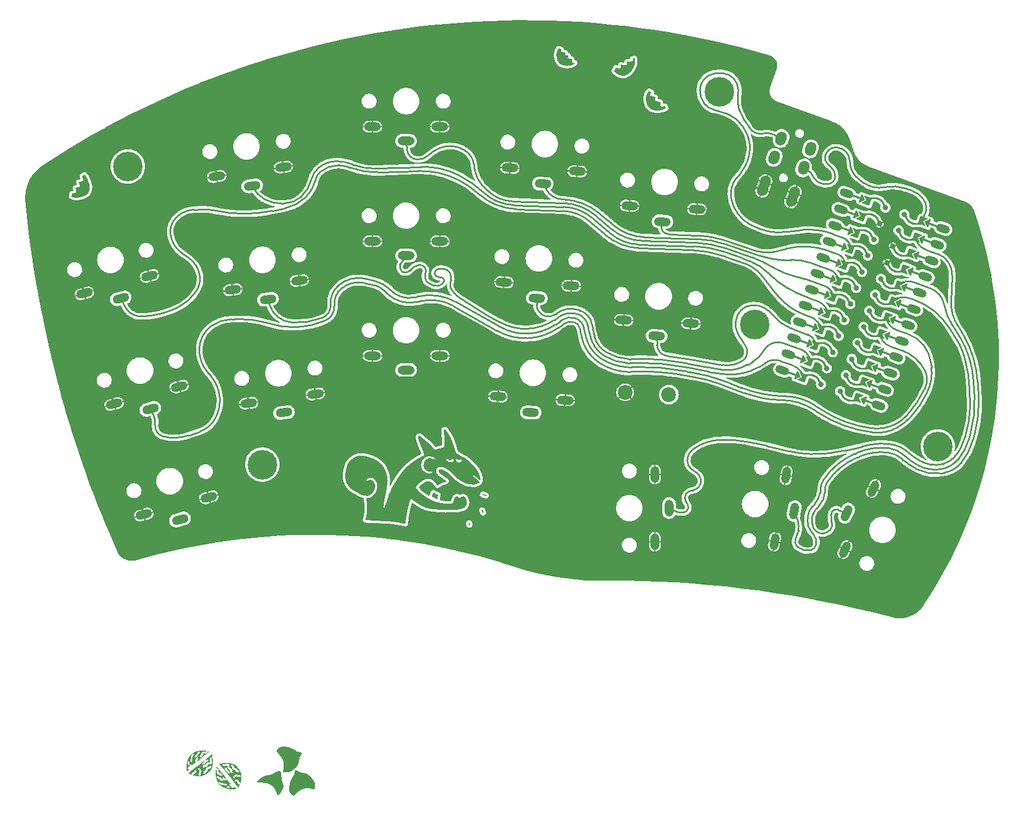
<source format=gbr>
%TF.GenerationSoftware,KiCad,Pcbnew,7.0.10*%
%TF.CreationDate,2024-03-15T09:26:44+01:00*%
%TF.ProjectId,sheep_v1,73686565-705f-4763-912e-6b696361645f,rev?*%
%TF.SameCoordinates,Original*%
%TF.FileFunction,Copper,L2,Bot*%
%TF.FilePolarity,Positive*%
%FSLAX46Y46*%
G04 Gerber Fmt 4.6, Leading zero omitted, Abs format (unit mm)*
G04 Created by KiCad (PCBNEW 7.0.10) date 2024-03-15 09:26:44*
%MOMM*%
%LPD*%
G01*
G04 APERTURE LIST*
G04 Aperture macros list*
%AMHorizOval*
0 Thick line with rounded ends*
0 $1 width*
0 $2 $3 position (X,Y) of the first rounded end (center of the circle)*
0 $4 $5 position (X,Y) of the second rounded end (center of the circle)*
0 Add line between two ends*
20,1,$1,$2,$3,$4,$5,0*
0 Add two circle primitives to create the rounded ends*
1,1,$1,$2,$3*
1,1,$1,$4,$5*%
%AMRotRect*
0 Rectangle, with rotation*
0 The origin of the aperture is its center*
0 $1 length*
0 $2 width*
0 $3 Rotation angle, in degrees counterclockwise*
0 Add horizontal line*
21,1,$1,$2,0,0,$3*%
%AMFreePoly0*
4,1,6,0.600001,0.200000,0.000000,-0.400000,-0.600001,0.200000,-0.600000,0.400000,0.600000,0.400000,0.600001,0.200000,0.600001,0.200000,$1*%
%AMFreePoly1*
4,1,6,0.600000,-0.250000,-0.600000,-0.250000,-0.600000,1.000000,0.000000,0.400000,0.600000,1.000001,0.600000,-0.250000,0.600000,-0.250000,$1*%
%AMFreePoly2*
4,1,46,0.086104,0.207873,0.159099,0.159099,0.207873,0.086104,0.225000,0.000000,0.217139,-0.039519,0.268166,-0.107555,0.268170,-0.107565,0.392750,-0.300266,0.489395,-0.508396,0.556229,-0.727923,0.591960,-0.954598,0.595897,-1.184038,0.567963,-1.411807,0.508699,-1.633497,0.419251,-1.844821,0.301349,-2.041691,0.157278,-2.220293,0.157275,-2.220300,-0.290081,-2.702068,-0.355841,-2.743353,
-0.433434,-2.746227,-0.502067,-2.709919,-0.543353,-2.644159,-0.546227,-2.566566,-0.509919,-2.497932,-0.062564,-2.016164,0.008554,-1.939468,0.125584,-1.766081,0.214510,-1.576735,0.273208,-1.375952,0.300277,-1.168523,0.295071,-0.959401,0.257715,-0.753576,0.189099,-0.555961,0.090863,-0.371275,0.028162,-0.287550,-0.022037,-0.220616,-0.086104,-0.207873,-0.159099,-0.159099,-0.207873,-0.086104,
-0.225000,0.000000,-0.207873,0.086104,-0.159099,0.159099,-0.086104,0.207873,0.000000,0.225000,0.086104,0.207873,0.086104,0.207873,$1*%
%AMFreePoly3*
4,1,46,0.502067,2.709919,0.543353,2.644159,0.546226,2.566566,0.509919,2.497932,0.062564,2.016164,-0.008554,1.939468,-0.125584,1.766081,-0.214510,1.576735,-0.273208,1.375952,-0.300277,1.168523,-0.295071,0.959401,-0.257715,0.753576,-0.189099,0.555961,-0.090863,0.371275,-0.028162,0.287550,0.022037,0.220616,0.086104,0.207873,0.159099,0.159099,0.207873,0.086104,0.225000,0.000000,
0.207873,-0.086104,0.159099,-0.159099,0.086104,-0.207873,0.000000,-0.225000,-0.086104,-0.207873,-0.159099,-0.159099,-0.207873,-0.086104,-0.225000,0.000000,-0.217139,0.039519,-0.268166,0.107555,-0.268170,0.107565,-0.392750,0.300266,-0.489395,0.508396,-0.556229,0.727923,-0.591960,0.954598,-0.595897,1.184038,-0.567963,1.411807,-0.508699,1.633497,-0.419251,1.844821,-0.301349,2.041691,
-0.157278,2.220293,-0.157275,2.220300,0.290081,2.702067,0.355841,2.743353,0.433434,2.746226,0.502067,2.709919,0.502067,2.709919,$1*%
G04 Aperture macros list end*
%TA.AperFunction,ComponentPad*%
%ADD10HorizOval,1.600000X0.085505X0.234923X-0.085505X-0.234923X0*%
%TD*%
%TA.AperFunction,ComponentPad*%
%ADD11HorizOval,1.600000X-0.085505X-0.234923X0.085505X0.234923X0*%
%TD*%
%TA.AperFunction,ComponentPad*%
%ADD12HorizOval,1.600000X-0.068404X-0.187939X0.068404X0.187939X0*%
%TD*%
%TA.AperFunction,ComponentPad*%
%ADD13HorizOval,1.600000X0.068404X0.187939X-0.068404X-0.187939X0*%
%TD*%
%TA.AperFunction,ComponentPad*%
%ADD14O,2.500000X1.300000*%
%TD*%
%TA.AperFunction,ComponentPad*%
%ADD15HorizOval,1.200000X0.422862X-0.153909X-0.422862X0.153909X0*%
%TD*%
%TA.AperFunction,SMDPad,CuDef*%
%ADD16RotRect,0.300000X2.700000X70.000000*%
%TD*%
%TA.AperFunction,SMDPad,CuDef*%
%ADD17FreePoly0,70.000000*%
%TD*%
%TA.AperFunction,SMDPad,CuDef*%
%ADD18FreePoly0,250.000000*%
%TD*%
%TA.AperFunction,SMDPad,CuDef*%
%ADD19RotRect,0.300000X2.700000X250.000000*%
%TD*%
%TA.AperFunction,ComponentPad*%
%ADD20C,0.800000*%
%TD*%
%TA.AperFunction,SMDPad,CuDef*%
%ADD21FreePoly1,250.000000*%
%TD*%
%TA.AperFunction,SMDPad,CuDef*%
%ADD22FreePoly2,250.000000*%
%TD*%
%TA.AperFunction,ComponentPad*%
%ADD23C,0.848528*%
%TD*%
%TA.AperFunction,SMDPad,CuDef*%
%ADD24FreePoly3,250.000000*%
%TD*%
%TA.AperFunction,SMDPad,CuDef*%
%ADD25FreePoly1,70.000000*%
%TD*%
%TA.AperFunction,ComponentPad*%
%ADD26HorizOval,1.300000X-0.599178X0.031402X0.599178X-0.031402X0*%
%TD*%
%TA.AperFunction,ComponentPad*%
%ADD27HorizOval,1.300000X-0.104189X-0.590885X0.104189X0.590885X0*%
%TD*%
%TA.AperFunction,ComponentPad*%
%ADD28HorizOval,1.300000X-0.594161X-0.083504X0.594161X0.083504X0*%
%TD*%
%TA.AperFunction,ComponentPad*%
%ADD29HorizOval,1.300000X-0.579555X-0.155291X0.579555X0.155291X0*%
%TD*%
%TA.AperFunction,ComponentPad*%
%ADD30C,4.400000*%
%TD*%
%TA.AperFunction,ComponentPad*%
%ADD31C,2.200000*%
%TD*%
%TA.AperFunction,ComponentPad*%
%ADD32HorizOval,1.300000X0.253571X0.543785X-0.253571X-0.543785X0*%
%TD*%
%TA.AperFunction,ComponentPad*%
%ADD33O,1.300000X2.500000*%
%TD*%
%TA.AperFunction,Conductor*%
%ADD34C,0.250000*%
%TD*%
G04 APERTURE END LIST*
%TA.AperFunction,EtchedComponent*%
%TO.C,G\u002A\u002A\u002A*%
G36*
X122611953Y-56256448D02*
G01*
X122622642Y-56258982D01*
X122642815Y-56263465D01*
X122669172Y-56269156D01*
X122698745Y-56275411D01*
X122705782Y-56276898D01*
X122775576Y-56293571D01*
X122833367Y-56311244D01*
X122879314Y-56329967D01*
X122913577Y-56349798D01*
X122917165Y-56352367D01*
X122937521Y-56366603D01*
X122953510Y-56376717D01*
X122969857Y-56385501D01*
X122991284Y-56395752D01*
X122995999Y-56397959D01*
X123011406Y-56405284D01*
X123020957Y-56409996D01*
X123022988Y-56410930D01*
X123033694Y-56413026D01*
X123034708Y-56412998D01*
X123045989Y-56417954D01*
X123056593Y-56429066D01*
X123061858Y-56441608D01*
X123064227Y-56455031D01*
X123068677Y-56472165D01*
X123068860Y-56472787D01*
X123070654Y-56488538D01*
X123067305Y-56499927D01*
X123063652Y-56509650D01*
X123064468Y-56524687D01*
X123066684Y-56536552D01*
X123066105Y-56544450D01*
X123063641Y-56550445D01*
X123060417Y-56563439D01*
X123057701Y-56573236D01*
X123054741Y-56576617D01*
X123053358Y-56576922D01*
X123052157Y-56584414D01*
X123052227Y-56590020D01*
X123052464Y-56606395D01*
X123052781Y-56626793D01*
X123052454Y-56638908D01*
X123049877Y-56657282D01*
X123045512Y-56668527D01*
X123044436Y-56670055D01*
X123041826Y-56684047D01*
X123045539Y-56702272D01*
X123054185Y-56720362D01*
X123066370Y-56733949D01*
X123078714Y-56742958D01*
X123091625Y-56752317D01*
X123094881Y-56754092D01*
X123110125Y-56758035D01*
X123129295Y-56759351D01*
X123137074Y-56759402D01*
X123151578Y-56760866D01*
X123158070Y-56763696D01*
X123159264Y-56765376D01*
X123167173Y-56766097D01*
X123170279Y-56765694D01*
X123183756Y-56766954D01*
X123201658Y-56770786D01*
X123212172Y-56773496D01*
X123241715Y-56780122D01*
X123264302Y-56783610D01*
X123277628Y-56783571D01*
X123280395Y-56783116D01*
X123282456Y-56784941D01*
X123284478Y-56787378D01*
X123295173Y-56792804D01*
X123312264Y-56799444D01*
X123325503Y-56804186D01*
X123342787Y-56810708D01*
X123353019Y-56815008D01*
X123356957Y-56816974D01*
X123362901Y-56819859D01*
X123366756Y-56822236D01*
X123369301Y-56823147D01*
X123381074Y-56825930D01*
X123398621Y-56829392D01*
X123416426Y-56832877D01*
X123443295Y-56838555D01*
X123469962Y-56844543D01*
X123470878Y-56844755D01*
X123492385Y-56849288D01*
X123509178Y-56852016D01*
X123517692Y-56852354D01*
X123522359Y-56852535D01*
X123532641Y-56858035D01*
X123538520Y-56861538D01*
X123545647Y-56860976D01*
X123546859Y-56859885D01*
X123554448Y-56860390D01*
X123558866Y-56862564D01*
X123571214Y-56864492D01*
X123578185Y-56864509D01*
X123592715Y-56864594D01*
X123604916Y-56867101D01*
X123620770Y-56879033D01*
X123629815Y-56897998D01*
X123630609Y-56902606D01*
X123632198Y-56925557D01*
X123631817Y-56954015D01*
X123629652Y-56982863D01*
X123625889Y-57006983D01*
X123625704Y-57007831D01*
X123622995Y-57028773D01*
X123622583Y-57050669D01*
X123622792Y-57055906D01*
X123622278Y-57082451D01*
X123619724Y-57110634D01*
X123615639Y-57136992D01*
X123610536Y-57158063D01*
X123604923Y-57170382D01*
X123599862Y-57178698D01*
X123600065Y-57185673D01*
X123601486Y-57187711D01*
X123599603Y-57195723D01*
X123599410Y-57195992D01*
X123597956Y-57205409D01*
X123598686Y-57222977D01*
X123601468Y-57245124D01*
X123606596Y-57268637D01*
X123615668Y-57291312D01*
X123626818Y-57304017D01*
X123639347Y-57305638D01*
X123644388Y-57305797D01*
X123653368Y-57312509D01*
X123663058Y-57320485D01*
X123681809Y-57325131D01*
X123703589Y-57323063D01*
X123724260Y-57314183D01*
X123729787Y-57310841D01*
X123743599Y-57305066D01*
X123752101Y-57305275D01*
X123754890Y-57307082D01*
X123761456Y-57306872D01*
X123761599Y-57306725D01*
X123769604Y-57305192D01*
X123783835Y-57306331D01*
X123801316Y-57308130D01*
X123821966Y-57308393D01*
X123823164Y-57308333D01*
X123834707Y-57308801D01*
X123837774Y-57311079D01*
X123837186Y-57312472D01*
X123842109Y-57313036D01*
X123843005Y-57312871D01*
X123854174Y-57312123D01*
X123873332Y-57311708D01*
X123896910Y-57311714D01*
X123899229Y-57311735D01*
X123924940Y-57311579D01*
X123947886Y-57310838D01*
X123963343Y-57309658D01*
X123963442Y-57309645D01*
X123978280Y-57309115D01*
X123987377Y-57311356D01*
X123994838Y-57313076D01*
X124008423Y-57311297D01*
X124018743Y-57309281D01*
X124021571Y-57310420D01*
X124022872Y-57311899D01*
X124032932Y-57314220D01*
X124049926Y-57316056D01*
X124061303Y-57317080D01*
X124077286Y-57319392D01*
X124085358Y-57321820D01*
X124085998Y-57322645D01*
X124088589Y-57332535D01*
X124090413Y-57349002D01*
X124091233Y-57367426D01*
X124090811Y-57383178D01*
X124088915Y-57391634D01*
X124087233Y-57397566D01*
X124087643Y-57410498D01*
X124088121Y-57415473D01*
X124087388Y-57430786D01*
X124083664Y-57452712D01*
X124076574Y-57483755D01*
X124074337Y-57490323D01*
X124066517Y-57503885D01*
X124062873Y-57509156D01*
X124059784Y-57518437D01*
X124059826Y-57519020D01*
X124059310Y-57523515D01*
X124056325Y-57530238D01*
X124049464Y-57541853D01*
X124037323Y-57561026D01*
X124030803Y-57572940D01*
X124019555Y-57602690D01*
X124011642Y-57636172D01*
X124008564Y-57667798D01*
X124008582Y-57668894D01*
X124011370Y-57683667D01*
X124017709Y-57701036D01*
X124025847Y-57717423D01*
X124034028Y-57729253D01*
X124040499Y-57732945D01*
X124047996Y-57732854D01*
X124061502Y-57736560D01*
X124074237Y-57740196D01*
X124092660Y-57742181D01*
X124108911Y-57742001D01*
X124129215Y-57741780D01*
X124145098Y-57743641D01*
X124156912Y-57748592D01*
X124162000Y-57751862D01*
X124171455Y-57753570D01*
X124175135Y-57753856D01*
X124187380Y-57758759D01*
X124203457Y-57767771D01*
X124212433Y-57772932D01*
X124228924Y-57780083D01*
X124240314Y-57782006D01*
X124246712Y-57781714D01*
X124257611Y-57785254D01*
X124265466Y-57788190D01*
X124279768Y-57788565D01*
X124287356Y-57788991D01*
X124305688Y-57792780D01*
X124329971Y-57799566D01*
X124357009Y-57808520D01*
X124376298Y-57815178D01*
X124400959Y-57822995D01*
X124420248Y-57828297D01*
X124431134Y-57830193D01*
X124439244Y-57830888D01*
X124449630Y-57834763D01*
X124450894Y-57835422D01*
X124461244Y-57834661D01*
X124475929Y-57828928D01*
X124479555Y-57827146D01*
X124493194Y-57822150D01*
X124500970Y-57822037D01*
X124504618Y-57823191D01*
X124517953Y-57823935D01*
X124536577Y-57823054D01*
X124544285Y-57822457D01*
X124561039Y-57822746D01*
X124572495Y-57827343D01*
X124583680Y-57837827D01*
X124591707Y-57849076D01*
X124602711Y-57873281D01*
X124610153Y-57900560D01*
X124612215Y-57925343D01*
X124612913Y-57934077D01*
X124617484Y-57943719D01*
X124621604Y-57951144D01*
X124624126Y-57965239D01*
X124625843Y-57977221D01*
X124629947Y-57986067D01*
X124633435Y-57993888D01*
X124637609Y-58010282D01*
X124641552Y-58031681D01*
X124645561Y-58053030D01*
X124650045Y-58069963D01*
X124653976Y-58078468D01*
X124656334Y-58083615D01*
X124658630Y-58098428D01*
X124659187Y-58118231D01*
X124659240Y-58132532D01*
X124660492Y-58148696D01*
X124662779Y-58156705D01*
X124664332Y-58159470D01*
X124667818Y-58171944D01*
X124670832Y-58189863D01*
X124672221Y-58199194D01*
X124677408Y-58225385D01*
X124683770Y-58250454D01*
X124687359Y-58263040D01*
X124691491Y-58278740D01*
X124693132Y-58286803D01*
X124694663Y-58292801D01*
X124699633Y-58306049D01*
X124708566Y-58327805D01*
X124721982Y-58359384D01*
X124726186Y-58367019D01*
X124736275Y-58382421D01*
X124749123Y-58400308D01*
X124751663Y-58403642D01*
X124768789Y-58422951D01*
X124788248Y-58438302D01*
X124813247Y-58451843D01*
X124846998Y-58465717D01*
X124863021Y-58471262D01*
X124874264Y-58472068D01*
X124884583Y-58466639D01*
X124898842Y-58453861D01*
X124914715Y-58436632D01*
X124932461Y-58405571D01*
X124941543Y-58383245D01*
X124950134Y-58369706D01*
X124960130Y-58366136D01*
X124974198Y-58371679D01*
X124995005Y-58385476D01*
X125015359Y-58399412D01*
X125035425Y-58412469D01*
X125050038Y-58421247D01*
X125061535Y-58428178D01*
X125063917Y-58432818D01*
X125057716Y-58437421D01*
X125052561Y-58441332D01*
X125039850Y-58453323D01*
X125022964Y-58470764D01*
X125004144Y-58491394D01*
X124993959Y-58502542D01*
X124970099Y-58526770D01*
X124946182Y-58548970D01*
X124926115Y-58565437D01*
X124877075Y-58600380D01*
X124821616Y-58637262D01*
X124770504Y-58668363D01*
X124725924Y-58692299D01*
X124717218Y-58696587D01*
X124686281Y-58712078D01*
X124655193Y-58727955D01*
X124629533Y-58741377D01*
X124603684Y-58753736D01*
X124576183Y-58764623D01*
X124553168Y-58771587D01*
X124538712Y-58775213D01*
X124522700Y-58780353D01*
X124514706Y-58784478D01*
X124510562Y-58786240D01*
X124496140Y-58789057D01*
X124474253Y-58791841D01*
X124447690Y-58794185D01*
X124429604Y-58795728D01*
X124404162Y-58798812D01*
X124384536Y-58802310D01*
X124373919Y-58805722D01*
X124361894Y-58809903D01*
X124344913Y-58810686D01*
X124331335Y-58810692D01*
X124322657Y-58813828D01*
X124322489Y-58814010D01*
X124313652Y-58818014D01*
X124296205Y-58822788D01*
X124273477Y-58827622D01*
X124248799Y-58831803D01*
X124225497Y-58834616D01*
X124222658Y-58834895D01*
X124204282Y-58837241D01*
X124179463Y-58840936D01*
X124152734Y-58845314D01*
X124143910Y-58846794D01*
X124121268Y-58850245D01*
X124104372Y-58852316D01*
X124096356Y-58852599D01*
X124095332Y-58852424D01*
X124084626Y-58852116D01*
X124066100Y-58852390D01*
X124043272Y-58853114D01*
X124019661Y-58854160D01*
X123998784Y-58855399D01*
X123984160Y-58856703D01*
X123968840Y-58858592D01*
X123937551Y-58862146D01*
X123916298Y-58863964D01*
X123903627Y-58864147D01*
X123898076Y-58862800D01*
X123891675Y-58860738D01*
X123878313Y-58860168D01*
X123853413Y-58861546D01*
X123815035Y-58863327D01*
X123785294Y-58864074D01*
X123761890Y-58863785D01*
X123742519Y-58862458D01*
X123724880Y-58860096D01*
X123714737Y-58858564D01*
X123689842Y-58855277D01*
X123658317Y-58851474D01*
X123623286Y-58847496D01*
X123587874Y-58843686D01*
X123555207Y-58840384D01*
X123528407Y-58837933D01*
X123510603Y-58836673D01*
X123499625Y-58834575D01*
X123485421Y-58827467D01*
X123477768Y-58822946D01*
X123464852Y-58820823D01*
X123456936Y-58820265D01*
X123440218Y-58816003D01*
X123420113Y-58808843D01*
X123404467Y-58803065D01*
X123384280Y-58797093D01*
X123370099Y-58794649D01*
X123350883Y-58793494D01*
X123333443Y-58791190D01*
X123321317Y-58788339D01*
X123317947Y-58785543D01*
X123316253Y-58783571D01*
X123306362Y-58782722D01*
X123291231Y-58780224D01*
X123274141Y-58773518D01*
X123273920Y-58773401D01*
X123258228Y-58766864D01*
X123245601Y-58764409D01*
X123242189Y-58764482D01*
X123223164Y-58762499D01*
X123199306Y-58756028D01*
X123167710Y-58744318D01*
X123148571Y-58736748D01*
X123130925Y-58729947D01*
X123120605Y-58726191D01*
X123112061Y-58723251D01*
X123100201Y-58718137D01*
X123083937Y-58709684D01*
X123073368Y-58704114D01*
X123048337Y-58691727D01*
X123025187Y-58681256D01*
X123006873Y-58673994D01*
X122996350Y-58671242D01*
X122986060Y-58668345D01*
X122972172Y-58660807D01*
X122959348Y-58653557D01*
X122948188Y-58649832D01*
X122938533Y-58647205D01*
X122924332Y-58640553D01*
X122912142Y-58634744D01*
X122901114Y-58631770D01*
X122895072Y-58630783D01*
X122881966Y-58625791D01*
X122875857Y-58621796D01*
X122861325Y-58611001D01*
X122841770Y-58595709D01*
X122819670Y-58577827D01*
X122809036Y-58568966D01*
X122782372Y-58545039D01*
X122762610Y-58523888D01*
X122747112Y-58502779D01*
X122736672Y-58487082D01*
X122723616Y-58468474D01*
X122713818Y-58455638D01*
X122713167Y-58454857D01*
X122703301Y-58442069D01*
X122689604Y-58423305D01*
X122674836Y-58402333D01*
X122656635Y-58376140D01*
X122634289Y-58344580D01*
X122614298Y-58317188D01*
X122612592Y-58314749D01*
X122604097Y-58300778D01*
X122594746Y-58283483D01*
X122592492Y-58279165D01*
X122582185Y-58261387D01*
X122573034Y-58248120D01*
X122570033Y-58244244D01*
X122559482Y-58229074D01*
X122548158Y-58211258D01*
X122543705Y-58204005D01*
X122533490Y-58188100D01*
X122526245Y-58177794D01*
X122526222Y-58177764D01*
X122519837Y-58165886D01*
X122514139Y-58149468D01*
X122508183Y-58132197D01*
X122500493Y-58116651D01*
X122500333Y-58116399D01*
X122493666Y-58103978D01*
X122484433Y-58084481D01*
X122474586Y-58062015D01*
X122473581Y-58059643D01*
X122464426Y-58039137D01*
X122456652Y-58023530D01*
X122451845Y-58016038D01*
X122448961Y-58011540D01*
X122446656Y-57999291D01*
X122445368Y-57991792D01*
X122440159Y-57975767D01*
X122432726Y-57957453D01*
X122425005Y-57941502D01*
X122418931Y-57932574D01*
X122418284Y-57931738D01*
X122414486Y-57922444D01*
X122409956Y-57907119D01*
X122408823Y-57902852D01*
X122404615Y-57888829D01*
X122401797Y-57882123D01*
X122400424Y-57880113D01*
X122395215Y-57868577D01*
X122388229Y-57850349D01*
X122380683Y-57828956D01*
X122373794Y-57807916D01*
X122368779Y-57790753D01*
X122366855Y-57780989D01*
X122365944Y-57774149D01*
X122360473Y-57763936D01*
X122358138Y-57761239D01*
X122357954Y-57753849D01*
X122358994Y-57751693D01*
X122355902Y-57744155D01*
X122352059Y-57737957D01*
X122349156Y-57724543D01*
X122349149Y-57724452D01*
X122347531Y-57711118D01*
X122344068Y-57690354D01*
X122339503Y-57666616D01*
X122338485Y-57661318D01*
X122334727Y-57637093D01*
X122330690Y-57604974D01*
X122326514Y-57566779D01*
X122322346Y-57524332D01*
X122318328Y-57479456D01*
X122314608Y-57433973D01*
X122311325Y-57389700D01*
X122308628Y-57348465D01*
X122306657Y-57312087D01*
X122305559Y-57282388D01*
X122305477Y-57261189D01*
X122306555Y-57250313D01*
X122307154Y-57247123D01*
X122304055Y-57238249D01*
X122302610Y-57236405D01*
X122305770Y-57231717D01*
X122308028Y-57230562D01*
X122308015Y-57225628D01*
X122307277Y-57224619D01*
X122305710Y-57214517D01*
X122306772Y-57198674D01*
X122306997Y-57197065D01*
X122309061Y-57176533D01*
X122309670Y-57158816D01*
X122309714Y-57145635D01*
X122310629Y-57130916D01*
X122310937Y-57128431D01*
X122313942Y-57102880D01*
X122316555Y-57078577D01*
X122318401Y-57059145D01*
X122319112Y-57048212D01*
X122319125Y-57044633D01*
X122319385Y-57018329D01*
X122319998Y-57001677D01*
X122321106Y-56992368D01*
X122322852Y-56988094D01*
X122323887Y-56985630D01*
X122325905Y-56973497D01*
X122327119Y-56955797D01*
X122327128Y-56955495D01*
X122328881Y-56933125D01*
X122332231Y-56910359D01*
X122336425Y-56891394D01*
X122340703Y-56880429D01*
X122342158Y-56876242D01*
X122343023Y-56864354D01*
X122343734Y-56856946D01*
X122347560Y-56839561D01*
X122353652Y-56819064D01*
X122357489Y-56807119D01*
X122365150Y-56780832D01*
X122370967Y-56757856D01*
X122372922Y-56749665D01*
X122378189Y-56731567D01*
X122382926Y-56719847D01*
X122386329Y-56712177D01*
X122392266Y-56695134D01*
X122398511Y-56674229D01*
X122403208Y-56659017D01*
X122413925Y-56629969D01*
X122425424Y-56603739D01*
X122428916Y-56596627D01*
X122438134Y-56577718D01*
X122443859Y-56565533D01*
X122447591Y-56556793D01*
X122450830Y-56548220D01*
X122453130Y-56542704D01*
X122461140Y-56525869D01*
X122472660Y-56503046D01*
X122486098Y-56477270D01*
X122499861Y-56451580D01*
X122512353Y-56429011D01*
X122521983Y-56412601D01*
X122527538Y-56403630D01*
X122537063Y-56388023D01*
X122542825Y-56378269D01*
X122546269Y-56372207D01*
X122558002Y-56352677D01*
X122570859Y-56332461D01*
X122582990Y-56314349D01*
X122592543Y-56301133D01*
X122597668Y-56295603D01*
X122599239Y-56294589D01*
X122600255Y-56286941D01*
X122599803Y-56284340D01*
X122603640Y-56278015D01*
X122604708Y-56275679D01*
X122597933Y-56270720D01*
X122591742Y-56266214D01*
X122591286Y-56259774D01*
X122598831Y-56255698D01*
X122611953Y-56256448D01*
G37*
%TD.AperFunction*%
%TA.AperFunction,EtchedComponent*%
G36*
X136067848Y-62571564D02*
G01*
X136077239Y-62577944D01*
X136091689Y-62590142D01*
X136112377Y-62609113D01*
X136140478Y-62635811D01*
X136214398Y-62706701D01*
X136249616Y-62713849D01*
X136265096Y-62717425D01*
X136281805Y-62722477D01*
X136290571Y-62726734D01*
X136293162Y-62728714D01*
X136299971Y-62728809D01*
X136303469Y-62728093D01*
X136315898Y-62731066D01*
X136337589Y-62739185D01*
X136369318Y-62752716D01*
X136379088Y-62757925D01*
X136391303Y-62767008D01*
X136396984Y-62770992D01*
X136408635Y-62773022D01*
X136417189Y-62772446D01*
X136432656Y-62773811D01*
X136447686Y-62776719D01*
X136456392Y-62780274D01*
X136458660Y-62783860D01*
X136460072Y-62797399D01*
X136456403Y-62812893D01*
X136448690Y-62824394D01*
X136442763Y-62829238D01*
X136427947Y-62841621D01*
X136411115Y-62855915D01*
X136400638Y-62864774D01*
X136362740Y-62895539D01*
X136317467Y-62930687D01*
X136317405Y-62930735D01*
X136305629Y-62940765D01*
X136288958Y-62956209D01*
X136270981Y-62973742D01*
X136263588Y-62981375D01*
X136242697Y-63007109D01*
X136228881Y-63033492D01*
X136221354Y-63063250D01*
X136219330Y-63099115D01*
X136222024Y-63143814D01*
X136223280Y-63153925D01*
X136229342Y-63177217D01*
X136240817Y-63198829D01*
X136259375Y-63221443D01*
X136286686Y-63247743D01*
X136306865Y-63265245D01*
X136327146Y-63280261D01*
X136347164Y-63291264D01*
X136371271Y-63300993D01*
X136373645Y-63301859D01*
X136394930Y-63310160D01*
X136411474Y-63317517D01*
X136419869Y-63322427D01*
X136422687Y-63324639D01*
X136429126Y-63325155D01*
X136429683Y-63324814D01*
X136438292Y-63325428D01*
X136452403Y-63329949D01*
X136480519Y-63341109D01*
X136515120Y-63354159D01*
X136539199Y-63362187D01*
X136553078Y-63365306D01*
X136565094Y-63368623D01*
X136583904Y-63378127D01*
X136602733Y-63391224D01*
X136605064Y-63392778D01*
X136611524Y-63393229D01*
X136618140Y-63393596D01*
X136633025Y-63397338D01*
X136652899Y-63403656D01*
X136672537Y-63409920D01*
X136687480Y-63413730D01*
X136694208Y-63414168D01*
X136699281Y-63414305D01*
X136710200Y-63419317D01*
X136719248Y-63422900D01*
X136738263Y-63427174D01*
X136760594Y-63429908D01*
X136777758Y-63431685D01*
X136794625Y-63434754D01*
X136803283Y-63438096D01*
X136804865Y-63439178D01*
X136817287Y-63442920D01*
X136838503Y-63446484D01*
X136865860Y-63449601D01*
X136896708Y-63452008D01*
X136928396Y-63453439D01*
X136958273Y-63453627D01*
X136965151Y-63453547D01*
X136987791Y-63453976D01*
X137004713Y-63455361D01*
X137012673Y-63457473D01*
X137013552Y-63458655D01*
X137015167Y-63471089D01*
X137012134Y-63493360D01*
X137004741Y-63524373D01*
X136993280Y-63563032D01*
X136978040Y-63608240D01*
X136959313Y-63658903D01*
X136955185Y-63670277D01*
X136948131Y-63692719D01*
X136943792Y-63710630D01*
X136943611Y-63711656D01*
X136939737Y-63727481D01*
X136935418Y-63737665D01*
X136930939Y-63747510D01*
X136926683Y-63762863D01*
X136922233Y-63777634D01*
X136916705Y-63787641D01*
X136911270Y-63796476D01*
X136904728Y-63814610D01*
X136899448Y-63836191D01*
X136896568Y-63856389D01*
X136897224Y-63870372D01*
X136899828Y-63880696D01*
X136901800Y-63894250D01*
X136904414Y-63922842D01*
X136913604Y-63953553D01*
X136929270Y-63973948D01*
X136968145Y-64002289D01*
X137004966Y-64022134D01*
X137040076Y-64033213D01*
X137058143Y-64037326D01*
X137076420Y-64042575D01*
X137086985Y-64046982D01*
X137092764Y-64050810D01*
X137122426Y-64067149D01*
X137147208Y-64074360D01*
X137161114Y-64077171D01*
X137169722Y-64080917D01*
X137174660Y-64083179D01*
X137189013Y-64086924D01*
X137208575Y-64090562D01*
X137216061Y-64092020D01*
X137236740Y-64097220D01*
X137263675Y-64104901D01*
X137294296Y-64114232D01*
X137326029Y-64124381D01*
X137356303Y-64134517D01*
X137382545Y-64143807D01*
X137402182Y-64151420D01*
X137412643Y-64156527D01*
X137415341Y-64157925D01*
X137428383Y-64162846D01*
X137448718Y-64169489D01*
X137473267Y-64176823D01*
X137485503Y-64180359D01*
X137507278Y-64186841D01*
X137522810Y-64191725D01*
X137529343Y-64194162D01*
X137531921Y-64195874D01*
X137546545Y-64200416D01*
X137571239Y-64203435D01*
X137606691Y-64204994D01*
X137653595Y-64205153D01*
X137667009Y-64205051D01*
X137696971Y-64205061D01*
X137721415Y-64205399D01*
X137738108Y-64206024D01*
X137744819Y-64206893D01*
X137746284Y-64208897D01*
X137749439Y-64215994D01*
X137754273Y-64229916D01*
X137761678Y-64253109D01*
X137762677Y-64256190D01*
X137767853Y-64269378D01*
X137771717Y-64275179D01*
X137774326Y-64280028D01*
X137776365Y-64292336D01*
X137777956Y-64302805D01*
X137780257Y-64305999D01*
X137781363Y-64306736D01*
X137784105Y-64315668D01*
X137786995Y-64331650D01*
X137788108Y-64339841D01*
X137790508Y-64361306D01*
X137792391Y-64383068D01*
X137793552Y-64402017D01*
X137793780Y-64415045D01*
X137792866Y-64419042D01*
X137792700Y-64418946D01*
X137791220Y-64423922D01*
X137790279Y-64436719D01*
X137790020Y-64444542D01*
X137788463Y-64474584D01*
X137785896Y-64497150D01*
X137781734Y-64516135D01*
X137775387Y-64535436D01*
X137770429Y-64548240D01*
X137763980Y-64562842D01*
X137759863Y-64569573D01*
X137759227Y-64570091D01*
X137759779Y-64575967D01*
X137760209Y-64576576D01*
X137758753Y-64584356D01*
X137751907Y-64595300D01*
X137742907Y-64605059D01*
X137734995Y-64609280D01*
X137732332Y-64610478D01*
X137725897Y-64619522D01*
X137720094Y-64633290D01*
X137716797Y-64646778D01*
X137717879Y-64654984D01*
X137718885Y-64656642D01*
X137714926Y-64660667D01*
X137712408Y-64662011D01*
X137713645Y-64668025D01*
X137716885Y-64677506D01*
X137716685Y-64692494D01*
X137716596Y-64693138D01*
X137716634Y-64706396D01*
X137720124Y-64712697D01*
X137721900Y-64713442D01*
X137721658Y-64718712D01*
X137720301Y-64721087D01*
X137722899Y-64729100D01*
X137723598Y-64729889D01*
X137729589Y-64740512D01*
X137735848Y-64756256D01*
X137739880Y-64766560D01*
X137754715Y-64791184D01*
X137773468Y-64809755D01*
X137793376Y-64819245D01*
X137806660Y-64822699D01*
X137821479Y-64830712D01*
X137824827Y-64840814D01*
X137824783Y-64841129D01*
X137828420Y-64849362D01*
X137838490Y-64863217D01*
X137852963Y-64879878D01*
X137863921Y-64891301D01*
X137878452Y-64904409D01*
X137890533Y-64911409D01*
X137903375Y-64914504D01*
X137917070Y-64915806D01*
X137940150Y-64916722D01*
X137964639Y-64916655D01*
X137987135Y-64915701D01*
X138004235Y-64913951D01*
X138012538Y-64911501D01*
X138013260Y-64910929D01*
X138023486Y-64907670D01*
X138039420Y-64905898D01*
X138039628Y-64905889D01*
X138056815Y-64903587D01*
X138080431Y-64898459D01*
X138105427Y-64891598D01*
X138107604Y-64890934D01*
X138130604Y-64884459D01*
X138149996Y-64879875D01*
X138161779Y-64878134D01*
X138168951Y-64876838D01*
X138185413Y-64870814D01*
X138204432Y-64861540D01*
X138217341Y-64854837D01*
X138231793Y-64848474D01*
X138239283Y-64846733D01*
X138243232Y-64847185D01*
X138256904Y-64844425D01*
X138273601Y-64838247D01*
X138288339Y-64830668D01*
X138296135Y-64823708D01*
X138299724Y-64819072D01*
X138311174Y-64814523D01*
X138317392Y-64813964D01*
X138332572Y-64809761D01*
X138339016Y-64808128D01*
X138348616Y-64810689D01*
X138352650Y-64812117D01*
X138366119Y-64811516D01*
X138384288Y-64807496D01*
X138395442Y-64804494D01*
X138410593Y-64801485D01*
X138418146Y-64801527D01*
X138426049Y-64808378D01*
X138434914Y-64820087D01*
X138443424Y-64837517D01*
X138453305Y-64863714D01*
X138454110Y-64866012D01*
X138462222Y-64890217D01*
X138468858Y-64911833D01*
X138472648Y-64926422D01*
X138477423Y-64942022D01*
X138486255Y-64960318D01*
X138492279Y-64971690D01*
X138501165Y-64991820D01*
X138509874Y-65014432D01*
X138511655Y-65019229D01*
X138522541Y-65044648D01*
X138536717Y-65073770D01*
X138551587Y-65101196D01*
X138553102Y-65103827D01*
X138567995Y-65132377D01*
X138574893Y-65151983D01*
X138573775Y-65162562D01*
X138564628Y-65164034D01*
X138560610Y-65164079D01*
X138546356Y-65168339D01*
X138527120Y-65176784D01*
X138506407Y-65187644D01*
X138487718Y-65199151D01*
X138474554Y-65209534D01*
X138473794Y-65210284D01*
X138462282Y-65219323D01*
X138453921Y-65222196D01*
X138453581Y-65222133D01*
X138443993Y-65224506D01*
X138430493Y-65231665D01*
X138416332Y-65240343D01*
X138389995Y-65254247D01*
X138366196Y-65264208D01*
X138348587Y-65268582D01*
X138346936Y-65268785D01*
X138331728Y-65274636D01*
X138316369Y-65285525D01*
X138302695Y-65295083D01*
X138281399Y-65306061D01*
X138257701Y-65315595D01*
X138256604Y-65315974D01*
X138235046Y-65324063D01*
X138217872Y-65331667D01*
X138208713Y-65337185D01*
X138207490Y-65338129D01*
X138195963Y-65343019D01*
X138176657Y-65348662D01*
X138153016Y-65354016D01*
X138146552Y-65355319D01*
X138124466Y-65360240D01*
X138108079Y-65364611D01*
X138100551Y-65367615D01*
X138092258Y-65372000D01*
X138075507Y-65378076D01*
X138054195Y-65384624D01*
X138032086Y-65390563D01*
X138012947Y-65394815D01*
X138000539Y-65396299D01*
X137999989Y-65396289D01*
X137984031Y-65398916D01*
X137966386Y-65405509D01*
X137963079Y-65407047D01*
X137942522Y-65414162D01*
X137920569Y-65419008D01*
X137916928Y-65419570D01*
X137893116Y-65424401D01*
X137871431Y-65430328D01*
X137856206Y-65435206D01*
X137827851Y-65442968D01*
X137805521Y-65446586D01*
X137785696Y-65446735D01*
X137783564Y-65446625D01*
X137761421Y-65448074D01*
X137739481Y-65452838D01*
X137731462Y-65455047D01*
X137707905Y-65459310D01*
X137683766Y-65461429D01*
X137671484Y-65461968D01*
X137656186Y-65463309D01*
X137649146Y-65464906D01*
X137641877Y-65467160D01*
X137625250Y-65470165D01*
X137602141Y-65473540D01*
X137575411Y-65476924D01*
X137547914Y-65479955D01*
X137522512Y-65482272D01*
X137502060Y-65483512D01*
X137485175Y-65484435D01*
X137469263Y-65486154D01*
X137461821Y-65488128D01*
X137457004Y-65489698D01*
X137444932Y-65489234D01*
X137440345Y-65488952D01*
X137423833Y-65489748D01*
X137400504Y-65492102D01*
X137373848Y-65495700D01*
X137362818Y-65497194D01*
X137333172Y-65499755D01*
X137305992Y-65500267D01*
X137286036Y-65498575D01*
X137277410Y-65497098D01*
X137253118Y-65494349D01*
X137232433Y-65493719D01*
X137229761Y-65493795D01*
X137210586Y-65493435D01*
X137185007Y-65492041D01*
X137157800Y-65489857D01*
X137151737Y-65489325D01*
X137125251Y-65487856D01*
X137101981Y-65487799D01*
X137086380Y-65489196D01*
X137072320Y-65490379D01*
X137049664Y-65489613D01*
X137025190Y-65486787D01*
X137003780Y-65483812D01*
X136984322Y-65482000D01*
X136972534Y-65481970D01*
X136967852Y-65482090D01*
X136951906Y-65479751D01*
X136932706Y-65474694D01*
X136899080Y-65465772D01*
X136854095Y-65457517D01*
X136807152Y-65452211D01*
X136796549Y-65451194D01*
X136780804Y-65448734D01*
X136772966Y-65446116D01*
X136772810Y-65445981D01*
X136764658Y-65442932D01*
X136748084Y-65438709D01*
X136726483Y-65434181D01*
X136725860Y-65434061D01*
X136703547Y-65428906D01*
X136685654Y-65423227D01*
X136676005Y-65418231D01*
X136671116Y-65414465D01*
X136661757Y-65411954D01*
X136652966Y-65410246D01*
X136639930Y-65403638D01*
X136626504Y-65397258D01*
X136613208Y-65394855D01*
X136605040Y-65393755D01*
X136592392Y-65386439D01*
X136588148Y-65383470D01*
X136573157Y-65376278D01*
X136551272Y-65367705D01*
X136525592Y-65359027D01*
X136517209Y-65356304D01*
X136483941Y-65344095D01*
X136450153Y-65329929D01*
X136422009Y-65316346D01*
X136420041Y-65315294D01*
X136391934Y-65300288D01*
X136362448Y-65284586D01*
X136337657Y-65271418D01*
X136317439Y-65259925D01*
X136299234Y-65248112D01*
X136287956Y-65239069D01*
X136284978Y-65236087D01*
X136277108Y-65229828D01*
X136266021Y-65223756D01*
X136248940Y-65216482D01*
X136223087Y-65206618D01*
X136216872Y-65204049D01*
X136199116Y-65195581D01*
X136179655Y-65185273D01*
X136170971Y-65179996D01*
X136152234Y-65166141D01*
X136138727Y-65152931D01*
X136132700Y-65145219D01*
X136112264Y-65117339D01*
X136099521Y-65096312D01*
X136093624Y-65080779D01*
X136090250Y-65071082D01*
X136084936Y-65065884D01*
X136082596Y-65064278D01*
X136083709Y-65056100D01*
X136085101Y-65050600D01*
X136082041Y-65044892D01*
X136078937Y-65040578D01*
X136079320Y-65029166D01*
X136080185Y-65019037D01*
X136077187Y-65009425D01*
X136075409Y-65006165D01*
X136078226Y-64997508D01*
X136080415Y-64992274D01*
X136076322Y-64982648D01*
X136072051Y-64976998D01*
X136069589Y-64967279D01*
X136069306Y-64962197D01*
X136062482Y-64951688D01*
X136051407Y-64943895D01*
X136040921Y-64942930D01*
X136036210Y-64944270D01*
X136027458Y-64942422D01*
X136025020Y-64941150D01*
X136012787Y-64938919D01*
X135995098Y-64938132D01*
X135977823Y-64937860D01*
X135942438Y-64933371D01*
X135914455Y-64922325D01*
X135891951Y-64903308D01*
X135873002Y-64874906D01*
X135855683Y-64835707D01*
X135851161Y-64824632D01*
X135840745Y-64802702D01*
X135830919Y-64785766D01*
X135829546Y-64783700D01*
X135821743Y-64768092D01*
X135819137Y-64755465D01*
X135818822Y-64748515D01*
X135814270Y-64737871D01*
X135812124Y-64735059D01*
X135811956Y-64728287D01*
X135812502Y-64725380D01*
X135809140Y-64714372D01*
X135801788Y-64699267D01*
X135792416Y-64683885D01*
X135782989Y-64672042D01*
X135778244Y-64665642D01*
X135777812Y-64658788D01*
X135778338Y-64657866D01*
X135777498Y-64648521D01*
X135772202Y-64634169D01*
X135770675Y-64630767D01*
X135766089Y-64617339D01*
X135766004Y-64610138D01*
X135766199Y-64606160D01*
X135760227Y-64597458D01*
X135757856Y-64594293D01*
X135750599Y-64580359D01*
X135741678Y-64559438D01*
X135732502Y-64534722D01*
X135728141Y-64522253D01*
X135720235Y-64500439D01*
X135714132Y-64484638D01*
X135710885Y-64477629D01*
X135710544Y-64477162D01*
X135706686Y-64467951D01*
X135701459Y-64451816D01*
X135696124Y-64433141D01*
X135691943Y-64416307D01*
X135690178Y-64405696D01*
X135689377Y-64401466D01*
X135682891Y-64390569D01*
X135678458Y-64381929D01*
X135676608Y-64367011D01*
X135676059Y-64355008D01*
X135673107Y-64346237D01*
X135672103Y-64344730D01*
X135668515Y-64333656D01*
X135665427Y-64316965D01*
X135664613Y-64311634D01*
X135660959Y-64295795D01*
X135656987Y-64286932D01*
X135655905Y-64285088D01*
X135652248Y-64273223D01*
X135647906Y-64253581D01*
X135643605Y-64229276D01*
X135642565Y-64222933D01*
X135637178Y-64194979D01*
X135631131Y-64169424D01*
X135625544Y-64151123D01*
X135623746Y-64146087D01*
X135617832Y-64124057D01*
X135615109Y-64104626D01*
X135615091Y-64104128D01*
X135612631Y-64083881D01*
X135607626Y-64066580D01*
X135601405Y-64056858D01*
X135601139Y-64056601D01*
X135599293Y-64048631D01*
X135598887Y-64034119D01*
X135598914Y-64032964D01*
X135597564Y-64017429D01*
X135593804Y-64007826D01*
X135591921Y-64004704D01*
X135594197Y-63995983D01*
X135596440Y-63993019D01*
X135597576Y-63984247D01*
X135596648Y-63980973D01*
X135594607Y-63966702D01*
X135592507Y-63944544D01*
X135590567Y-63917380D01*
X135589007Y-63888092D01*
X135588048Y-63859560D01*
X135587644Y-63841430D01*
X135586941Y-63811398D01*
X135586244Y-63782902D01*
X135586108Y-63761842D01*
X135586816Y-63736909D01*
X135588298Y-63718170D01*
X135588665Y-63715128D01*
X135590292Y-63695730D01*
X135591755Y-63669924D01*
X135592775Y-63642438D01*
X135593081Y-63632961D01*
X135594294Y-63610380D01*
X135595886Y-63593929D01*
X135597595Y-63586649D01*
X135598234Y-63585817D01*
X135596845Y-63579020D01*
X135595935Y-63576545D01*
X135596470Y-63564749D01*
X135600051Y-63547744D01*
X135601938Y-63539594D01*
X135603522Y-63523640D01*
X135601361Y-63514507D01*
X135599137Y-63511587D01*
X135600780Y-63508356D01*
X135605008Y-63503585D01*
X135609252Y-63489178D01*
X135612553Y-63467859D01*
X135614343Y-63442394D01*
X135614647Y-63436792D01*
X135617122Y-63414489D01*
X135621038Y-63391609D01*
X135622867Y-63382454D01*
X135625563Y-63366517D01*
X135626297Y-63357931D01*
X135626292Y-63357887D01*
X135627469Y-63349640D01*
X135631167Y-63333206D01*
X135636599Y-63312093D01*
X135646313Y-63276124D01*
X135656485Y-63238043D01*
X135663961Y-63209349D01*
X135669073Y-63188689D01*
X135672153Y-63174711D01*
X135673533Y-63166061D01*
X135673544Y-63161386D01*
X135673363Y-63158384D01*
X135676325Y-63157691D01*
X135678611Y-63158195D01*
X135680495Y-63151363D01*
X135681478Y-63145388D01*
X135688404Y-63133090D01*
X135691938Y-63127641D01*
X135692320Y-63116217D01*
X135691296Y-63111038D01*
X135695542Y-63100040D01*
X135700630Y-63092179D01*
X135705462Y-63077470D01*
X135708610Y-63067340D01*
X135713620Y-63062114D01*
X135715421Y-63061582D01*
X135713573Y-63056614D01*
X135711955Y-63053165D01*
X135717036Y-63047122D01*
X135721035Y-63044503D01*
X135721898Y-63039030D01*
X135721601Y-63032162D01*
X135726932Y-63020311D01*
X135732538Y-63010680D01*
X135742588Y-62992134D01*
X135753388Y-62971193D01*
X135761752Y-62955483D01*
X135774610Y-62933830D01*
X135785742Y-62917646D01*
X135787830Y-62914929D01*
X135798321Y-62899066D01*
X135804578Y-62886034D01*
X135804750Y-62885517D01*
X135811002Y-62874288D01*
X135822878Y-62857667D01*
X135837959Y-62839053D01*
X135840470Y-62836110D01*
X135853770Y-62819717D01*
X135862515Y-62807537D01*
X135864918Y-62802023D01*
X135864522Y-62801555D01*
X135864326Y-62799728D01*
X135866252Y-62796163D01*
X135871332Y-62789656D01*
X135880598Y-62779007D01*
X135895082Y-62763015D01*
X135915817Y-62740479D01*
X135943835Y-62710197D01*
X135950440Y-62703120D01*
X135972748Y-62680005D01*
X135992667Y-62660505D01*
X136008280Y-62646449D01*
X136017669Y-62639668D01*
X136027064Y-62633917D01*
X136030971Y-62627721D01*
X136031137Y-62626142D01*
X136036822Y-62617351D01*
X136048113Y-62605691D01*
X136053198Y-62600893D01*
X136061591Y-62590008D01*
X136060502Y-62583035D01*
X136058493Y-62579831D01*
X136060516Y-62570964D01*
X136062340Y-62570049D01*
X136067848Y-62571564D01*
G37*
%TD.AperFunction*%
%TA.AperFunction,EtchedComponent*%
G36*
X52228778Y-75006492D02*
G01*
X52246495Y-75013813D01*
X52279488Y-75031884D01*
X52316326Y-75056095D01*
X52354177Y-75084293D01*
X52390204Y-75114321D01*
X52421571Y-75144023D01*
X52445445Y-75171244D01*
X52445820Y-75171738D01*
X52457517Y-75187469D01*
X52467823Y-75202345D01*
X52477701Y-75218158D01*
X52488114Y-75236704D01*
X52500025Y-75259775D01*
X52514400Y-75289166D01*
X52532200Y-75326670D01*
X52554390Y-75374082D01*
X52566919Y-75400293D01*
X52581650Y-75429695D01*
X52594763Y-75454458D01*
X52604427Y-75471034D01*
X52608241Y-75477108D01*
X52622454Y-75502154D01*
X52634613Y-75526648D01*
X52639317Y-75536582D01*
X52647799Y-75551852D01*
X52653861Y-75559427D01*
X52655379Y-75560619D01*
X52659012Y-75565239D01*
X52664490Y-75574277D01*
X52672580Y-75589159D01*
X52684046Y-75611313D01*
X52699652Y-75642164D01*
X52720164Y-75683140D01*
X52728919Y-75700776D01*
X52755212Y-75755352D01*
X52776064Y-75801671D01*
X52792406Y-75841869D01*
X52805174Y-75878089D01*
X52805676Y-75879636D01*
X52814201Y-75904868D01*
X52826140Y-75938912D01*
X52840426Y-75978787D01*
X52855992Y-76021514D01*
X52871772Y-76064113D01*
X52886519Y-76103959D01*
X52919583Y-76196492D01*
X52949629Y-76285161D01*
X52976264Y-76368660D01*
X52999093Y-76445686D01*
X53017725Y-76514935D01*
X53031765Y-76575103D01*
X53040822Y-76624884D01*
X53042368Y-76636165D01*
X53048069Y-76695342D01*
X53051335Y-76763205D01*
X53052170Y-76836503D01*
X53050579Y-76911985D01*
X53046568Y-76986403D01*
X53040141Y-77056507D01*
X53037769Y-77076126D01*
X53029843Y-77131235D01*
X53020236Y-77186530D01*
X53009501Y-77239407D01*
X52998191Y-77287267D01*
X52986862Y-77327507D01*
X52976065Y-77357528D01*
X52973071Y-77364632D01*
X52966110Y-77382392D01*
X52962250Y-77394126D01*
X52961390Y-77397202D01*
X52956257Y-77411747D01*
X52948872Y-77430186D01*
X52945959Y-77437290D01*
X52940175Y-77453078D01*
X52937952Y-77461956D01*
X52937313Y-77465395D01*
X52932919Y-77478523D01*
X52925699Y-77496529D01*
X52922639Y-77503695D01*
X52912255Y-77528088D01*
X52903196Y-77549468D01*
X52892289Y-77574459D01*
X52879141Y-77602800D01*
X52862510Y-77637096D01*
X52841111Y-77680047D01*
X52834486Y-77693435D01*
X52824158Y-77715304D01*
X52817278Y-77731263D01*
X52815075Y-77738550D01*
X52813558Y-77743851D01*
X52806189Y-77753624D01*
X52791744Y-77769247D01*
X52769008Y-77792131D01*
X52760244Y-77800901D01*
X52745966Y-77815635D01*
X52736892Y-77825591D01*
X52732340Y-77830431D01*
X52719270Y-77843230D01*
X52700744Y-77860766D01*
X52679180Y-77880726D01*
X52665436Y-77893382D01*
X52642849Y-77914453D01*
X52623614Y-77932719D01*
X52610820Y-77945263D01*
X52610803Y-77945280D01*
X52597944Y-77955853D01*
X52576723Y-77970601D01*
X52550082Y-77987573D01*
X52520965Y-78004819D01*
X52497624Y-78018154D01*
X52457084Y-78041437D01*
X52415618Y-78065369D01*
X52379288Y-78086458D01*
X52352485Y-78101841D01*
X52277866Y-78142180D01*
X52206403Y-78177231D01*
X52141338Y-78205375D01*
X52138716Y-78206419D01*
X52110188Y-78217927D01*
X52082237Y-78229437D01*
X52060567Y-78238603D01*
X52048364Y-78243598D01*
X52033058Y-78248818D01*
X52025472Y-78249914D01*
X52022914Y-78250008D01*
X52010445Y-78253355D01*
X51990401Y-78260070D01*
X51965641Y-78269230D01*
X51934003Y-78280800D01*
X51891731Y-78295281D01*
X51842278Y-78311520D01*
X51788298Y-78328675D01*
X51732441Y-78345904D01*
X51677360Y-78362365D01*
X51625706Y-78377214D01*
X51625315Y-78377324D01*
X51572693Y-78390235D01*
X51512413Y-78401512D01*
X51442747Y-78411438D01*
X51361964Y-78420293D01*
X51360165Y-78420476D01*
X51336374Y-78423668D01*
X51306631Y-78428622D01*
X51276934Y-78434347D01*
X51270507Y-78435682D01*
X51252179Y-78439349D01*
X51234576Y-78442543D01*
X51215447Y-78445584D01*
X51192539Y-78448792D01*
X51163601Y-78452492D01*
X51126380Y-78457002D01*
X51078627Y-78462645D01*
X51064549Y-78464196D01*
X51013024Y-78468231D01*
X50963131Y-78469769D01*
X50917625Y-78468843D01*
X50879261Y-78465491D01*
X50850792Y-78459745D01*
X50837206Y-78455641D01*
X50811147Y-78448021D01*
X50789660Y-78442026D01*
X50785674Y-78440921D01*
X50761135Y-78433034D01*
X50737322Y-78424042D01*
X50729852Y-78421004D01*
X50714311Y-78415279D01*
X50705884Y-78413075D01*
X50705583Y-78413072D01*
X50696081Y-78410889D01*
X50680902Y-78405889D01*
X50664494Y-78400536D01*
X50640732Y-78393518D01*
X50614795Y-78386367D01*
X50614486Y-78386285D01*
X50588927Y-78379219D01*
X50565962Y-78372387D01*
X50550531Y-78367254D01*
X50534622Y-78361214D01*
X50513991Y-78353340D01*
X50476824Y-78338167D01*
X50426375Y-78314628D01*
X50369858Y-78285038D01*
X50368241Y-78284155D01*
X50341181Y-78269251D01*
X50323696Y-78258316D01*
X50314266Y-78249045D01*
X50311368Y-78239137D01*
X50313481Y-78226292D01*
X50319084Y-78208204D01*
X50324820Y-78188631D01*
X50333918Y-78152806D01*
X50343045Y-78112286D01*
X50351307Y-78071337D01*
X50357809Y-78034223D01*
X50361656Y-78005214D01*
X50362755Y-77989750D01*
X50363867Y-77957533D01*
X50364093Y-77921051D01*
X50363355Y-77885611D01*
X50360625Y-77812919D01*
X50461281Y-77787592D01*
X50475222Y-77784153D01*
X50516246Y-77774696D01*
X50557078Y-77766122D01*
X50593642Y-77759262D01*
X50621863Y-77754943D01*
X50629617Y-77753931D01*
X50671153Y-77746877D01*
X50717528Y-77736847D01*
X50765221Y-77724782D01*
X50810718Y-77711618D01*
X50850498Y-77698296D01*
X50881045Y-77685755D01*
X50900135Y-77677322D01*
X50927935Y-77666776D01*
X50951552Y-77659602D01*
X50979489Y-77650924D01*
X51006555Y-77636744D01*
X51022849Y-77619945D01*
X51024589Y-77613844D01*
X51024642Y-77596800D01*
X51021222Y-77575920D01*
X51017479Y-77559300D01*
X51008251Y-77506204D01*
X51001724Y-77449572D01*
X50998747Y-77396233D01*
X50998722Y-77394961D01*
X50997473Y-77366948D01*
X50995185Y-77340774D01*
X50992332Y-77321954D01*
X50992075Y-77320796D01*
X50987926Y-77301404D01*
X50982507Y-77275166D01*
X50976919Y-77247417D01*
X50976773Y-77246684D01*
X50969291Y-77212895D01*
X50960244Y-77180194D01*
X50948579Y-77145438D01*
X50933241Y-77105479D01*
X50913174Y-77057172D01*
X50903547Y-77034461D01*
X50892247Y-77007573D01*
X50883289Y-76985995D01*
X50878033Y-76972986D01*
X50871263Y-76955467D01*
X51088328Y-76898258D01*
X51126264Y-76888361D01*
X51177853Y-76875224D01*
X51226063Y-76863307D01*
X51269083Y-76853036D01*
X51305108Y-76844843D01*
X51332327Y-76839156D01*
X51348935Y-76836404D01*
X51386945Y-76831758D01*
X51441003Y-76822754D01*
X51486917Y-76812001D01*
X51523507Y-76799843D01*
X51549594Y-76786633D01*
X51563998Y-76772718D01*
X51565535Y-76769510D01*
X51569557Y-76751514D01*
X51569652Y-76730597D01*
X51566642Y-76703813D01*
X51558763Y-76635365D01*
X51551513Y-76574830D01*
X51545017Y-76523185D01*
X51539401Y-76481410D01*
X51534790Y-76450483D01*
X51531311Y-76431384D01*
X51528169Y-76420315D01*
X51518102Y-76393687D01*
X51503308Y-76360024D01*
X51485049Y-76321840D01*
X51464582Y-76281651D01*
X51443167Y-76241971D01*
X51422064Y-76205315D01*
X51402531Y-76174197D01*
X51393163Y-76159870D01*
X51380535Y-76139494D01*
X51372297Y-76124753D01*
X51369895Y-76118134D01*
X51370796Y-76117618D01*
X51381215Y-76114105D01*
X51402017Y-76107960D01*
X51431650Y-76099614D01*
X51468564Y-76089500D01*
X51511210Y-76078050D01*
X51558036Y-76065695D01*
X51630215Y-76046514D01*
X51718577Y-76022128D01*
X51799174Y-75998817D01*
X51871319Y-75976806D01*
X51934322Y-75956324D01*
X51987495Y-75937594D01*
X52030146Y-75920844D01*
X52061586Y-75906301D01*
X52081126Y-75894188D01*
X52087621Y-75883732D01*
X52091060Y-75867338D01*
X52091042Y-75865137D01*
X52088692Y-75848414D01*
X52083098Y-75822266D01*
X52074915Y-75788980D01*
X52064793Y-75750839D01*
X52053387Y-75710130D01*
X52041347Y-75669138D01*
X52029326Y-75630148D01*
X52017977Y-75595447D01*
X52007954Y-75567317D01*
X51999907Y-75548047D01*
X51996515Y-75540465D01*
X51986953Y-75514864D01*
X51976247Y-75481586D01*
X51965472Y-75444096D01*
X51955708Y-75405859D01*
X51951679Y-75389503D01*
X51941381Y-75351693D01*
X51930535Y-75316436D01*
X51920207Y-75287078D01*
X51911463Y-75266965D01*
X51911235Y-75266535D01*
X51901185Y-75247056D01*
X51894263Y-75232778D01*
X51891957Y-75226764D01*
X51895893Y-75223842D01*
X51908656Y-75215123D01*
X51928096Y-75202122D01*
X51951992Y-75186335D01*
X51995989Y-75157089D01*
X52042492Y-75125474D01*
X52085920Y-75095251D01*
X52124322Y-75067795D01*
X52155752Y-75044480D01*
X52178262Y-75026680D01*
X52191528Y-75015947D01*
X52205785Y-75006720D01*
X52216985Y-75004055D01*
X52228778Y-75006492D01*
G37*
%TD.AperFunction*%
%TA.AperFunction,EtchedComponent*%
G36*
X133868308Y-57733919D02*
G01*
X133894278Y-57736484D01*
X133912278Y-57741167D01*
X133919934Y-57747875D01*
X133921185Y-57752254D01*
X133926584Y-57767972D01*
X133934934Y-57790592D01*
X133945029Y-57816817D01*
X133945225Y-57817314D01*
X133964971Y-57873742D01*
X133977361Y-57925302D01*
X133983277Y-57976966D01*
X133983603Y-58033702D01*
X133982957Y-58055236D01*
X133982133Y-58092689D01*
X133981416Y-58136371D01*
X133980867Y-58182474D01*
X133980545Y-58227189D01*
X133980177Y-58263778D01*
X133979298Y-58305150D01*
X133978030Y-58342801D01*
X133976479Y-58373684D01*
X133974749Y-58394750D01*
X133971897Y-58419048D01*
X133967786Y-58454217D01*
X133964045Y-58486362D01*
X133962469Y-58499086D01*
X133953220Y-58554507D01*
X133939626Y-58611678D01*
X133921166Y-58672053D01*
X133897315Y-58737082D01*
X133867549Y-58808219D01*
X133831349Y-58886919D01*
X133788186Y-58974632D01*
X133786777Y-58977425D01*
X133783789Y-58983389D01*
X133772853Y-59005218D01*
X133759245Y-59032674D01*
X133748711Y-59054231D01*
X133709751Y-59134488D01*
X133673563Y-59207788D01*
X133642210Y-59269857D01*
X133615788Y-59320506D01*
X133594395Y-59359544D01*
X133581951Y-59381523D01*
X133565569Y-59410680D01*
X133551355Y-59436218D01*
X133541416Y-59454356D01*
X133540919Y-59455279D01*
X133515277Y-59499800D01*
X133484977Y-59547591D01*
X133451801Y-59596210D01*
X133417526Y-59643216D01*
X133383931Y-59686167D01*
X133352792Y-59722626D01*
X133325888Y-59750149D01*
X133322174Y-59753580D01*
X133305015Y-59769609D01*
X133287345Y-59786329D01*
X133287172Y-59786494D01*
X133244984Y-59825373D01*
X133196673Y-59867663D01*
X133145277Y-59910859D01*
X133093838Y-59952450D01*
X133045393Y-59989935D01*
X133002986Y-60020804D01*
X132996936Y-60024989D01*
X132959193Y-60050201D01*
X132915788Y-60077951D01*
X132868773Y-60107037D01*
X132820197Y-60136257D01*
X132772111Y-60164408D01*
X132726564Y-60190284D01*
X132685609Y-60212684D01*
X132651292Y-60230405D01*
X132625666Y-60242243D01*
X132586096Y-60257905D01*
X132531867Y-60277340D01*
X132480682Y-60293440D01*
X132435331Y-60305345D01*
X132398610Y-60312191D01*
X132383763Y-60314213D01*
X132351200Y-60319084D01*
X132314609Y-60324961D01*
X132279452Y-60330981D01*
X132266413Y-60333298D01*
X132226731Y-60340287D01*
X132196779Y-60345355D01*
X132174261Y-60348785D01*
X132156881Y-60350870D01*
X132142346Y-60351895D01*
X132128361Y-60352148D01*
X132112628Y-60351919D01*
X132107737Y-60351793D01*
X132075370Y-60349841D01*
X132041677Y-60345629D01*
X132004514Y-60338707D01*
X131961734Y-60328628D01*
X131911193Y-60314942D01*
X131850743Y-60297203D01*
X131811126Y-60285062D01*
X131737731Y-60261131D01*
X131674098Y-60238110D01*
X131618255Y-60215212D01*
X131568220Y-60191653D01*
X131522017Y-60166646D01*
X131513330Y-60161395D01*
X131508343Y-60158259D01*
X131748854Y-60158259D01*
X131753248Y-60159437D01*
X131754424Y-60155043D01*
X131750031Y-60153865D01*
X131748854Y-60158259D01*
X131508343Y-60158259D01*
X131494380Y-60149478D01*
X131468629Y-60132989D01*
X131437679Y-60112981D01*
X131403128Y-60090503D01*
X131366575Y-60066607D01*
X131329625Y-60042347D01*
X131293874Y-60018769D01*
X131260924Y-59996931D01*
X131232373Y-59977878D01*
X131209824Y-59962664D01*
X131194876Y-59952341D01*
X131189130Y-59947958D01*
X131188869Y-59947650D01*
X131181695Y-59941811D01*
X131166390Y-59930275D01*
X131144976Y-59914550D01*
X131119486Y-59896141D01*
X131101948Y-59883191D01*
X131068636Y-59856610D01*
X131039125Y-59830582D01*
X131017000Y-59808188D01*
X131013660Y-59804370D01*
X130994012Y-59781060D01*
X130971778Y-59753550D01*
X130948292Y-59723619D01*
X130924884Y-59693042D01*
X130902887Y-59663603D01*
X130883630Y-59637073D01*
X130868449Y-59615233D01*
X130858670Y-59599860D01*
X130855629Y-59592735D01*
X130856018Y-59591823D01*
X130861539Y-59581976D01*
X130872335Y-59564029D01*
X130887065Y-59540192D01*
X130904384Y-59512668D01*
X130910391Y-59503179D01*
X130939573Y-59456593D01*
X130968387Y-59409838D01*
X130995734Y-59364748D01*
X131020523Y-59323156D01*
X131041656Y-59286897D01*
X131058038Y-59257807D01*
X131068577Y-59237716D01*
X131071318Y-59231682D01*
X131080666Y-59207500D01*
X131090603Y-59177623D01*
X131099396Y-59147154D01*
X131114870Y-59088300D01*
X131188013Y-59117946D01*
X131206497Y-59125165D01*
X131252034Y-59141161D01*
X131300077Y-59155988D01*
X131347051Y-59168649D01*
X131389384Y-59178152D01*
X131423499Y-59183499D01*
X131428895Y-59184095D01*
X131454955Y-59187700D01*
X131480462Y-59192090D01*
X131499886Y-59195195D01*
X131528024Y-59198566D01*
X131556522Y-59201068D01*
X131580892Y-59203337D01*
X131615192Y-59207879D01*
X131645233Y-59213182D01*
X131680623Y-59219739D01*
X131719374Y-59224738D01*
X131753056Y-59226758D01*
X131779224Y-59225667D01*
X131795425Y-59221328D01*
X131796274Y-59220835D01*
X131811552Y-59209841D01*
X131819911Y-59196914D01*
X131822635Y-59178534D01*
X131821008Y-59151178D01*
X131821006Y-59151150D01*
X131818989Y-59122207D01*
X131817941Y-59087859D01*
X131818092Y-59055534D01*
X131818207Y-59051226D01*
X131818782Y-59017281D01*
X131818997Y-58979081D01*
X131818807Y-58944102D01*
X131818744Y-58905719D01*
X131819542Y-58861421D01*
X131821112Y-58816077D01*
X131823320Y-58771673D01*
X131826036Y-58730198D01*
X131829129Y-58693637D01*
X131832467Y-58663979D01*
X131835920Y-58643213D01*
X131839355Y-58633325D01*
X131841982Y-58632562D01*
X131854567Y-58634650D01*
X131874457Y-58640900D01*
X131898727Y-58650466D01*
X131911456Y-58655616D01*
X131947531Y-58668309D01*
X131991415Y-58681896D01*
X132039752Y-58695456D01*
X132089181Y-58708071D01*
X132136345Y-58718822D01*
X132177884Y-58726793D01*
X132197666Y-58729709D01*
X132229000Y-58733646D01*
X132266834Y-58737944D01*
X132308417Y-58742330D01*
X132350992Y-58746535D01*
X132391807Y-58750285D01*
X132428109Y-58753314D01*
X132457143Y-58755349D01*
X132476155Y-58756117D01*
X132481874Y-58756091D01*
X132508160Y-58755315D01*
X132541175Y-58753637D01*
X132578121Y-58751275D01*
X132616203Y-58748445D01*
X132652622Y-58745365D01*
X132684581Y-58742255D01*
X132709284Y-58739332D01*
X132723930Y-58736814D01*
X132731937Y-58734620D01*
X132761367Y-58723094D01*
X132778947Y-58708884D01*
X132785373Y-58691471D01*
X132785348Y-58680354D01*
X132783465Y-58654208D01*
X132779583Y-58618805D01*
X132773957Y-58576189D01*
X132766843Y-58528403D01*
X132758499Y-58477491D01*
X132753392Y-58446336D01*
X132748189Y-58411721D01*
X132744097Y-58381374D01*
X132741713Y-58359493D01*
X132740010Y-58342187D01*
X132737532Y-58324501D01*
X132735265Y-58315407D01*
X132734712Y-58314174D01*
X132732078Y-58302431D01*
X132730011Y-58284967D01*
X132729494Y-58277981D01*
X132729953Y-58265552D01*
X132735510Y-58260626D01*
X132749076Y-58259280D01*
X132762450Y-58259243D01*
X132786016Y-58259887D01*
X132815799Y-58261120D01*
X132848377Y-58262820D01*
X132864768Y-58263570D01*
X132908508Y-58264234D01*
X132957976Y-58263523D01*
X133010517Y-58261599D01*
X133063475Y-58258627D01*
X133114191Y-58254768D01*
X133160012Y-58250191D01*
X133198280Y-58245054D01*
X133226338Y-58239526D01*
X133231733Y-58238139D01*
X133263524Y-58229968D01*
X133299571Y-58220704D01*
X133333076Y-58212092D01*
X133340800Y-58210100D01*
X133383635Y-58198590D01*
X133419047Y-58187858D01*
X133450750Y-58176467D01*
X133482462Y-58162976D01*
X133517896Y-58145949D01*
X133560769Y-58123946D01*
X133580820Y-58113889D01*
X133624275Y-58095295D01*
X133660613Y-58084570D01*
X133675703Y-58081399D01*
X133697763Y-58075630D01*
X133711520Y-58069233D01*
X133719924Y-58060552D01*
X133725927Y-58047931D01*
X133727536Y-58043315D01*
X133729005Y-58033561D01*
X133726587Y-58022401D01*
X133719315Y-58006659D01*
X133706222Y-57983160D01*
X133704322Y-57979845D01*
X133690140Y-57954899D01*
X133672187Y-57923083D01*
X133652570Y-57888139D01*
X133633397Y-57853808D01*
X133587262Y-57770946D01*
X133643066Y-57761449D01*
X133645809Y-57760982D01*
X133681339Y-57754837D01*
X133720758Y-57747899D01*
X133756031Y-57741580D01*
X133766364Y-57739830D01*
X133801975Y-57735500D01*
X133836749Y-57733560D01*
X133868308Y-57733919D01*
G37*
%TD.AperFunction*%
%TA.AperFunction,EtchedComponent*%
G36*
X109384456Y-126682393D02*
G01*
X109422431Y-126716132D01*
X109427437Y-126722412D01*
X109442430Y-126745531D01*
X109452907Y-126772540D01*
X109460715Y-126809390D01*
X109467702Y-126862031D01*
X109470946Y-126891502D01*
X109475511Y-126947082D01*
X109475363Y-126986919D01*
X109469940Y-127014984D01*
X109458685Y-127035247D01*
X109441041Y-127051681D01*
X109439987Y-127052461D01*
X109410871Y-127066796D01*
X109382951Y-127070491D01*
X109362648Y-127062685D01*
X109336802Y-127040848D01*
X109317897Y-127012895D01*
X109312340Y-126986449D01*
X109313396Y-126976266D01*
X109312075Y-126930086D01*
X109303516Y-126879941D01*
X109289582Y-126834387D01*
X109272139Y-126801981D01*
X109264460Y-126791588D01*
X109249157Y-126753712D01*
X109255174Y-126718659D01*
X109282395Y-126687709D01*
X109303166Y-126675475D01*
X109343812Y-126668661D01*
X109384456Y-126682393D01*
G37*
%TD.AperFunction*%
%TA.AperFunction,EtchedComponent*%
G36*
X111267280Y-124746668D02*
G01*
X111303709Y-124765188D01*
X111341321Y-124798790D01*
X111375709Y-124842918D01*
X111402467Y-124893020D01*
X111402838Y-124893912D01*
X111421902Y-124939706D01*
X111444417Y-124993802D01*
X111465589Y-125044680D01*
X111482783Y-125088810D01*
X111497636Y-125140025D01*
X111500446Y-125178512D01*
X111491292Y-125207417D01*
X111470255Y-125229893D01*
X111468939Y-125230866D01*
X111438913Y-125245935D01*
X111410703Y-125249805D01*
X111410086Y-125249711D01*
X111387272Y-125239188D01*
X111363302Y-125218797D01*
X111344868Y-125195409D01*
X111338669Y-125175895D01*
X111337491Y-125165990D01*
X111328402Y-125137806D01*
X111312422Y-125098285D01*
X111291765Y-125052134D01*
X111268645Y-125004061D01*
X111245280Y-124958773D01*
X111223883Y-124920978D01*
X111206669Y-124895383D01*
X111194303Y-124879174D01*
X111173736Y-124843433D01*
X111169531Y-124815484D01*
X111175816Y-124797078D01*
X111198097Y-124769608D01*
X111228515Y-124750179D01*
X111259210Y-124744973D01*
X111267280Y-124746668D01*
G37*
%TD.AperFunction*%
%TA.AperFunction,EtchedComponent*%
G36*
X111540220Y-122455802D02*
G01*
X111557257Y-122459006D01*
X111620836Y-122471753D01*
X111670319Y-122483654D01*
X111711776Y-122496536D01*
X111751276Y-122512230D01*
X111794888Y-122532566D01*
X111817603Y-122544106D01*
X111860335Y-122568389D01*
X111894085Y-122590958D01*
X111913371Y-122608308D01*
X111915592Y-122611371D01*
X111930043Y-122648139D01*
X111923565Y-122683991D01*
X111896732Y-122715255D01*
X111885315Y-122723464D01*
X111868444Y-122732003D01*
X111850245Y-122733536D01*
X111826239Y-122727274D01*
X111791945Y-122712431D01*
X111742882Y-122688219D01*
X111705089Y-122670090D01*
X111665426Y-122654010D01*
X111622986Y-122640761D01*
X111571509Y-122628422D01*
X111504729Y-122615068D01*
X111451499Y-122604787D01*
X111407184Y-122595368D01*
X111377130Y-122587269D01*
X111357502Y-122579204D01*
X111344458Y-122569891D01*
X111334163Y-122558047D01*
X111331300Y-122554063D01*
X111317097Y-122517162D01*
X111323989Y-122481410D01*
X111351479Y-122449903D01*
X111382655Y-122426411D01*
X111540220Y-122455802D01*
G37*
%TD.AperFunction*%
%TA.AperFunction,EtchedComponent*%
G36*
X104055106Y-122182875D02*
G01*
X104079602Y-122198006D01*
X104111155Y-122218977D01*
X104137866Y-122236897D01*
X104168254Y-122255991D01*
X104201250Y-122274926D01*
X104241136Y-122296038D01*
X104292191Y-122321666D01*
X104358696Y-122354146D01*
X104381064Y-122365017D01*
X104429136Y-122388526D01*
X104472056Y-122409692D01*
X104502597Y-122424960D01*
X104504640Y-122425996D01*
X104530319Y-122438636D01*
X104556022Y-122450273D01*
X104586852Y-122463025D01*
X104627916Y-122479009D01*
X104684320Y-122500345D01*
X104713124Y-122512488D01*
X104736123Y-122525250D01*
X104743713Y-122534048D01*
X104743595Y-122534483D01*
X104740653Y-122549690D01*
X104734685Y-122583207D01*
X104726183Y-122632183D01*
X104715637Y-122693774D01*
X104703538Y-122765130D01*
X104690377Y-122843408D01*
X104640276Y-123142599D01*
X104597033Y-123129465D01*
X104582458Y-123124980D01*
X104500623Y-123097934D01*
X104415708Y-123067112D01*
X104331702Y-123034188D01*
X104252592Y-123000830D01*
X104182368Y-122968709D01*
X104125018Y-122939494D01*
X104084528Y-122914855D01*
X104063882Y-122901754D01*
X104028549Y-122881748D01*
X103989501Y-122861404D01*
X103954891Y-122843929D01*
X103885788Y-122806675D01*
X103836740Y-122776223D01*
X103807917Y-122752687D01*
X103799485Y-122736176D01*
X103800499Y-122730973D01*
X103808886Y-122702757D01*
X103823783Y-122660321D01*
X103843483Y-122608019D01*
X103866281Y-122550205D01*
X103890471Y-122491233D01*
X103914349Y-122435454D01*
X103936208Y-122387225D01*
X103948680Y-122360754D01*
X103972562Y-122309959D01*
X103994166Y-122263881D01*
X104009981Y-122230003D01*
X104020893Y-122208141D01*
X104034640Y-122185363D01*
X104043320Y-122176993D01*
X104055106Y-122182875D01*
G37*
%TD.AperFunction*%
%TA.AperFunction,EtchedComponent*%
G36*
X105817922Y-112832516D02*
G01*
X105829692Y-112835021D01*
X105860208Y-112846939D01*
X105889484Y-112863983D01*
X105911090Y-112882035D01*
X105918594Y-112896977D01*
X105919508Y-112904002D01*
X105932058Y-112918468D01*
X105938893Y-112924081D01*
X105945265Y-112941790D01*
X105945011Y-112946217D01*
X105948586Y-112969576D01*
X105957046Y-112997111D01*
X105967387Y-113020308D01*
X105976606Y-113030650D01*
X105987618Y-113037261D01*
X106008891Y-113057944D01*
X106034792Y-113088135D01*
X106061091Y-113123203D01*
X106077328Y-113146502D01*
X106102381Y-113182488D01*
X106128666Y-113220272D01*
X106129386Y-113221310D01*
X106150677Y-113254058D01*
X106165376Y-113280566D01*
X106170338Y-113295180D01*
X106173915Y-113307207D01*
X106187305Y-113332284D01*
X106207447Y-113363465D01*
X106213706Y-113372466D01*
X106257657Y-113436376D01*
X106289065Y-113483498D01*
X106307784Y-113513603D01*
X106313666Y-113526467D01*
X106313652Y-113526573D01*
X106316065Y-113534897D01*
X106325814Y-113551479D01*
X106344850Y-113579337D01*
X106375127Y-113621491D01*
X106390785Y-113644221D01*
X106403849Y-113666412D01*
X106406737Y-113676599D01*
X106406450Y-113677503D01*
X106412676Y-113690600D01*
X106428992Y-113715280D01*
X106452535Y-113747133D01*
X106457122Y-113753161D01*
X106480427Y-113786647D01*
X106496301Y-113814326D01*
X106501527Y-113830715D01*
X106502357Y-113837635D01*
X106512991Y-113860435D01*
X106532172Y-113887490D01*
X106542424Y-113900340D01*
X106558193Y-113922891D01*
X106563876Y-113935583D01*
X106564279Y-113938376D01*
X106572869Y-113955647D01*
X106589264Y-113980163D01*
X106603914Y-114003792D01*
X106623737Y-114043349D01*
X106641334Y-114085726D01*
X106655707Y-114121109D01*
X106673754Y-114158320D01*
X106689349Y-114183514D01*
X106690208Y-114184609D01*
X106704841Y-114208843D01*
X106709597Y-114228034D01*
X106709407Y-114235463D01*
X106716108Y-114258726D01*
X106734870Y-114290369D01*
X106754365Y-114326613D01*
X106765239Y-114353380D01*
X106769803Y-114375705D01*
X106774846Y-114397240D01*
X106783442Y-114407843D01*
X106787903Y-114410134D01*
X106791817Y-114424953D01*
X106792836Y-114434497D01*
X106801121Y-114460582D01*
X106815219Y-114493026D01*
X106824528Y-114513567D01*
X106835313Y-114543124D01*
X106838572Y-114561450D01*
X106839196Y-114571206D01*
X106849609Y-114592021D01*
X106851188Y-114594024D01*
X106860124Y-114616492D01*
X106864760Y-114647322D01*
X106865075Y-114651942D01*
X106871947Y-114682954D01*
X106884114Y-114704342D01*
X106896257Y-114722248D01*
X106904830Y-114750915D01*
X106911643Y-114780543D01*
X106924783Y-114813367D01*
X106925184Y-114814146D01*
X106935997Y-114841545D01*
X106939090Y-114862754D01*
X106939322Y-114871354D01*
X106947682Y-114881497D01*
X106956123Y-114888367D01*
X106964950Y-114908650D01*
X106969438Y-114927286D01*
X106978221Y-114966985D01*
X106981132Y-114986930D01*
X106981684Y-114989637D01*
X106989209Y-115007514D01*
X107002748Y-115033927D01*
X107007391Y-115042948D01*
X107017812Y-115069551D01*
X107019639Y-115086517D01*
X107019216Y-115088186D01*
X107022272Y-115107539D01*
X107033501Y-115133835D01*
X107034307Y-115135351D01*
X107046230Y-115167405D01*
X107049835Y-115196723D01*
X107051113Y-115216234D01*
X107058428Y-115226740D01*
X107065174Y-115233040D01*
X107075340Y-115254777D01*
X107084702Y-115284773D01*
X107090990Y-115315418D01*
X107091935Y-115339104D01*
X107091736Y-115344800D01*
X107095712Y-115371169D01*
X107104848Y-115403609D01*
X107108595Y-115415125D01*
X107116288Y-115444882D01*
X107118348Y-115463939D01*
X107118300Y-115466812D01*
X107124594Y-115487849D01*
X107138679Y-115514770D01*
X107142095Y-115520473D01*
X107154797Y-115547855D01*
X107158683Y-115567912D01*
X107162602Y-115587986D01*
X107175893Y-115613087D01*
X107189321Y-115645335D01*
X107193127Y-115695892D01*
X107192898Y-115716003D01*
X107195204Y-115741609D01*
X107200121Y-115752181D01*
X107204432Y-115755098D01*
X107207084Y-115770883D01*
X107207018Y-115771626D01*
X107211550Y-115790406D01*
X107224405Y-115821165D01*
X107242988Y-115857633D01*
X107262315Y-115897370D01*
X107276894Y-115936596D01*
X107283121Y-115965959D01*
X107291175Y-116000592D01*
X107308514Y-116029522D01*
X107308861Y-116029885D01*
X107324903Y-116049846D01*
X107330791Y-116063593D01*
X107331938Y-116069326D01*
X107341364Y-116090291D01*
X107357382Y-116118625D01*
X107357497Y-116118813D01*
X107374324Y-116150547D01*
X107379142Y-116175847D01*
X107373903Y-116204912D01*
X107372841Y-116208887D01*
X107369806Y-116238618D01*
X107379274Y-116264111D01*
X107403827Y-116289441D01*
X107446046Y-116318679D01*
X107459310Y-116327419D01*
X107480144Y-116343549D01*
X107487866Y-116353447D01*
X107492632Y-116360303D01*
X107511350Y-116376140D01*
X107539569Y-116396081D01*
X107585659Y-116426489D01*
X107638329Y-116461509D01*
X107676426Y-116487342D01*
X107702137Y-116505552D01*
X107717644Y-116517702D01*
X107725134Y-116525358D01*
X107726791Y-116530083D01*
X107726966Y-116531485D01*
X107738400Y-116541279D01*
X107762329Y-116551758D01*
X107766513Y-116553224D01*
X107791215Y-116564434D01*
X107803732Y-116574559D01*
X107809596Y-116580681D01*
X107829211Y-116587884D01*
X107840871Y-116591359D01*
X107848716Y-116600874D01*
X107850049Y-116605416D01*
X107863612Y-116618055D01*
X107884042Y-116629270D01*
X107901808Y-116633250D01*
X107903195Y-116633479D01*
X107919097Y-116640614D01*
X107948102Y-116655813D01*
X107985753Y-116676532D01*
X108027598Y-116700222D01*
X108069179Y-116724341D01*
X108106042Y-116746340D01*
X108133731Y-116763676D01*
X108147794Y-116773804D01*
X108150771Y-116776267D01*
X108170928Y-116788427D01*
X108199526Y-116802452D01*
X108279600Y-116838599D01*
X108347569Y-116870436D01*
X108398840Y-116896014D01*
X108435241Y-116916251D01*
X108458601Y-116932059D01*
X108461851Y-116934575D01*
X108492335Y-116953546D01*
X108520503Y-116964848D01*
X108536662Y-116968954D01*
X108568862Y-116980357D01*
X108605038Y-116998025D01*
X108649640Y-117024263D01*
X108707121Y-117061370D01*
X108722532Y-117071103D01*
X108750691Y-117086553D01*
X108769348Y-117093687D01*
X108770444Y-117093891D01*
X108788462Y-117104996D01*
X108807857Y-117126542D01*
X108809338Y-117128597D01*
X108828378Y-117149433D01*
X108844699Y-117159194D01*
X108859168Y-117164747D01*
X108885784Y-117181337D01*
X108913806Y-117203219D01*
X108935307Y-117224667D01*
X108951983Y-117238264D01*
X108978837Y-117251469D01*
X109001650Y-117264237D01*
X109016822Y-117282478D01*
X109029200Y-117299019D01*
X109053147Y-117314468D01*
X109055746Y-117315625D01*
X109079697Y-117330316D01*
X109112303Y-117354509D01*
X109147293Y-117383599D01*
X109150521Y-117386420D01*
X109188318Y-117417086D01*
X109225585Y-117443776D01*
X109254687Y-117460988D01*
X109265866Y-117466811D01*
X109285644Y-117481186D01*
X109290602Y-117492123D01*
X109290313Y-117493622D01*
X109298484Y-117507385D01*
X109319618Y-117529222D01*
X109349950Y-117555138D01*
X109351040Y-117556000D01*
X109387635Y-117586403D01*
X109395853Y-117593814D01*
X109421050Y-117616532D01*
X109444176Y-117639988D01*
X109445859Y-117641902D01*
X109475912Y-117671605D01*
X109507864Y-117697555D01*
X109520779Y-117707752D01*
X109550835Y-117736815D01*
X109578723Y-117769480D01*
X109593689Y-117788060D01*
X109614129Y-117809559D01*
X109627448Y-117818680D01*
X109630912Y-117819968D01*
X109647279Y-117833725D01*
X109666759Y-117857173D01*
X109672999Y-117865523D01*
X109690914Y-117886250D01*
X109702703Y-117895193D01*
X109716421Y-117902805D01*
X109741398Y-117923691D01*
X109772995Y-117954059D01*
X109807331Y-117990162D01*
X109840527Y-118028257D01*
X109865410Y-118056896D01*
X109892378Y-118085103D01*
X109912153Y-118102700D01*
X109931160Y-118118114D01*
X109951908Y-118139018D01*
X109957787Y-118146211D01*
X109986980Y-118180624D01*
X110013889Y-118210487D01*
X110034700Y-118231685D01*
X110045601Y-118240103D01*
X110046676Y-118240600D01*
X110058487Y-118252347D01*
X110078695Y-118276409D01*
X110103621Y-118308452D01*
X110109105Y-118315685D01*
X110133284Y-118346434D01*
X110151905Y-118368321D01*
X110161313Y-118377003D01*
X110165970Y-118380114D01*
X110181823Y-118395930D01*
X110203126Y-118420385D01*
X110212058Y-118431132D01*
X110242170Y-118466795D01*
X110269415Y-118498386D01*
X110277444Y-118507990D01*
X110293831Y-118531410D01*
X110299902Y-118546570D01*
X110299885Y-118547135D01*
X110307524Y-118562638D01*
X110325893Y-118582173D01*
X110337176Y-118593976D01*
X110359259Y-118620447D01*
X110388134Y-118657004D01*
X110421275Y-118700241D01*
X110456160Y-118746755D01*
X110490263Y-118793141D01*
X110521062Y-118835992D01*
X110546033Y-118871907D01*
X110562652Y-118897479D01*
X110568395Y-118909304D01*
X110570295Y-118916488D01*
X110582818Y-118940054D01*
X110605232Y-118975489D01*
X110635491Y-119019441D01*
X110650230Y-119044143D01*
X110664949Y-119077184D01*
X110665071Y-119077536D01*
X110675594Y-119100133D01*
X110685517Y-119110295D01*
X110688182Y-119111176D01*
X110687842Y-119120390D01*
X110687492Y-119121020D01*
X110691125Y-119135079D01*
X110705001Y-119160788D01*
X110726430Y-119193083D01*
X110728448Y-119195911D01*
X110750334Y-119228769D01*
X110765392Y-119255306D01*
X110770461Y-119270009D01*
X110770389Y-119271057D01*
X110776587Y-119288773D01*
X110792021Y-119312086D01*
X110793760Y-119314292D01*
X110808525Y-119337481D01*
X110813583Y-119354150D01*
X110814415Y-119362474D01*
X110824893Y-119381544D01*
X110834371Y-119400283D01*
X110839924Y-119428806D01*
X110846011Y-119456189D01*
X110860561Y-119482873D01*
X110871402Y-119498989D01*
X110872886Y-119511825D01*
X110871956Y-119516777D01*
X110876465Y-119537492D01*
X110887719Y-119566678D01*
X110894008Y-119581439D01*
X110904070Y-119610005D01*
X110907281Y-119627532D01*
X110911157Y-119645967D01*
X110922885Y-119671154D01*
X110934562Y-119696351D01*
X110938435Y-119715153D01*
X110938615Y-119721833D01*
X110943073Y-119746848D01*
X110951562Y-119779450D01*
X110955680Y-119795566D01*
X110959904Y-119826280D01*
X110957569Y-119845628D01*
X110954570Y-119854344D01*
X110959788Y-119863162D01*
X110959958Y-119863190D01*
X110968425Y-119874191D01*
X110973409Y-119897919D01*
X110977806Y-119923333D01*
X110985040Y-119938666D01*
X110989872Y-119948600D01*
X110990612Y-119971198D01*
X110990949Y-119988799D01*
X110999313Y-120009601D01*
X110999454Y-120009759D01*
X111007316Y-120029633D01*
X111009278Y-120058322D01*
X111009253Y-120058731D01*
X111009870Y-120087186D01*
X111014381Y-120106380D01*
X111016721Y-120113368D01*
X111020106Y-120138913D01*
X111021203Y-120172898D01*
X111021445Y-120190862D01*
X111023975Y-120221795D01*
X111028422Y-120239849D01*
X111030050Y-120251100D01*
X111029235Y-120280484D01*
X111025619Y-120322312D01*
X111019537Y-120371585D01*
X111013011Y-120414884D01*
X111007114Y-120446340D01*
X111002964Y-120458826D01*
X111000875Y-120451009D01*
X111000707Y-120447945D01*
X110995943Y-120409985D01*
X110985800Y-120388813D01*
X110968229Y-120379972D01*
X110963678Y-120378626D01*
X110941021Y-120366701D01*
X110914175Y-120347648D01*
X110903142Y-120338497D01*
X110871958Y-120311464D01*
X110830639Y-120274744D01*
X110782950Y-120231756D01*
X110732649Y-120185921D01*
X110683502Y-120140655D01*
X110639269Y-120099380D01*
X110603712Y-120065511D01*
X110595574Y-120057870D01*
X110557263Y-120025213D01*
X110511035Y-119989339D01*
X110465146Y-119956731D01*
X110432611Y-119933754D01*
X110381326Y-119894761D01*
X110327195Y-119851169D01*
X110277622Y-119808820D01*
X110252599Y-119786952D01*
X110183486Y-119730980D01*
X110126287Y-119692226D01*
X110080430Y-119670335D01*
X110045335Y-119664949D01*
X110041146Y-119665492D01*
X110010742Y-119674113D01*
X109978061Y-119688729D01*
X109965552Y-119696138D01*
X109943576Y-119716980D01*
X109934411Y-119745172D01*
X109933365Y-119757693D01*
X109936588Y-119779480D01*
X109948607Y-119801437D01*
X109971822Y-119826433D01*
X110008631Y-119857333D01*
X110061432Y-119897008D01*
X110081251Y-119911583D01*
X110135732Y-119952254D01*
X110193591Y-119996097D01*
X110245224Y-120035860D01*
X110270371Y-120055366D01*
X110319582Y-120093164D01*
X110366633Y-120128896D01*
X110404050Y-120156865D01*
X110414053Y-120164306D01*
X110494585Y-120230606D01*
X110555185Y-120293447D01*
X110567670Y-120305310D01*
X110595703Y-120327774D01*
X110633597Y-120355854D01*
X110676798Y-120386077D01*
X110714209Y-120412132D01*
X110747857Y-120436919D01*
X110770462Y-120455181D01*
X110778463Y-120464181D01*
X110779066Y-120466040D01*
X110790835Y-120479586D01*
X110814576Y-120501677D01*
X110846341Y-120528571D01*
X110856524Y-120536982D01*
X110886268Y-120563201D01*
X110906723Y-120583808D01*
X110913942Y-120594928D01*
X110914283Y-120598412D01*
X110924224Y-120599959D01*
X110928645Y-120598877D01*
X110934305Y-120606423D01*
X110934294Y-120606502D01*
X110927525Y-120623304D01*
X110912708Y-120649745D01*
X110893598Y-120680113D01*
X110873950Y-120708690D01*
X110857525Y-120729763D01*
X110848075Y-120737616D01*
X110844571Y-120738152D01*
X110837190Y-120750071D01*
X110835719Y-120753494D01*
X110820034Y-120766526D01*
X110793254Y-120779328D01*
X110786759Y-120781900D01*
X110754807Y-120798755D01*
X110731729Y-120817139D01*
X110716232Y-120831746D01*
X110702995Y-120838112D01*
X110698518Y-120839009D01*
X110677481Y-120847235D01*
X110644385Y-120862249D01*
X110604077Y-120881904D01*
X110581424Y-120893278D01*
X110531257Y-120918187D01*
X110495142Y-120935267D01*
X110469171Y-120946023D01*
X110449434Y-120951959D01*
X110432021Y-120954577D01*
X110413026Y-120955382D01*
X110405842Y-120955735D01*
X110378092Y-120961400D01*
X110362534Y-120971528D01*
X110354671Y-120979351D01*
X110333455Y-120983988D01*
X110319890Y-120984768D01*
X110296519Y-120995993D01*
X110276233Y-121004606D01*
X110236619Y-121002098D01*
X110230122Y-121000960D01*
X110193896Y-120999335D01*
X110164034Y-121004533D01*
X110158852Y-121006484D01*
X110143066Y-121011214D01*
X110125079Y-121013570D01*
X110100024Y-121013637D01*
X110063034Y-121011499D01*
X110009241Y-121007242D01*
X109973597Y-121005091D01*
X109942295Y-121004853D01*
X109925591Y-121006832D01*
X109914163Y-121008759D01*
X109885727Y-121009489D01*
X109849049Y-121008067D01*
X109820813Y-121006604D01*
X109787718Y-121006035D01*
X109768039Y-121007173D01*
X109758937Y-121007414D01*
X109730195Y-121005885D01*
X109686608Y-121002431D01*
X109632184Y-120997383D01*
X109570925Y-120991065D01*
X109527086Y-120986388D01*
X109471479Y-120980648D01*
X109426094Y-120976190D01*
X109394733Y-120973384D01*
X109381203Y-120972601D01*
X109378233Y-120972596D01*
X109356089Y-120969494D01*
X109319174Y-120962443D01*
X109272382Y-120952538D01*
X109220611Y-120940873D01*
X109168757Y-120928541D01*
X109121716Y-120916639D01*
X109084385Y-120906259D01*
X109049394Y-120895383D01*
X108981931Y-120872890D01*
X108907477Y-120846553D01*
X108829481Y-120817727D01*
X108751391Y-120787770D01*
X108676659Y-120758040D01*
X108608732Y-120729895D01*
X108551062Y-120704690D01*
X108507096Y-120683785D01*
X108480286Y-120668536D01*
X108470291Y-120661777D01*
X108444108Y-120646255D01*
X108426808Y-120639099D01*
X108425900Y-120638918D01*
X108408666Y-120631166D01*
X108379772Y-120614764D01*
X108344954Y-120592945D01*
X108341401Y-120590633D01*
X108306582Y-120569104D01*
X108277957Y-120553267D01*
X108261420Y-120546405D01*
X108251665Y-120542952D01*
X108233054Y-120527616D01*
X108223530Y-120518686D01*
X108199230Y-120508210D01*
X108186445Y-120504268D01*
X108157998Y-120490752D01*
X108125173Y-120471589D01*
X108106455Y-120459979D01*
X108062069Y-120434192D01*
X108021533Y-120412544D01*
X108003258Y-120402566D01*
X107975257Y-120383507D01*
X107959494Y-120367494D01*
X107952553Y-120357061D01*
X107947467Y-120355329D01*
X107946840Y-120355876D01*
X107934632Y-120350984D01*
X107910158Y-120336408D01*
X107877723Y-120314659D01*
X107871376Y-120310244D01*
X107837705Y-120287781D01*
X107811086Y-120271556D01*
X107796809Y-120264831D01*
X107793068Y-120263812D01*
X107785950Y-120253467D01*
X107781160Y-120245399D01*
X107762672Y-120227992D01*
X107734842Y-120206591D01*
X107712178Y-120189917D01*
X107684356Y-120167716D01*
X107667468Y-120152012D01*
X107656792Y-120141985D01*
X107638941Y-120132748D01*
X107638727Y-120132715D01*
X107621971Y-120123794D01*
X107600952Y-120105430D01*
X107600619Y-120105084D01*
X107579441Y-120086785D01*
X107562534Y-120078051D01*
X107558048Y-120076385D01*
X107539824Y-120062396D01*
X107518117Y-120039356D01*
X107509455Y-120029421D01*
X107490670Y-120011672D01*
X107479270Y-120006359D01*
X107475249Y-120006504D01*
X107467387Y-119995328D01*
X107465577Y-119991501D01*
X107449427Y-119976290D01*
X107423034Y-119960366D01*
X107406767Y-119950362D01*
X107372321Y-119920007D01*
X107339231Y-119880507D01*
X107316214Y-119850608D01*
X107295928Y-119828159D01*
X107283371Y-119818841D01*
X107272595Y-119811950D01*
X107252065Y-119791960D01*
X107227700Y-119763804D01*
X107207562Y-119740669D01*
X107174709Y-119708188D01*
X107145659Y-119684833D01*
X107136596Y-119678695D01*
X107111052Y-119659588D01*
X107095639Y-119645341D01*
X107087650Y-119635375D01*
X107061182Y-119604994D01*
X107038835Y-119583005D01*
X107025070Y-119573924D01*
X107024645Y-119573824D01*
X107012367Y-119564318D01*
X106990992Y-119542669D01*
X106964873Y-119513262D01*
X106964439Y-119512752D01*
X106937084Y-119481286D01*
X106913549Y-119455452D01*
X106898884Y-119440798D01*
X106897659Y-119439750D01*
X106878146Y-119421756D01*
X106847776Y-119392450D01*
X106810502Y-119355689D01*
X106770277Y-119315329D01*
X106769832Y-119314876D01*
X106744230Y-119287681D01*
X106721900Y-119262072D01*
X106711613Y-119250476D01*
X106686521Y-119225144D01*
X106655140Y-119195516D01*
X106621838Y-119165493D01*
X106590985Y-119138981D01*
X106566949Y-119119885D01*
X106554098Y-119112109D01*
X106542778Y-119104957D01*
X106526838Y-119086299D01*
X106513562Y-119069798D01*
X106501336Y-119060735D01*
X106496863Y-119058702D01*
X106478934Y-119043360D01*
X106453679Y-119016503D01*
X106425102Y-118982252D01*
X106413133Y-118970056D01*
X106402673Y-118966279D01*
X106393373Y-118963274D01*
X106377624Y-118948105D01*
X106363001Y-118931507D01*
X106304561Y-118883095D01*
X106233420Y-118850292D01*
X106212282Y-118840050D01*
X106194544Y-118824106D01*
X106187266Y-118815683D01*
X106166123Y-118804822D01*
X106146855Y-118798611D01*
X106122486Y-118785471D01*
X106102542Y-118770622D01*
X106094863Y-118759091D01*
X106092603Y-118754325D01*
X106077167Y-118747559D01*
X106075806Y-118747263D01*
X106054175Y-118737068D01*
X106028989Y-118718930D01*
X106027061Y-118717289D01*
X106002761Y-118697939D01*
X105984267Y-118685278D01*
X105982046Y-118684043D01*
X105962239Y-118672943D01*
X105930512Y-118655092D01*
X105892606Y-118633722D01*
X105884727Y-118629331D01*
X105845725Y-118609094D01*
X105812407Y-118594059D01*
X105791272Y-118587209D01*
X105773997Y-118582875D01*
X105747063Y-118569729D01*
X105734274Y-118562405D01*
X105704029Y-118549023D01*
X105667420Y-118535541D01*
X105641131Y-118526126D01*
X105612425Y-118514013D01*
X105597464Y-118505214D01*
X105588681Y-118499904D01*
X105562508Y-118488113D01*
X105524064Y-118472670D01*
X105478066Y-118455536D01*
X105472868Y-118453674D01*
X105423568Y-118436892D01*
X105381017Y-118424917D01*
X105338095Y-118416292D01*
X105287676Y-118409558D01*
X105222639Y-118403257D01*
X105162746Y-118398778D01*
X105057073Y-118395291D01*
X104965595Y-118398437D01*
X104890532Y-118408097D01*
X104834093Y-118424150D01*
X104817493Y-118430919D01*
X104777262Y-118446669D01*
X104744042Y-118458889D01*
X104738603Y-118460860D01*
X104715346Y-118471693D01*
X104705266Y-118480663D01*
X104702424Y-118484652D01*
X104686714Y-118487010D01*
X104677757Y-118487890D01*
X104672991Y-118500154D01*
X104673162Y-118501239D01*
X104665586Y-118516967D01*
X104644650Y-118533055D01*
X104620721Y-118551402D01*
X104593730Y-118580609D01*
X104569128Y-118613968D01*
X104551504Y-118645235D01*
X104545445Y-118668160D01*
X104543348Y-118676590D01*
X104532555Y-118695482D01*
X104525739Y-118711867D01*
X104516301Y-118745314D01*
X104505773Y-118790478D01*
X104495416Y-118842363D01*
X104493389Y-118853445D01*
X104484268Y-118906003D01*
X104479381Y-118942433D01*
X104478520Y-118967140D01*
X104481478Y-118984533D01*
X104488049Y-118999017D01*
X104497579Y-119022158D01*
X104498060Y-119039417D01*
X104497718Y-119040172D01*
X104496134Y-119061096D01*
X104500033Y-119099810D01*
X104509012Y-119153371D01*
X104522665Y-119218839D01*
X104527692Y-119243376D01*
X104531587Y-119269683D01*
X104531154Y-119281346D01*
X104530760Y-119281952D01*
X104535384Y-119293700D01*
X104549728Y-119313994D01*
X104551493Y-119316230D01*
X104566249Y-119339121D01*
X104571365Y-119355226D01*
X104571299Y-119356194D01*
X104577344Y-119373787D01*
X104592374Y-119399770D01*
X104611596Y-119427234D01*
X104630213Y-119449279D01*
X104643432Y-119458997D01*
X104646993Y-119459933D01*
X104654163Y-119469838D01*
X104654183Y-119470250D01*
X104662397Y-119482145D01*
X104683167Y-119505536D01*
X104713542Y-119537235D01*
X104750572Y-119574052D01*
X104788530Y-119611510D01*
X104829460Y-119652982D01*
X104864395Y-119689476D01*
X104888457Y-119715971D01*
X104906134Y-119734922D01*
X104930534Y-119756172D01*
X104947977Y-119765547D01*
X104952243Y-119766651D01*
X104974202Y-119779151D01*
X104998844Y-119800170D01*
X105005612Y-119806754D01*
X105028397Y-119825535D01*
X105044571Y-119834059D01*
X105055299Y-119839040D01*
X105080757Y-119854194D01*
X105116292Y-119876805D01*
X105157843Y-119904131D01*
X105201351Y-119933437D01*
X105242756Y-119961981D01*
X105277998Y-119987025D01*
X105303016Y-120005830D01*
X105313753Y-120015658D01*
X105320210Y-120021408D01*
X105341901Y-120034769D01*
X105372701Y-120050917D01*
X105394613Y-120062444D01*
X105423321Y-120080248D01*
X105439662Y-120094026D01*
X105444625Y-120099353D01*
X105466794Y-120116732D01*
X105496340Y-120135284D01*
X105507066Y-120141520D01*
X105540062Y-120162882D01*
X105565111Y-120182025D01*
X105566400Y-120183158D01*
X105588833Y-120200699D01*
X105622252Y-120224668D01*
X105659926Y-120250227D01*
X105661742Y-120251425D01*
X105701460Y-120277713D01*
X105738631Y-120302510D01*
X105765427Y-120320596D01*
X105768593Y-120322735D01*
X105797414Y-120341236D01*
X105836396Y-120365244D01*
X105878044Y-120390128D01*
X105887256Y-120395636D01*
X105924757Y-120420062D01*
X105954754Y-120442635D01*
X105971440Y-120459073D01*
X105972720Y-120461069D01*
X105979972Y-120492664D01*
X105970102Y-120530476D01*
X105944329Y-120569525D01*
X105929574Y-120582227D01*
X105892860Y-120603849D01*
X105843210Y-120626468D01*
X105785635Y-120647882D01*
X105725141Y-120665890D01*
X105694370Y-120674826D01*
X105668673Y-120684529D01*
X105658335Y-120691620D01*
X105650267Y-120696488D01*
X105629092Y-120696478D01*
X105624944Y-120696040D01*
X105588280Y-120698468D01*
X105540096Y-120708828D01*
X105487187Y-120725361D01*
X105436352Y-120746312D01*
X105433855Y-120747491D01*
X105405142Y-120760174D01*
X105383819Y-120768233D01*
X105375339Y-120771212D01*
X105360277Y-120779354D01*
X105358491Y-120780641D01*
X105341048Y-120788722D01*
X105313586Y-120798796D01*
X105270271Y-120816156D01*
X105212872Y-120844360D01*
X105152871Y-120878100D01*
X105097942Y-120913298D01*
X105074233Y-120928642D01*
X105049480Y-120941812D01*
X105036225Y-120945088D01*
X105021999Y-120947324D01*
X105000224Y-120959361D01*
X104999937Y-120959563D01*
X104979424Y-120970257D01*
X104967282Y-120969885D01*
X104963482Y-120968270D01*
X104958497Y-120979540D01*
X104954990Y-120988421D01*
X104940355Y-120995306D01*
X104939705Y-120995255D01*
X104922579Y-121000953D01*
X104894295Y-121016438D01*
X104860632Y-121038575D01*
X104859169Y-121039608D01*
X104824346Y-121062044D01*
X104793900Y-121078019D01*
X104774273Y-121084132D01*
X104758660Y-121087956D01*
X104737942Y-121104228D01*
X104722858Y-121121280D01*
X104701686Y-121140022D01*
X104680195Y-121155952D01*
X104663801Y-121165065D01*
X104657925Y-121163358D01*
X104657678Y-121161244D01*
X104648393Y-121143713D01*
X104627668Y-121113603D01*
X104597917Y-121073837D01*
X104561552Y-121027343D01*
X104520990Y-120977045D01*
X104478641Y-120925871D01*
X104436921Y-120876745D01*
X104398242Y-120832594D01*
X104365018Y-120796344D01*
X104339662Y-120770921D01*
X104324589Y-120759250D01*
X104313346Y-120750732D01*
X104293407Y-120726781D01*
X104273207Y-120694780D01*
X104259871Y-120670960D01*
X104241601Y-120639736D01*
X104228825Y-120619601D01*
X104227566Y-120617885D01*
X104211548Y-120599154D01*
X104187313Y-120573476D01*
X104159479Y-120545416D01*
X104132662Y-120519544D01*
X104111478Y-120500431D01*
X104100546Y-120492644D01*
X104098459Y-120491808D01*
X104083500Y-120481126D01*
X104061474Y-120462332D01*
X104031791Y-120437822D01*
X103981362Y-120401082D01*
X103921106Y-120360862D01*
X103856354Y-120320694D01*
X103792435Y-120284107D01*
X103773725Y-120273721D01*
X103737818Y-120252554D01*
X103711915Y-120235563D01*
X103700658Y-120225702D01*
X103700385Y-120225320D01*
X103686560Y-120220235D01*
X103655100Y-120213208D01*
X103609621Y-120204776D01*
X103553743Y-120195481D01*
X103491087Y-120185858D01*
X103425269Y-120176446D01*
X103359910Y-120167782D01*
X103298626Y-120160406D01*
X103245039Y-120154856D01*
X103202765Y-120151668D01*
X103166615Y-120151270D01*
X103130760Y-120154588D01*
X103109945Y-120161432D01*
X103088144Y-120169526D01*
X103058382Y-120170345D01*
X103032211Y-120168609D01*
X102997179Y-120171961D01*
X102954385Y-120182135D01*
X102899924Y-120200095D01*
X102829891Y-120226807D01*
X102795286Y-120240834D01*
X102687091Y-120288979D01*
X102595112Y-120336970D01*
X102522027Y-120383440D01*
X102502684Y-120397049D01*
X102480129Y-120411798D01*
X102469356Y-120417249D01*
X102466638Y-120417754D01*
X102449349Y-120426677D01*
X102422513Y-120443645D01*
X102391728Y-120464738D01*
X102362595Y-120486039D01*
X102340712Y-120503629D01*
X102331680Y-120513591D01*
X102331007Y-120515603D01*
X102318719Y-120530245D01*
X102296418Y-120548471D01*
X102284573Y-120557296D01*
X102252483Y-120583393D01*
X102220454Y-120611675D01*
X102203529Y-120626266D01*
X102179224Y-120643253D01*
X102163647Y-120649023D01*
X102161694Y-120649165D01*
X102144987Y-120658374D01*
X102119078Y-120678932D01*
X102088693Y-120707174D01*
X102077283Y-120718503D01*
X102041147Y-120753976D01*
X102013873Y-120779500D01*
X101990350Y-120799480D01*
X101965473Y-120818317D01*
X101934132Y-120840416D01*
X101873177Y-120883991D01*
X101826343Y-120920836D01*
X101792325Y-120952607D01*
X101768036Y-120982190D01*
X101750393Y-121012477D01*
X101740705Y-121030345D01*
X101715834Y-121066597D01*
X101690764Y-121093578D01*
X101637219Y-121142251D01*
X101597263Y-121188574D01*
X101575745Y-121228015D01*
X101562901Y-121257880D01*
X101547192Y-121283054D01*
X101546378Y-121284072D01*
X101533182Y-121306374D01*
X101516146Y-121342062D01*
X101498131Y-121384436D01*
X101481997Y-121426795D01*
X101470607Y-121462437D01*
X101469423Y-121479930D01*
X101483699Y-121502740D01*
X101497300Y-121515260D01*
X101516887Y-121540277D01*
X101524237Y-121552454D01*
X101558422Y-121604034D01*
X101589335Y-121642593D01*
X101614260Y-121664664D01*
X101628342Y-121676861D01*
X101651664Y-121701934D01*
X101680221Y-121735342D01*
X101710752Y-121772970D01*
X101739996Y-121810696D01*
X101764689Y-121844400D01*
X101781571Y-121869967D01*
X101787379Y-121883274D01*
X101788464Y-121887739D01*
X101801837Y-121894942D01*
X101811959Y-121899740D01*
X101825234Y-121917897D01*
X101836694Y-121936311D01*
X101858367Y-121957281D01*
X101876383Y-121975157D01*
X101887395Y-121996642D01*
X101891538Y-122008378D01*
X101904124Y-122019213D01*
X101904336Y-122019250D01*
X101916564Y-122029322D01*
X101935541Y-122053088D01*
X101957252Y-122085535D01*
X101980141Y-122118770D01*
X102006107Y-122149774D01*
X102027498Y-122168706D01*
X102028749Y-122169482D01*
X102050690Y-122184545D01*
X102062247Y-122195135D01*
X102062644Y-122195794D01*
X102077381Y-122212352D01*
X102104053Y-122236817D01*
X102137262Y-122264653D01*
X102171614Y-122291331D01*
X102201713Y-122312315D01*
X102218714Y-122323658D01*
X102242595Y-122341883D01*
X102254173Y-122354087D01*
X102257522Y-122358553D01*
X102275656Y-122374213D01*
X102303274Y-122394301D01*
X102333888Y-122414455D01*
X102361014Y-122430309D01*
X102378164Y-122437500D01*
X102382092Y-122438577D01*
X102389244Y-122448856D01*
X102396196Y-122458673D01*
X102416380Y-122470026D01*
X102436835Y-122480237D01*
X102449215Y-122490529D01*
X102454535Y-122496242D01*
X102475158Y-122512503D01*
X102506649Y-122534967D01*
X102544291Y-122560515D01*
X102583373Y-122586035D01*
X102619181Y-122608410D01*
X102647003Y-122624524D01*
X102662124Y-122631263D01*
X102676651Y-122638471D01*
X102694741Y-122657412D01*
X102696316Y-122659590D01*
X102718725Y-122680724D01*
X102748276Y-122699130D01*
X102758935Y-122704594D01*
X102794333Y-122725591D01*
X102829186Y-122749379D01*
X102844441Y-122760359D01*
X102868856Y-122776293D01*
X102882916Y-122783177D01*
X102891312Y-122787372D01*
X102906998Y-122803046D01*
X102918158Y-122813546D01*
X102943520Y-122824664D01*
X102957831Y-122828894D01*
X102981169Y-122844424D01*
X102982075Y-122845371D01*
X103000159Y-122859641D01*
X103030591Y-122879990D01*
X103067306Y-122902340D01*
X103078766Y-122909101D01*
X103125191Y-122937687D01*
X103177338Y-122971150D01*
X103225944Y-123003579D01*
X103247329Y-123017723D01*
X103288093Y-123042173D01*
X103322923Y-123059988D01*
X103346010Y-123068052D01*
X103346590Y-123068136D01*
X103368732Y-123074539D01*
X103377041Y-123083403D01*
X103380348Y-123090319D01*
X103397418Y-123097257D01*
X103410493Y-123102004D01*
X103423241Y-123117370D01*
X103430723Y-123128456D01*
X103451642Y-123137845D01*
X103468003Y-123143238D01*
X103487172Y-123159202D01*
X103495150Y-123168508D01*
X103508309Y-123172695D01*
X103511139Y-123172666D01*
X103529489Y-123179861D01*
X103559282Y-123195834D01*
X103595647Y-123218059D01*
X103607827Y-123225813D01*
X103643912Y-123247664D01*
X103672567Y-123263400D01*
X103688457Y-123270034D01*
X103690123Y-123270392D01*
X103709224Y-123278230D01*
X103740189Y-123293790D01*
X103777184Y-123314167D01*
X103778791Y-123315086D01*
X103821330Y-123337462D01*
X103862996Y-123356344D01*
X103894985Y-123367729D01*
X103904361Y-123370418D01*
X103934589Y-123382369D01*
X103953732Y-123394862D01*
X103955939Y-123397048D01*
X103977651Y-123411829D01*
X104007168Y-123426125D01*
X104012808Y-123428385D01*
X104042043Y-123440125D01*
X104062071Y-123448207D01*
X104081265Y-123455938D01*
X104108886Y-123466975D01*
X104133628Y-123478934D01*
X104151967Y-123491774D01*
X104159194Y-123496921D01*
X104181185Y-123500139D01*
X104182113Y-123499977D01*
X104201953Y-123502113D01*
X104234882Y-123510303D01*
X104274280Y-123522928D01*
X104316969Y-123537328D01*
X104362490Y-123551418D01*
X104397875Y-123561069D01*
X104412236Y-123564557D01*
X104436151Y-123570869D01*
X104445490Y-123574151D01*
X104453898Y-123579997D01*
X104480125Y-123587869D01*
X104520312Y-123596519D01*
X104570531Y-123604980D01*
X104579583Y-123606389D01*
X104618320Y-123613875D01*
X104646653Y-123621692D01*
X104658982Y-123628358D01*
X104659366Y-123628975D01*
X104673719Y-123635523D01*
X104703309Y-123642312D01*
X104742288Y-123647965D01*
X104745892Y-123648372D01*
X104785177Y-123653737D01*
X104815337Y-123659468D01*
X104830096Y-123664389D01*
X104836560Y-123667182D01*
X104856003Y-123664806D01*
X104865258Y-123662564D01*
X104882537Y-123667761D01*
X104884020Y-123668800D01*
X104902282Y-123675301D01*
X104936695Y-123684360D01*
X104982987Y-123694919D01*
X105036890Y-123705923D01*
X105040127Y-123706549D01*
X105100505Y-123718471D01*
X105159166Y-123730456D01*
X105209554Y-123741143D01*
X105245109Y-123749168D01*
X105269301Y-123754243D01*
X105316211Y-123762643D01*
X105377216Y-123772633D01*
X105448108Y-123783607D01*
X105524682Y-123794957D01*
X105602731Y-123806072D01*
X105678047Y-123816346D01*
X105746423Y-123825170D01*
X105803655Y-123831934D01*
X105845533Y-123836030D01*
X105846293Y-123836089D01*
X105883036Y-123837895D01*
X105909486Y-123837246D01*
X105919960Y-123834274D01*
X105920209Y-123833796D01*
X105932993Y-123831954D01*
X105961137Y-123833289D01*
X105999206Y-123837573D01*
X106006647Y-123838552D01*
X106058832Y-123843835D01*
X106119152Y-123848004D01*
X106176007Y-123850230D01*
X106216149Y-123850969D01*
X106302689Y-123852303D01*
X106370071Y-123852875D01*
X106420150Y-123852663D01*
X106454783Y-123851653D01*
X106475828Y-123849824D01*
X106485138Y-123847157D01*
X106501201Y-123843612D01*
X106527517Y-123844830D01*
X106561054Y-123843794D01*
X106595794Y-123834690D01*
X106630303Y-123825119D01*
X106666192Y-123822472D01*
X106671431Y-123822685D01*
X106707477Y-123819452D01*
X106744795Y-123810553D01*
X106750033Y-123808819D01*
X106788958Y-123796655D01*
X106824018Y-123786681D01*
X106855402Y-123772234D01*
X106882048Y-123749620D01*
X106882934Y-123748525D01*
X106902285Y-123730342D01*
X106918351Y-123723966D01*
X106919314Y-123724065D01*
X106930520Y-123719699D01*
X106943720Y-123703307D01*
X106960725Y-123672079D01*
X106983349Y-123623206D01*
X106993201Y-123600766D01*
X107010908Y-123557649D01*
X107024380Y-123518485D01*
X107036344Y-123474823D01*
X107049529Y-123418210D01*
X107056744Y-123390654D01*
X107073913Y-123338826D01*
X107093181Y-123291925D01*
X107106285Y-123261686D01*
X107118674Y-123226828D01*
X107124029Y-123202850D01*
X107130601Y-123176429D01*
X107145583Y-123147205D01*
X107146399Y-123146024D01*
X107159732Y-123118211D01*
X107157656Y-123091207D01*
X107154834Y-123073208D01*
X107159457Y-123065510D01*
X107169373Y-123060210D01*
X107181107Y-123042392D01*
X107187103Y-123021171D01*
X107187704Y-123018304D01*
X107199208Y-123006387D01*
X107208270Y-122998037D01*
X107225921Y-122975566D01*
X107246779Y-122944898D01*
X107264254Y-122919284D01*
X107285651Y-122892131D01*
X107301234Y-122877126D01*
X107310970Y-122868693D01*
X107315071Y-122855276D01*
X107316213Y-122848410D01*
X107331026Y-122840360D01*
X107342913Y-122836300D01*
X107362140Y-122822925D01*
X107365407Y-122819851D01*
X107386586Y-122808004D01*
X107416702Y-122796795D01*
X107427381Y-122793316D01*
X107452197Y-122782465D01*
X107463394Y-122773043D01*
X107467445Y-122769955D01*
X107488182Y-122767498D01*
X107521314Y-122768532D01*
X107561108Y-122772427D01*
X107601828Y-122778554D01*
X107637740Y-122786281D01*
X107663110Y-122794980D01*
X107666611Y-122796912D01*
X107691930Y-122817868D01*
X107722631Y-122851472D01*
X107754383Y-122892231D01*
X107782852Y-122934651D01*
X107803706Y-122973240D01*
X107814799Y-122993604D01*
X107830769Y-123004210D01*
X107858916Y-123005985D01*
X107864899Y-123005745D01*
X107891004Y-123001714D01*
X107904308Y-122994618D01*
X107907745Y-122990541D01*
X107924802Y-122986249D01*
X107931556Y-122986110D01*
X107941584Y-122977618D01*
X107943301Y-122973564D01*
X107957157Y-122968817D01*
X107965462Y-122967394D01*
X107989294Y-122956005D01*
X108019695Y-122936825D01*
X108050402Y-122913958D01*
X108075147Y-122891510D01*
X108080112Y-122887301D01*
X108105674Y-122873171D01*
X108142171Y-122857981D01*
X108181996Y-122844417D01*
X108217541Y-122835163D01*
X108241200Y-122832904D01*
X108247327Y-122833175D01*
X108276505Y-122827309D01*
X108308775Y-122814081D01*
X108332873Y-122797800D01*
X108348321Y-122788047D01*
X108375773Y-122781407D01*
X108394974Y-122780475D01*
X108409049Y-122779219D01*
X108420182Y-122779955D01*
X108443405Y-122783987D01*
X108466722Y-122785662D01*
X108497404Y-122780652D01*
X108503126Y-122778814D01*
X108546493Y-122775911D01*
X108597372Y-122786850D01*
X108649562Y-122809705D01*
X108696865Y-122842555D01*
X108717615Y-122859093D01*
X108738287Y-122872758D01*
X108747775Y-122881527D01*
X108765110Y-122905964D01*
X108783201Y-122938555D01*
X108795232Y-122961343D01*
X108817644Y-122998152D01*
X108837753Y-123025291D01*
X108838713Y-123026393D01*
X108857363Y-123057865D01*
X108865998Y-123091578D01*
X108866242Y-123094829D01*
X108875998Y-123128672D01*
X108894834Y-123160038D01*
X108897557Y-123163386D01*
X108915849Y-123193783D01*
X108924888Y-123222829D01*
X108929859Y-123247472D01*
X108940849Y-123273766D01*
X108949746Y-123290730D01*
X108962770Y-123323876D01*
X108975121Y-123362625D01*
X108984976Y-123400513D01*
X108990516Y-123431073D01*
X108989915Y-123447843D01*
X108988788Y-123451006D01*
X108989653Y-123472747D01*
X108997914Y-123501784D01*
X109002921Y-123517824D01*
X109010434Y-123558822D01*
X109013247Y-123601540D01*
X109013536Y-123625456D01*
X109015329Y-123656084D01*
X109018257Y-123672918D01*
X109019197Y-123675088D01*
X109020916Y-123681382D01*
X109021403Y-123691512D01*
X109020396Y-123709033D01*
X109017634Y-123737501D01*
X109012852Y-123780472D01*
X109005787Y-123841503D01*
X109002423Y-123868910D01*
X108993758Y-123924553D01*
X108982701Y-123972547D01*
X108967121Y-124022891D01*
X108959753Y-124038226D01*
X108944436Y-124061855D01*
X108934104Y-124079199D01*
X108932151Y-124091822D01*
X108932345Y-124092132D01*
X108928213Y-124103962D01*
X108912575Y-124122212D01*
X108891946Y-124148901D01*
X108875863Y-124181640D01*
X108874740Y-124184867D01*
X108863627Y-124209432D01*
X108853420Y-124221978D01*
X108847299Y-124227842D01*
X108840096Y-124247458D01*
X108836912Y-124259145D01*
X108828703Y-124267187D01*
X108828256Y-124267162D01*
X108815780Y-124274875D01*
X108798293Y-124293532D01*
X108789709Y-124303378D01*
X108762861Y-124329874D01*
X108732134Y-124356448D01*
X108719933Y-124366983D01*
X108695406Y-124394576D01*
X108684252Y-124418006D01*
X108683836Y-124420704D01*
X108675349Y-124438459D01*
X108654696Y-124440544D01*
X108652004Y-124440251D01*
X108626989Y-124446867D01*
X108600688Y-124472221D01*
X108586075Y-124487563D01*
X108565322Y-124502030D01*
X108535257Y-124516574D01*
X108491981Y-124533062D01*
X108431596Y-124553369D01*
X108424818Y-124555576D01*
X108368050Y-124574309D01*
X108314991Y-124592211D01*
X108271315Y-124607348D01*
X108242694Y-124617786D01*
X108228961Y-124622926D01*
X108196445Y-124633787D01*
X108173689Y-124639618D01*
X108160326Y-124642048D01*
X108128909Y-124648524D01*
X108091347Y-124656807D01*
X108064556Y-124662052D01*
X108036039Y-124665289D01*
X108021613Y-124663721D01*
X108016232Y-124662266D01*
X108004715Y-124671930D01*
X107991213Y-124681077D01*
X107962815Y-124681489D01*
X107962015Y-124681356D01*
X107937141Y-124681023D01*
X107923447Y-124687706D01*
X107919754Y-124692322D01*
X107902267Y-124697453D01*
X107895540Y-124697503D01*
X107885609Y-124705211D01*
X107880350Y-124710389D01*
X107864135Y-124715060D01*
X107834274Y-124719559D01*
X107788070Y-124724291D01*
X107722823Y-124729662D01*
X107702647Y-124731744D01*
X107674071Y-124736875D01*
X107659551Y-124742636D01*
X107657471Y-124744571D01*
X107642380Y-124747520D01*
X107636946Y-124746051D01*
X107610246Y-124743466D01*
X107571357Y-124742767D01*
X107527183Y-124743834D01*
X107484632Y-124746552D01*
X107450608Y-124750800D01*
X107426861Y-124754006D01*
X107378111Y-124758221D01*
X107311356Y-124762339D01*
X107228729Y-124766253D01*
X107132361Y-124769849D01*
X107024388Y-124773018D01*
X107004880Y-124773372D01*
X106930385Y-124772576D01*
X106851870Y-124768952D01*
X106775775Y-124762976D01*
X106708544Y-124755124D01*
X106656616Y-124745871D01*
X106622930Y-124739239D01*
X106584144Y-124735062D01*
X106558979Y-124736845D01*
X106556942Y-124737444D01*
X106531789Y-124743166D01*
X106493541Y-124750342D01*
X106449629Y-124757563D01*
X106441407Y-124758870D01*
X106400686Y-124766825D01*
X106369013Y-124775365D01*
X106352663Y-124782852D01*
X106350380Y-124784404D01*
X106329579Y-124789959D01*
X106294721Y-124793895D01*
X106251968Y-124795442D01*
X106250075Y-124795447D01*
X106197937Y-124795723D01*
X106145343Y-124796245D01*
X106103404Y-124796903D01*
X106066180Y-124797676D01*
X106013745Y-124798751D01*
X105962882Y-124799782D01*
X105956906Y-124799923D01*
X105919270Y-124801863D01*
X105892454Y-124805044D01*
X105881933Y-124808852D01*
X105875295Y-124811274D01*
X105852348Y-124811347D01*
X105818846Y-124808121D01*
X105784120Y-124805272D01*
X105733890Y-124803476D01*
X105675334Y-124802932D01*
X105615216Y-124803784D01*
X105613785Y-124803823D01*
X105555209Y-124804655D01*
X105499848Y-124804148D01*
X105453879Y-124802436D01*
X105423479Y-124799652D01*
X105345861Y-124787262D01*
X105273653Y-124775793D01*
X105218324Y-124767276D01*
X105177388Y-124761513D01*
X105148355Y-124758311D01*
X105128736Y-124757475D01*
X105116043Y-124758809D01*
X105107789Y-124762120D01*
X105101483Y-124767211D01*
X105094638Y-124773887D01*
X105093210Y-124775205D01*
X105077497Y-124787336D01*
X105071754Y-124787155D01*
X105068175Y-124783360D01*
X105049024Y-124776225D01*
X105019260Y-124768884D01*
X104985631Y-124762702D01*
X104954882Y-124759043D01*
X104933758Y-124759269D01*
X104928830Y-124759776D01*
X104914813Y-124759742D01*
X104891505Y-124758504D01*
X104856849Y-124755889D01*
X104808783Y-124751727D01*
X104745248Y-124745843D01*
X104664184Y-124738065D01*
X104563529Y-124728220D01*
X104522269Y-124724343D01*
X104465283Y-124719512D01*
X104414937Y-124715803D01*
X104378733Y-124713801D01*
X104358207Y-124712581D01*
X104314747Y-124708916D01*
X104258342Y-124703405D01*
X104194014Y-124696547D01*
X104126785Y-124688837D01*
X104072248Y-124682609D01*
X104015674Y-124676752D01*
X103969581Y-124672649D01*
X103937672Y-124670624D01*
X103923651Y-124671001D01*
X103921362Y-124671849D01*
X103910973Y-124673405D01*
X103894288Y-124672911D01*
X103869167Y-124670004D01*
X103833468Y-124664325D01*
X103785052Y-124655512D01*
X103721779Y-124643203D01*
X103641510Y-124627041D01*
X103542100Y-124606660D01*
X103503916Y-124598704D01*
X103455552Y-124588378D01*
X103416517Y-124579764D01*
X103392814Y-124574165D01*
X103380340Y-124570926D01*
X103308833Y-124552827D01*
X103249501Y-124538899D01*
X103194785Y-124527445D01*
X103137131Y-124516771D01*
X103072591Y-124504289D01*
X103011809Y-124489511D01*
X102969180Y-124475137D01*
X102946489Y-124461682D01*
X102937071Y-124456192D01*
X102914180Y-124453635D01*
X102905032Y-124452715D01*
X102877149Y-124444493D01*
X102838489Y-124429594D01*
X102794503Y-124410008D01*
X102777990Y-124402259D01*
X102722122Y-124376959D01*
X102665762Y-124352553D01*
X102618918Y-124333405D01*
X102616328Y-124332395D01*
X102573349Y-124314717D01*
X102534574Y-124297286D01*
X102508114Y-124283738D01*
X102508022Y-124283684D01*
X102476981Y-124268969D01*
X102448173Y-124260616D01*
X102430474Y-124255583D01*
X102422280Y-124246861D01*
X102422290Y-124246780D01*
X102414108Y-124236424D01*
X102392772Y-124225456D01*
X102378601Y-124219219D01*
X102345928Y-124201648D01*
X102311276Y-124180160D01*
X102290091Y-124166484D01*
X102264317Y-124151337D01*
X102249851Y-124144827D01*
X102247310Y-124144198D01*
X102240326Y-124134024D01*
X102234094Y-124128180D01*
X102213965Y-124126105D01*
X102195935Y-124124219D01*
X102187991Y-124115436D01*
X102186794Y-124109451D01*
X102173067Y-124101067D01*
X102156186Y-124094327D01*
X102127451Y-124078688D01*
X102093219Y-124057577D01*
X102059405Y-124036413D01*
X102025591Y-124016868D01*
X102002144Y-124005123D01*
X101983497Y-123994931D01*
X101975591Y-123984648D01*
X101974659Y-123981842D01*
X101960857Y-123970217D01*
X101935589Y-123956498D01*
X101925572Y-123951604D01*
X101903692Y-123938159D01*
X101895572Y-123928453D01*
X101891053Y-123922058D01*
X101872598Y-123915980D01*
X101853947Y-123909529D01*
X101822925Y-123893577D01*
X101788111Y-123872037D01*
X101775751Y-123863752D01*
X101717646Y-123825664D01*
X101664663Y-123792272D01*
X101621027Y-123766191D01*
X101590960Y-123750034D01*
X101568447Y-123736238D01*
X101542315Y-123714191D01*
X101523072Y-123697221D01*
X101507451Y-123688580D01*
X101507396Y-123688570D01*
X101491890Y-123679875D01*
X101471488Y-123661791D01*
X101449150Y-123643617D01*
X101427651Y-123633895D01*
X101405351Y-123625832D01*
X101378767Y-123610296D01*
X101352498Y-123591662D01*
X101304918Y-123557786D01*
X101266823Y-123530503D01*
X101264748Y-123528982D01*
X101240647Y-123509364D01*
X101214177Y-123485511D01*
X101209479Y-123481182D01*
X101185495Y-123462829D01*
X101167158Y-123454176D01*
X101155193Y-123448635D01*
X101139242Y-123430298D01*
X101130207Y-123416420D01*
X101112812Y-123398890D01*
X101096245Y-123387070D01*
X101061534Y-123359418D01*
X101020903Y-123324685D01*
X100980219Y-123287787D01*
X100961028Y-123270446D01*
X100938605Y-123252110D01*
X100926123Y-123244469D01*
X100925185Y-123244165D01*
X100911890Y-123233904D01*
X100889070Y-123212193D01*
X100861067Y-123183125D01*
X100825981Y-123145819D01*
X100796395Y-123116720D01*
X100775141Y-123100699D01*
X100758946Y-123096048D01*
X100744535Y-123101059D01*
X100728636Y-123114024D01*
X100725962Y-123116571D01*
X100705859Y-123141313D01*
X100695684Y-123163737D01*
X100689629Y-123186516D01*
X100677866Y-123216181D01*
X100676394Y-123219355D01*
X100664846Y-123246819D01*
X100649474Y-123286056D01*
X100633189Y-123329679D01*
X100630373Y-123337333D01*
X100613295Y-123380910D01*
X100596836Y-123418853D01*
X100584210Y-123443680D01*
X100580274Y-123450613D01*
X100564888Y-123484325D01*
X100551791Y-123521546D01*
X100548805Y-123531770D01*
X100537717Y-123569740D01*
X100528668Y-123600718D01*
X100524571Y-123615175D01*
X100514797Y-123651175D01*
X100504431Y-123690723D01*
X100497967Y-123714020D01*
X100487571Y-123745507D01*
X100479222Y-123764107D01*
X100478011Y-123766087D01*
X100469336Y-123788724D01*
X100462127Y-123819504D01*
X100461428Y-123823332D01*
X100452474Y-123855504D01*
X100441144Y-123879163D01*
X100431423Y-123896264D01*
X100420891Y-123925664D01*
X100415366Y-123943499D01*
X100409014Y-123952071D01*
X100407247Y-123953467D01*
X100401583Y-123969193D01*
X100395821Y-123996923D01*
X100390449Y-124026445D01*
X100381387Y-124071189D01*
X100371350Y-124117097D01*
X100370725Y-124119831D01*
X100359411Y-124169537D01*
X100346219Y-124227655D01*
X100333878Y-124282168D01*
X100330925Y-124294858D01*
X100319351Y-124339084D01*
X100307891Y-124375804D01*
X100298646Y-124398102D01*
X100288252Y-124419075D01*
X100277130Y-124450026D01*
X100276264Y-124453457D01*
X100266148Y-124495902D01*
X100253173Y-124553267D01*
X100238586Y-124619749D01*
X100223632Y-124689542D01*
X100209557Y-124756841D01*
X100197606Y-124815842D01*
X100189022Y-124860741D01*
X100185071Y-124882292D01*
X100177680Y-124920653D01*
X100172083Y-124947100D01*
X100169258Y-124956869D01*
X100165585Y-124960775D01*
X100161243Y-124975613D01*
X100156181Y-125003209D01*
X100150144Y-125045347D01*
X100142879Y-125103809D01*
X100134130Y-125180378D01*
X100123646Y-125276838D01*
X100118243Y-125326735D01*
X100108654Y-125410763D01*
X100100103Y-125477995D01*
X100092079Y-125531679D01*
X100084073Y-125575068D01*
X100075575Y-125611411D01*
X100066076Y-125643959D01*
X100064996Y-125647386D01*
X100057812Y-125673232D01*
X100050259Y-125706171D01*
X100042046Y-125748016D01*
X100032883Y-125800580D01*
X100022478Y-125865676D01*
X100010537Y-125945116D01*
X99996774Y-126040715D01*
X99980891Y-126154284D01*
X99962602Y-126287638D01*
X99886624Y-126845525D01*
X99801201Y-126827784D01*
X99786360Y-126824829D01*
X99744348Y-126816959D01*
X99686016Y-126806414D01*
X99614700Y-126793784D01*
X99533731Y-126779656D01*
X99446443Y-126764619D01*
X99356170Y-126749260D01*
X99321294Y-126743329D01*
X99225003Y-126726623D01*
X99128876Y-126709505D01*
X99037175Y-126692762D01*
X98954164Y-126677177D01*
X98884105Y-126663537D01*
X98831264Y-126652625D01*
X98824413Y-126651161D01*
X98755782Y-126638078D01*
X98668645Y-126623670D01*
X98565852Y-126608258D01*
X98450255Y-126592165D01*
X98324707Y-126575714D01*
X98192056Y-126559227D01*
X98055156Y-126543027D01*
X97916858Y-126527435D01*
X97780012Y-126512774D01*
X97647470Y-126499367D01*
X97522084Y-126487535D01*
X97406704Y-126477603D01*
X97304183Y-126469891D01*
X97217371Y-126464721D01*
X97149119Y-126462418D01*
X97148010Y-126462403D01*
X97097592Y-126460897D01*
X97033786Y-126457845D01*
X96964656Y-126453680D01*
X96898268Y-126448840D01*
X96892029Y-126448341D01*
X96828226Y-126443676D01*
X96765196Y-126439759D01*
X96709906Y-126436987D01*
X96669326Y-126435760D01*
X96649314Y-126435496D01*
X96596530Y-126434526D01*
X96536119Y-126433153D01*
X96477595Y-126431585D01*
X96449488Y-126430824D01*
X96389688Y-126429542D01*
X96333138Y-126428715D01*
X96289090Y-126428495D01*
X96260010Y-126427719D01*
X96207481Y-126424205D01*
X96147508Y-126418494D01*
X96088202Y-126411278D01*
X96026044Y-126404471D01*
X95942452Y-126398558D01*
X95850695Y-126394616D01*
X95757913Y-126392857D01*
X95671246Y-126393492D01*
X95597834Y-126396735D01*
X95503248Y-126400291D01*
X95382293Y-126397959D01*
X95253304Y-126389161D01*
X95122953Y-126374211D01*
X95057794Y-126365598D01*
X94939706Y-126352117D01*
X94823895Y-126341440D01*
X94715128Y-126333930D01*
X94618173Y-126329945D01*
X94537797Y-126329850D01*
X94470920Y-126331441D01*
X94317688Y-126332665D01*
X94183626Y-126330012D01*
X94069862Y-126323496D01*
X94031789Y-126320323D01*
X93992011Y-126316365D01*
X93966969Y-126312117D01*
X93952542Y-126306385D01*
X93944603Y-126297981D01*
X93939031Y-126285712D01*
X93937025Y-126279877D01*
X93934353Y-126261488D01*
X93936256Y-126235967D01*
X93943285Y-126198739D01*
X93955992Y-126145231D01*
X93963702Y-126114952D01*
X93978357Y-126060291D01*
X93992403Y-126011029D01*
X94003634Y-125975056D01*
X94018516Y-125930123D01*
X94031384Y-125887843D01*
X94042799Y-125845288D01*
X94053362Y-125799414D01*
X94063673Y-125747175D01*
X94074333Y-125685528D01*
X94085945Y-125611425D01*
X94099107Y-125521823D01*
X94114421Y-125413675D01*
X94125454Y-125334166D01*
X94140249Y-125223740D01*
X94152007Y-125129462D01*
X94161010Y-125048060D01*
X94167545Y-124976266D01*
X94171893Y-124910810D01*
X94174339Y-124848422D01*
X94175168Y-124785830D01*
X94174662Y-124719766D01*
X94174545Y-124700637D01*
X94175994Y-124638271D01*
X94179668Y-124575503D01*
X94184986Y-124523405D01*
X94190897Y-124469864D01*
X94194882Y-124412737D01*
X94196047Y-124364655D01*
X94195839Y-124317198D01*
X94196228Y-124259722D01*
X94197135Y-124205459D01*
X94197142Y-124205166D01*
X94197207Y-124151921D01*
X94195425Y-124096520D01*
X94192180Y-124050908D01*
X94190852Y-124037813D01*
X94186401Y-123990221D01*
X94181520Y-123933910D01*
X94177046Y-123878444D01*
X94173864Y-123838804D01*
X94168205Y-123778912D01*
X94161532Y-123725071D01*
X94152929Y-123671865D01*
X94141475Y-123613877D01*
X94126251Y-123545692D01*
X94106338Y-123461892D01*
X94103216Y-123448909D01*
X94086019Y-123374076D01*
X94074191Y-123314465D01*
X94066992Y-123265184D01*
X94063684Y-123221338D01*
X94063529Y-123178034D01*
X94066469Y-123124414D01*
X94071830Y-123084010D01*
X94079051Y-123061126D01*
X94095693Y-123047497D01*
X94129460Y-123034320D01*
X94172915Y-123024847D01*
X94219660Y-123020421D01*
X94263297Y-123022390D01*
X94295884Y-123024193D01*
X94352138Y-123020311D01*
X94417267Y-123010272D01*
X94486169Y-122995360D01*
X94553750Y-122976864D01*
X94614913Y-122956068D01*
X94664561Y-122934263D01*
X94697596Y-122912733D01*
X94707773Y-122905801D01*
X94728161Y-122900901D01*
X94734332Y-122899790D01*
X94757630Y-122887826D01*
X94793001Y-122864602D01*
X94837601Y-122832222D01*
X94888584Y-122792790D01*
X94943106Y-122748407D01*
X94998320Y-122701178D01*
X95102930Y-122603264D01*
X95209259Y-122488641D01*
X95309492Y-122363040D01*
X95406444Y-122222905D01*
X95502932Y-122064686D01*
X95518096Y-122038190D01*
X95541993Y-121994658D01*
X95561661Y-121955084D01*
X95579880Y-121913315D01*
X95599429Y-121863201D01*
X95623082Y-121798591D01*
X95638081Y-121753398D01*
X95663215Y-121661091D01*
X95685601Y-121558493D01*
X95704229Y-121451726D01*
X95718083Y-121346910D01*
X95726154Y-121250168D01*
X95727428Y-121167619D01*
X95726002Y-121140731D01*
X95716386Y-121054676D01*
X95699927Y-120961288D01*
X95678407Y-120869713D01*
X95653611Y-120789094D01*
X95638880Y-120749888D01*
X95618218Y-120701497D01*
X95593842Y-120652377D01*
X95563482Y-120598307D01*
X95524868Y-120535068D01*
X95475728Y-120458440D01*
X95430440Y-120390943D01*
X95367565Y-120305788D01*
X95307327Y-120236025D01*
X95246778Y-120178652D01*
X95182974Y-120130674D01*
X95112968Y-120089089D01*
X95108783Y-120086866D01*
X95066466Y-120064829D01*
X95032738Y-120049135D01*
X95001567Y-120037952D01*
X94966916Y-120029445D01*
X94922753Y-120021779D01*
X94863044Y-120013120D01*
X94757291Y-120001888D01*
X94659349Y-119998776D01*
X94573152Y-120003764D01*
X94501583Y-120016683D01*
X94447528Y-120037365D01*
X94434841Y-120044151D01*
X94394282Y-120063855D01*
X94358003Y-120079111D01*
X94342066Y-120085877D01*
X94293265Y-120115617D01*
X94243277Y-120157094D01*
X94196141Y-120205841D01*
X94155896Y-120257389D01*
X94126580Y-120307271D01*
X94112233Y-120351017D01*
X94111177Y-120375549D01*
X94117557Y-120417625D01*
X94131656Y-120455307D01*
X94150894Y-120479984D01*
X94157547Y-120484198D01*
X94186513Y-120490127D01*
X94222672Y-120479249D01*
X94268517Y-120450946D01*
X94294102Y-120435039D01*
X94340078Y-120412783D01*
X94386112Y-120396165D01*
X94393428Y-120394072D01*
X94440259Y-120380066D01*
X94495239Y-120362905D01*
X94547951Y-120345830D01*
X94548332Y-120345703D01*
X94592706Y-120331728D01*
X94627916Y-120323448D01*
X94661654Y-120320094D01*
X94701614Y-120320901D01*
X94755487Y-120325095D01*
X94779834Y-120327366D01*
X94830457Y-120333481D01*
X94869718Y-120341396D01*
X94905100Y-120352883D01*
X94944090Y-120369711D01*
X94945247Y-120370249D01*
X94985870Y-120390997D01*
X95022421Y-120414404D01*
X95056969Y-120442822D01*
X95091583Y-120478600D01*
X95128331Y-120524092D01*
X95169283Y-120581644D01*
X95216508Y-120653609D01*
X95272074Y-120742337D01*
X95306421Y-120803140D01*
X95346198Y-120893661D01*
X95377377Y-120994403D01*
X95401903Y-121110880D01*
X95402934Y-121116944D01*
X95407285Y-121147859D01*
X95409228Y-121177855D01*
X95408535Y-121211410D01*
X95404979Y-121253004D01*
X95398336Y-121307115D01*
X95388376Y-121378223D01*
X95381574Y-121423280D01*
X95370597Y-121489149D01*
X95359474Y-121548977D01*
X95349188Y-121597580D01*
X95340720Y-121629780D01*
X95332604Y-121654812D01*
X95316147Y-121705751D01*
X95301498Y-121751274D01*
X95290382Y-121780490D01*
X95270836Y-121823553D01*
X95246698Y-121871778D01*
X95220671Y-121920162D01*
X95195459Y-121963704D01*
X95173766Y-121997401D01*
X95158295Y-122016250D01*
X95147518Y-122028802D01*
X95129024Y-122056268D01*
X95109089Y-122090455D01*
X95082033Y-122134839D01*
X95037632Y-122196984D01*
X94984870Y-122263085D01*
X94928343Y-122327691D01*
X94872649Y-122385348D01*
X94822383Y-122430602D01*
X94818263Y-122433946D01*
X94787921Y-122458877D01*
X94749581Y-122490719D01*
X94710526Y-122523428D01*
X94702478Y-122530115D01*
X94663230Y-122560714D01*
X94625985Y-122586958D01*
X94597856Y-122603775D01*
X94590532Y-122607367D01*
X94550690Y-122626809D01*
X94511426Y-122645848D01*
X94508085Y-122647411D01*
X94473050Y-122661078D01*
X94426991Y-122675992D01*
X94378954Y-122689192D01*
X94291598Y-122710757D01*
X94016056Y-122677380D01*
X93931581Y-122666796D01*
X93837776Y-122653858D01*
X93763304Y-122641941D01*
X93706805Y-122630826D01*
X93666918Y-122620289D01*
X93643469Y-122613183D01*
X93591894Y-122599116D01*
X93532813Y-122584385D01*
X93474928Y-122571213D01*
X93435053Y-122562042D01*
X93389193Y-122549834D01*
X93353834Y-122538514D01*
X93334413Y-122529688D01*
X93331148Y-122527503D01*
X93308672Y-122514622D01*
X93272099Y-122495181D01*
X93225703Y-122471420D01*
X93173760Y-122445577D01*
X93162354Y-122439943D01*
X93108360Y-122412287D01*
X93058839Y-122385432D01*
X93018865Y-122362200D01*
X92993512Y-122345411D01*
X92984835Y-122339063D01*
X92953754Y-122318210D01*
X92910350Y-122290583D01*
X92859142Y-122259029D01*
X92804649Y-122226395D01*
X92785074Y-122214855D01*
X92711594Y-122171701D01*
X92654066Y-122138288D01*
X92610301Y-122113416D01*
X92578107Y-122095884D01*
X92555297Y-122084492D01*
X92539679Y-122078041D01*
X92529064Y-122075328D01*
X92513688Y-122069919D01*
X92484884Y-122055487D01*
X92450934Y-122035670D01*
X92439734Y-122028807D01*
X92383701Y-121997877D01*
X92317602Y-121966946D01*
X92235908Y-121933387D01*
X92220712Y-121926392D01*
X92183981Y-121904467D01*
X92149257Y-121878437D01*
X92130950Y-121863229D01*
X92107946Y-121845824D01*
X92095244Y-121838526D01*
X92092163Y-121837477D01*
X92073172Y-121826608D01*
X92042663Y-121806465D01*
X92004887Y-121780066D01*
X91964098Y-121750421D01*
X91924548Y-121720544D01*
X91890489Y-121693449D01*
X91864223Y-121672260D01*
X91830475Y-121646300D01*
X91804857Y-121627993D01*
X91774615Y-121604748D01*
X91745970Y-121577826D01*
X91745950Y-121577804D01*
X91718489Y-121550155D01*
X91690953Y-121525038D01*
X91674813Y-121508886D01*
X91646256Y-121476048D01*
X91609514Y-121431126D01*
X91566933Y-121377203D01*
X91520855Y-121317360D01*
X91473623Y-121254681D01*
X91427583Y-121192246D01*
X91385077Y-121133139D01*
X91348448Y-121080442D01*
X91320043Y-121037237D01*
X91277119Y-120965403D01*
X91223693Y-120866854D01*
X91175175Y-120767525D01*
X91136039Y-120676195D01*
X91118594Y-120629658D01*
X91092768Y-120555198D01*
X91066830Y-120474903D01*
X91042353Y-120394006D01*
X91020904Y-120317746D01*
X91004051Y-120251357D01*
X90993366Y-120200077D01*
X90987993Y-120167816D01*
X90980099Y-120117096D01*
X90974240Y-120071831D01*
X90970260Y-120028136D01*
X90967998Y-119982124D01*
X90967301Y-119929909D01*
X90968009Y-119867606D01*
X90969967Y-119791329D01*
X90973016Y-119697192D01*
X90973525Y-119680379D01*
X90974698Y-119615147D01*
X90974947Y-119547117D01*
X90974202Y-119488558D01*
X90973926Y-119475284D01*
X90977697Y-119333828D01*
X90992768Y-119179833D01*
X91018359Y-119018310D01*
X91053692Y-118854271D01*
X91097988Y-118692727D01*
X91103918Y-118672985D01*
X91121174Y-118612842D01*
X91139207Y-118546970D01*
X91154960Y-118486438D01*
X91161707Y-118459793D01*
X91176910Y-118401074D01*
X91191793Y-118345074D01*
X91203926Y-118301003D01*
X91205181Y-118296565D01*
X91218837Y-118247078D01*
X91234322Y-118189346D01*
X91248523Y-118134959D01*
X91249598Y-118130809D01*
X91265800Y-118074648D01*
X91285264Y-118015428D01*
X91304014Y-117965305D01*
X91309379Y-117953274D01*
X91329362Y-117914884D01*
X91357034Y-117866893D01*
X91389756Y-117813377D01*
X91424893Y-117758407D01*
X91459809Y-117706060D01*
X91491868Y-117660408D01*
X91518432Y-117625523D01*
X91536868Y-117605481D01*
X91547034Y-117595409D01*
X91568458Y-117570554D01*
X91592388Y-117539939D01*
X91605072Y-117524260D01*
X91636913Y-117489472D01*
X91676381Y-117449995D01*
X91717733Y-117411705D01*
X91763243Y-117372638D01*
X91825846Y-117321366D01*
X91895957Y-117265926D01*
X91970117Y-117208908D01*
X92044867Y-117152898D01*
X92116746Y-117100486D01*
X92182296Y-117054257D01*
X92238057Y-117016800D01*
X92280568Y-116990704D01*
X92298171Y-116980761D01*
X92348929Y-116951801D01*
X92397721Y-116923607D01*
X92436026Y-116901093D01*
X92480096Y-116877794D01*
X92546062Y-116849021D01*
X92621096Y-116820982D01*
X92699507Y-116795506D01*
X92775601Y-116774421D01*
X92843683Y-116759554D01*
X92898064Y-116752734D01*
X92903911Y-116752455D01*
X92939774Y-116750756D01*
X92986783Y-116748545D01*
X93036348Y-116746226D01*
X93045547Y-116745796D01*
X93097843Y-116743326D01*
X93147799Y-116740931D01*
X93185712Y-116739076D01*
X93190068Y-116738888D01*
X93225111Y-116738282D01*
X93274824Y-116738357D01*
X93333225Y-116739073D01*
X93394329Y-116740393D01*
X93405810Y-116740687D01*
X93466586Y-116741883D01*
X93523320Y-116742457D01*
X93570111Y-116742373D01*
X93601052Y-116741597D01*
X93611593Y-116741329D01*
X93655896Y-116743251D01*
X93713958Y-116748685D01*
X93780112Y-116756819D01*
X93848693Y-116766847D01*
X93914033Y-116777962D01*
X93970467Y-116789356D01*
X94012325Y-116800220D01*
X94013968Y-116800736D01*
X94050217Y-116811371D01*
X94100749Y-116825270D01*
X94159099Y-116840692D01*
X94218797Y-116855890D01*
X94332039Y-116884404D01*
X94462518Y-116918285D01*
X94575771Y-116949131D01*
X94674119Y-116977679D01*
X94759883Y-117004670D01*
X94835386Y-117030839D01*
X94902947Y-117056926D01*
X94964889Y-117083669D01*
X95023531Y-117111806D01*
X95030997Y-117115549D01*
X95169517Y-117180299D01*
X95318459Y-117241837D01*
X95363846Y-117260785D01*
X95408426Y-117281659D01*
X95442189Y-117299794D01*
X95448861Y-117303766D01*
X95484161Y-117323559D01*
X95528904Y-117347406D01*
X95575045Y-117370996D01*
X95583994Y-117375468D01*
X95643376Y-117405900D01*
X95686554Y-117429898D01*
X95716807Y-117449567D01*
X95737416Y-117467011D01*
X95751658Y-117484334D01*
X95751753Y-117484474D01*
X95769791Y-117504220D01*
X95799543Y-117530293D01*
X95834621Y-117557088D01*
X95869966Y-117583417D01*
X95908682Y-117614621D01*
X95938229Y-117640927D01*
X95948171Y-117650316D01*
X95979796Y-117678501D01*
X96019418Y-117712346D01*
X96060767Y-117746451D01*
X96084588Y-117765742D01*
X96176213Y-117840878D01*
X96253515Y-117906381D01*
X96319060Y-117964941D01*
X96375415Y-118019247D01*
X96425145Y-118071991D01*
X96470817Y-118125860D01*
X96515000Y-118183545D01*
X96560258Y-118247735D01*
X96609158Y-118321119D01*
X96613758Y-118328164D01*
X96668607Y-118414716D01*
X96714422Y-118493106D01*
X96755020Y-118570588D01*
X96794219Y-118654415D01*
X96835837Y-118751840D01*
X96838503Y-118758236D01*
X96864043Y-118816317D01*
X96893467Y-118879124D01*
X96920930Y-118934137D01*
X96969640Y-119031896D01*
X97023005Y-119154518D01*
X97071161Y-119285862D01*
X97082609Y-119318990D01*
X97098274Y-119362151D01*
X97111176Y-119395205D01*
X97119307Y-119412864D01*
X97123587Y-119422733D01*
X97132749Y-119453004D01*
X97143950Y-119497077D01*
X97156197Y-119550257D01*
X97168500Y-119607846D01*
X97179873Y-119665153D01*
X97189320Y-119717477D01*
X97195857Y-119760125D01*
X97198488Y-119788400D01*
X97199493Y-119805100D01*
X97204134Y-119845676D01*
X97211610Y-119896004D01*
X97220916Y-119948873D01*
X97224019Y-119965625D01*
X97233180Y-120023384D01*
X97240680Y-120086572D01*
X97246886Y-120159274D01*
X97252164Y-120245573D01*
X97256881Y-120349552D01*
X97257323Y-120373397D01*
X97256395Y-120414667D01*
X97253516Y-120465617D01*
X97248549Y-120527431D01*
X97241356Y-120601293D01*
X97231801Y-120688384D01*
X97219746Y-120789888D01*
X97205053Y-120906987D01*
X97187588Y-121040865D01*
X97167210Y-121192705D01*
X97143785Y-121363687D01*
X97117174Y-121554998D01*
X97115083Y-121569938D01*
X97093072Y-121726710D01*
X97073710Y-121863518D01*
X97056767Y-121981837D01*
X97042008Y-122083141D01*
X97029200Y-122168907D01*
X97018111Y-122240608D01*
X97008509Y-122299721D01*
X97000159Y-122347721D01*
X96992831Y-122386083D01*
X96986290Y-122416281D01*
X96980303Y-122439791D01*
X96974639Y-122458088D01*
X96966249Y-122483501D01*
X96949719Y-122539888D01*
X96932554Y-122606949D01*
X96914524Y-122685899D01*
X96895400Y-122777950D01*
X96874954Y-122884317D01*
X96852955Y-123006214D01*
X96829174Y-123144853D01*
X96803382Y-123301448D01*
X96775349Y-123477214D01*
X96744844Y-123673362D01*
X96743054Y-123685000D01*
X96711643Y-123891675D01*
X96684100Y-124077813D01*
X96660438Y-124243322D01*
X96640667Y-124388102D01*
X96624801Y-124512060D01*
X96612849Y-124615098D01*
X96604827Y-124697121D01*
X96600743Y-124758033D01*
X96600611Y-124797737D01*
X96604441Y-124816138D01*
X96615940Y-124825462D01*
X96628072Y-124821220D01*
X96641031Y-124801299D01*
X96655507Y-124764250D01*
X96672190Y-124708628D01*
X96691769Y-124632984D01*
X96709220Y-124562577D01*
X96728650Y-124485607D01*
X96745429Y-124421694D01*
X96760903Y-124366235D01*
X96776417Y-124314624D01*
X96793313Y-124262257D01*
X96812938Y-124204528D01*
X96836635Y-124136835D01*
X96850609Y-124099410D01*
X96872882Y-124044644D01*
X96894247Y-123996571D01*
X96930730Y-123919829D01*
X96962165Y-123854268D01*
X96988383Y-123800399D01*
X97011418Y-123754092D01*
X97033299Y-123711218D01*
X97056058Y-123667647D01*
X97098960Y-123573890D01*
X97126400Y-123485453D01*
X97127139Y-123482210D01*
X97141438Y-123427670D01*
X97160080Y-123366576D01*
X97179229Y-123311550D01*
X97211733Y-123223277D01*
X97254046Y-123096848D01*
X97287799Y-122978646D01*
X97314863Y-122862477D01*
X97316781Y-122853454D01*
X97329941Y-122798411D01*
X97345095Y-122743445D01*
X97359334Y-122699230D01*
X97366729Y-122678829D01*
X97382761Y-122633941D01*
X97395538Y-122596442D01*
X97407341Y-122559244D01*
X97420450Y-122515262D01*
X97437147Y-122457406D01*
X97441693Y-122441868D01*
X97459185Y-122388575D01*
X97474378Y-122353026D01*
X97486516Y-122337065D01*
X97490709Y-122333911D01*
X97505232Y-122313264D01*
X97517703Y-122283347D01*
X97521070Y-122273604D01*
X97535381Y-122245078D01*
X97550573Y-122228424D01*
X97563795Y-122216078D01*
X97575804Y-122191166D01*
X97577524Y-122184303D01*
X97586990Y-122154205D01*
X97600740Y-122116088D01*
X97616495Y-122075669D01*
X97631971Y-122038665D01*
X97644889Y-122010793D01*
X97652967Y-121997773D01*
X97658836Y-121989603D01*
X97665400Y-121967848D01*
X97669617Y-121953200D01*
X97682725Y-121934237D01*
X97692035Y-121921647D01*
X97706041Y-121893685D01*
X97720493Y-121857673D01*
X97737184Y-121812770D01*
X97761252Y-121752185D01*
X97785339Y-121695518D01*
X97807065Y-121648317D01*
X97824052Y-121616134D01*
X97838212Y-121587265D01*
X97849181Y-121553728D01*
X97856684Y-121527348D01*
X97867912Y-121501413D01*
X97884293Y-121474172D01*
X97911575Y-121431525D01*
X97930714Y-121405839D01*
X97930910Y-121405617D01*
X97950642Y-121378636D01*
X97976122Y-121337174D01*
X98004250Y-121286555D01*
X98031927Y-121232099D01*
X98050324Y-121196591D01*
X98069108Y-121164848D01*
X98083144Y-121145886D01*
X98094463Y-121130885D01*
X98105159Y-121103962D01*
X98110582Y-121088822D01*
X98125942Y-121073651D01*
X98136085Y-121066836D01*
X98149353Y-121046174D01*
X98154060Y-121033726D01*
X98165956Y-121013055D01*
X98169835Y-121007017D01*
X98171798Y-120990617D01*
X98175079Y-120979534D01*
X98191348Y-120964188D01*
X98207491Y-120949045D01*
X98218100Y-120928389D01*
X98218993Y-120923307D01*
X98222743Y-120911368D01*
X98230599Y-120894927D01*
X98244470Y-120870527D01*
X98266266Y-120834714D01*
X98297897Y-120784033D01*
X98314985Y-120755613D01*
X98329925Y-120728015D01*
X98336397Y-120712214D01*
X98341083Y-120700100D01*
X98355514Y-120679485D01*
X98357653Y-120676898D01*
X98372411Y-120654940D01*
X98392473Y-120621073D01*
X98414141Y-120581481D01*
X98419455Y-120571546D01*
X98440827Y-120534670D01*
X98459739Y-120506399D01*
X98472615Y-120492196D01*
X98481533Y-120484972D01*
X98491586Y-120468131D01*
X98495397Y-120459192D01*
X98511538Y-120443460D01*
X98521345Y-120435051D01*
X98532024Y-120414985D01*
X98538197Y-120397542D01*
X98554372Y-120365147D01*
X98577663Y-120323478D01*
X98605285Y-120277077D01*
X98634461Y-120230485D01*
X98662407Y-120188243D01*
X98686344Y-120154895D01*
X98703488Y-120134982D01*
X98712129Y-120122342D01*
X98721877Y-120097767D01*
X98725594Y-120088485D01*
X98743016Y-120061094D01*
X98767402Y-120033006D01*
X98784154Y-120016207D01*
X98800534Y-119997048D01*
X98809183Y-119979618D01*
X98815072Y-119955874D01*
X98819660Y-119946354D01*
X98835603Y-119939527D01*
X98843698Y-119938898D01*
X98851905Y-119928082D01*
X98852597Y-119920207D01*
X98861459Y-119891395D01*
X98876591Y-119860235D01*
X98893004Y-119837699D01*
X98899067Y-119830761D01*
X98915814Y-119806415D01*
X98934016Y-119775222D01*
X98940844Y-119763196D01*
X98966817Y-119723815D01*
X98993505Y-119690171D01*
X99007169Y-119674205D01*
X99035487Y-119637405D01*
X99061629Y-119599572D01*
X99083986Y-119566818D01*
X99115852Y-119523455D01*
X99147764Y-119482749D01*
X99151793Y-119477803D01*
X99176126Y-119446952D01*
X99193572Y-119423180D01*
X99200584Y-119411286D01*
X99201732Y-119408826D01*
X99215022Y-119395231D01*
X99238113Y-119377185D01*
X99242589Y-119373801D01*
X99271195Y-119343909D01*
X99292361Y-119309402D01*
X99295147Y-119303331D01*
X99316131Y-119270064D01*
X99340456Y-119244645D01*
X99343231Y-119242498D01*
X99362618Y-119223670D01*
X99370426Y-119208909D01*
X99372763Y-119197210D01*
X99385555Y-119170122D01*
X99404918Y-119141014D01*
X99425596Y-119118499D01*
X99430836Y-119114044D01*
X99441389Y-119104053D01*
X99452987Y-119090783D01*
X99468487Y-119070590D01*
X99490748Y-119039840D01*
X99522624Y-118994891D01*
X99526199Y-118989869D01*
X99550964Y-118957110D01*
X99572064Y-118932364D01*
X99585257Y-118920656D01*
X99591459Y-118916582D01*
X99602431Y-118897832D01*
X99602745Y-118896429D01*
X99615322Y-118881544D01*
X99639540Y-118867877D01*
X99642300Y-118866728D01*
X99665900Y-118851837D01*
X99677048Y-118835579D01*
X99678667Y-118830387D01*
X99692609Y-118809404D01*
X99715398Y-118786021D01*
X99722040Y-118779904D01*
X99747075Y-118751214D01*
X99763397Y-118724013D01*
X99767981Y-118715022D01*
X99789333Y-118687768D01*
X99817663Y-118662426D01*
X99831133Y-118652244D01*
X99852164Y-118634570D01*
X99861116Y-118624261D01*
X99863137Y-118620692D01*
X99877149Y-118605158D01*
X99899754Y-118583930D01*
X99910124Y-118574305D01*
X99930003Y-118552602D01*
X99938754Y-118537834D01*
X99943818Y-118527878D01*
X99961464Y-118513081D01*
X99980550Y-118498721D01*
X100002459Y-118475526D01*
X100016547Y-118459527D01*
X100043882Y-118432202D01*
X100075327Y-118403401D01*
X100104031Y-118378287D01*
X100138195Y-118348135D01*
X100160256Y-118328048D01*
X100172895Y-118315462D01*
X100178792Y-118307807D01*
X100180627Y-118302515D01*
X100185002Y-118293649D01*
X100204271Y-118270832D01*
X100236229Y-118239372D01*
X100278045Y-118202002D01*
X100326886Y-118161452D01*
X100343102Y-118148458D01*
X100418454Y-118088488D01*
X100426341Y-118082318D01*
X102236375Y-118082318D01*
X102238941Y-118101610D01*
X102240553Y-118106479D01*
X102242985Y-118130949D01*
X102243291Y-118168723D01*
X102241345Y-118213892D01*
X102240281Y-118233122D01*
X102239500Y-118276191D01*
X102241106Y-118309557D01*
X102244910Y-118327236D01*
X102246190Y-118329596D01*
X102253454Y-118353318D01*
X102258084Y-118384911D01*
X102261378Y-118426033D01*
X102265158Y-118462980D01*
X102269372Y-118487584D01*
X102274981Y-118505099D01*
X102282945Y-118520780D01*
X102292030Y-118543212D01*
X102292150Y-118560537D01*
X102291304Y-118563618D01*
X102295562Y-118583018D01*
X102308980Y-118608907D01*
X102310831Y-118611813D01*
X102329961Y-118646208D01*
X102344367Y-118678843D01*
X102358745Y-118710959D01*
X102378145Y-118743920D01*
X102380428Y-118747260D01*
X102393917Y-118770103D01*
X102398756Y-118784218D01*
X102402070Y-118793504D01*
X102416242Y-118813171D01*
X102435968Y-118835088D01*
X102455151Y-118852622D01*
X102467688Y-118859143D01*
X102472746Y-118860599D01*
X102480926Y-118874741D01*
X102486049Y-118884214D01*
X102504903Y-118894697D01*
X102518577Y-118901011D01*
X102533431Y-118920685D01*
X102541773Y-118935111D01*
X102557722Y-118946079D01*
X102564645Y-118948227D01*
X102571994Y-118959074D01*
X102573121Y-118964287D01*
X102586644Y-118972122D01*
X102593914Y-118974907D01*
X102600702Y-118989391D01*
X102606275Y-119002276D01*
X102625529Y-119015319D01*
X102626145Y-119015576D01*
X102648293Y-119028476D01*
X102679784Y-119050987D01*
X102714010Y-119078399D01*
X102717519Y-119081356D01*
X102749213Y-119106584D01*
X102775342Y-119124966D01*
X102790549Y-119132700D01*
X102800163Y-119136202D01*
X102824662Y-119149620D01*
X102854780Y-119169201D01*
X102874957Y-119182656D01*
X102901835Y-119198532D01*
X102918231Y-119205546D01*
X102932226Y-119212195D01*
X102951786Y-119229458D01*
X102959650Y-119236965D01*
X102973403Y-119246281D01*
X102994535Y-119257237D01*
X103025666Y-119270980D01*
X103069414Y-119288657D01*
X103128403Y-119311415D01*
X103205249Y-119340400D01*
X103251230Y-119355698D01*
X103321655Y-119373498D01*
X103392581Y-119385921D01*
X103457194Y-119391849D01*
X103508681Y-119390164D01*
X103525029Y-119387949D01*
X103561307Y-119383238D01*
X103587381Y-119380122D01*
X103605062Y-119374879D01*
X103626496Y-119358689D01*
X103636718Y-119348079D01*
X103651996Y-119341639D01*
X103663965Y-119338784D01*
X103684045Y-119325889D01*
X103700834Y-119313900D01*
X103730212Y-119299076D01*
X103735107Y-119296969D01*
X103762784Y-119278233D01*
X103795778Y-119248598D01*
X103828489Y-119213908D01*
X103855311Y-119179998D01*
X103870643Y-119152710D01*
X103875489Y-119136670D01*
X103873779Y-119123071D01*
X103858530Y-119117906D01*
X103842387Y-119110642D01*
X103828617Y-119084997D01*
X103826489Y-119076804D01*
X103816354Y-119060715D01*
X103796766Y-119059429D01*
X103785325Y-119061227D01*
X103747571Y-119065354D01*
X103723401Y-119063513D01*
X103706785Y-119055436D01*
X103702870Y-119052950D01*
X103684047Y-119049377D01*
X103655645Y-119054900D01*
X103614708Y-119070335D01*
X103558278Y-119096500D01*
X103557907Y-119096680D01*
X103528996Y-119110212D01*
X103506586Y-119117430D01*
X103483738Y-119118742D01*
X103453514Y-119114556D01*
X103408972Y-119105279D01*
X103394894Y-119102247D01*
X103351796Y-119093143D01*
X103316997Y-119086043D01*
X103296979Y-119082279D01*
X103284601Y-119078949D01*
X103266002Y-119068008D01*
X103250398Y-119058105D01*
X103224286Y-119048452D01*
X103219413Y-119047041D01*
X103193630Y-119036905D01*
X103161032Y-119019650D01*
X103118100Y-118993278D01*
X103061316Y-118955788D01*
X103040322Y-118942191D01*
X103013910Y-118926810D01*
X102998489Y-118920108D01*
X102996674Y-118919640D01*
X102980080Y-118908746D01*
X102959133Y-118888604D01*
X102950505Y-118879708D01*
X102920379Y-118852936D01*
X102887194Y-118827565D01*
X102871460Y-118816246D01*
X102848613Y-118798058D01*
X102837727Y-118786786D01*
X102837610Y-118786546D01*
X102825906Y-118773842D01*
X102804603Y-118756876D01*
X102796286Y-118750207D01*
X102770766Y-118724654D01*
X102740904Y-118689964D01*
X102710530Y-118651158D01*
X102683472Y-118613254D01*
X102663557Y-118581270D01*
X102654614Y-118560227D01*
X102650682Y-118543966D01*
X102639652Y-118518010D01*
X102639094Y-118517077D01*
X102629372Y-118489835D01*
X102622941Y-118452615D01*
X102621770Y-118416592D01*
X102621832Y-118412283D01*
X102619543Y-118385623D01*
X102614218Y-118346932D01*
X102607027Y-118303446D01*
X102599144Y-118262404D01*
X102591737Y-118231043D01*
X102588795Y-118217401D01*
X102585343Y-118185224D01*
X102584350Y-118149368D01*
X102585685Y-118116171D01*
X102589216Y-118091974D01*
X102594812Y-118083117D01*
X102596760Y-118081345D01*
X102602192Y-118063891D01*
X102608206Y-118031710D01*
X102613821Y-117989629D01*
X102614398Y-117984678D01*
X102623334Y-117927216D01*
X102635932Y-117866927D01*
X102649658Y-117816086D01*
X102658155Y-117787621D01*
X102668406Y-117740254D01*
X102668712Y-117709527D01*
X102667607Y-117703631D01*
X102670331Y-117679647D01*
X102688796Y-117655099D01*
X102690399Y-117653441D01*
X102708540Y-117630874D01*
X102717204Y-117613069D01*
X102717846Y-117609824D01*
X102727253Y-117586426D01*
X102743122Y-117558236D01*
X102760394Y-117533500D01*
X102774011Y-117520462D01*
X102780951Y-117514219D01*
X102788862Y-117494175D01*
X102789398Y-117490972D01*
X102800236Y-117464974D01*
X102824722Y-117435153D01*
X102865549Y-117398138D01*
X102878562Y-117386673D01*
X102898959Y-117365657D01*
X102907774Y-117351818D01*
X102909380Y-117347794D01*
X102923372Y-117330796D01*
X102946610Y-117310071D01*
X102956218Y-117302233D01*
X102976314Y-117283747D01*
X102984866Y-117272454D01*
X102987600Y-117268804D01*
X103004998Y-117257311D01*
X103032887Y-117243540D01*
X103047716Y-117236706D01*
X103071055Y-117224213D01*
X103080671Y-117216314D01*
X103082263Y-117213680D01*
X103098072Y-117201332D01*
X103126713Y-117183520D01*
X103163172Y-117163000D01*
X103202429Y-117142528D01*
X103239469Y-117124858D01*
X103269273Y-117112745D01*
X103297929Y-117104872D01*
X103355666Y-117095126D01*
X103422020Y-117089113D01*
X103489069Y-117087458D01*
X103548886Y-117090783D01*
X103572127Y-117092916D01*
X103607984Y-117094416D01*
X103632170Y-117093157D01*
X103647455Y-117093089D01*
X103667722Y-117107905D01*
X103670283Y-117111462D01*
X103685050Y-117121724D01*
X103712083Y-117129076D01*
X103756133Y-117134972D01*
X103788559Y-117139541D01*
X103851676Y-117154284D01*
X103909445Y-117174713D01*
X103953660Y-117198205D01*
X103957250Y-117200454D01*
X103981846Y-117211924D01*
X104013572Y-117223255D01*
X104023090Y-117226385D01*
X104048426Y-117237077D01*
X104060649Y-117246082D01*
X104064045Y-117249923D01*
X104080419Y-117252162D01*
X104087706Y-117251855D01*
X104101440Y-117261092D01*
X104110287Y-117268389D01*
X104135439Y-117276489D01*
X104168601Y-117281635D01*
X104201900Y-117282728D01*
X104227465Y-117278668D01*
X104241983Y-117270251D01*
X105951306Y-117270251D01*
X105957165Y-117290902D01*
X105972843Y-117318503D01*
X106000483Y-117357867D01*
X106035547Y-117404024D01*
X106075902Y-117452901D01*
X106076375Y-117453474D01*
X106112509Y-117492571D01*
X106141512Y-117518717D01*
X106160948Y-117529307D01*
X106169086Y-117531601D01*
X106183209Y-117543431D01*
X106186573Y-117547530D01*
X106205658Y-117560229D01*
X106234520Y-117573926D01*
X106248483Y-117580012D01*
X106271118Y-117592294D01*
X106279541Y-117600822D01*
X106280006Y-117602528D01*
X106292820Y-117611465D01*
X106317875Y-117621286D01*
X106319619Y-117621842D01*
X106355130Y-117636532D01*
X106385933Y-117654235D01*
X106393948Y-117659979D01*
X106413073Y-117672484D01*
X106421481Y-117673742D01*
X106424343Y-117665230D01*
X106431172Y-117661419D01*
X106454295Y-117660182D01*
X106487895Y-117663172D01*
X106512813Y-117665950D01*
X106555175Y-117668017D01*
X106588121Y-117666522D01*
X106610549Y-117664629D01*
X106651629Y-117663789D01*
X106695410Y-117665026D01*
X106716050Y-117665758D01*
X106809871Y-117657278D01*
X106902073Y-117628379D01*
X106908264Y-117625773D01*
X106940859Y-117612399D01*
X106966150Y-117602512D01*
X106976866Y-117595956D01*
X106993647Y-117572367D01*
X107010308Y-117530324D01*
X107020469Y-117502382D01*
X107038105Y-117461747D01*
X107054646Y-117431254D01*
X107060269Y-117422598D01*
X107071155Y-117401242D01*
X107071297Y-117382075D01*
X107061708Y-117354032D01*
X107058790Y-117346102D01*
X107050247Y-117314904D01*
X107048226Y-117292192D01*
X107047310Y-117279336D01*
X107042400Y-117274154D01*
X107366470Y-117274154D01*
X107369282Y-117288122D01*
X107372735Y-117293251D01*
X107370895Y-117310465D01*
X107369891Y-117313023D01*
X107370500Y-117334393D01*
X107379191Y-117362720D01*
X107381072Y-117367134D01*
X107392962Y-117396588D01*
X107400512Y-117417788D01*
X107402261Y-117422326D01*
X107415035Y-117444722D01*
X107418858Y-117450109D01*
X107434232Y-117471764D01*
X107439943Y-117479322D01*
X107459118Y-117508089D01*
X107470764Y-117530766D01*
X107478581Y-117545743D01*
X107498520Y-117567852D01*
X107511439Y-117578075D01*
X107523027Y-117588965D01*
X107524312Y-117590556D01*
X107544234Y-117607050D01*
X107577438Y-117628205D01*
X107617987Y-117650491D01*
X107659944Y-117670380D01*
X107740952Y-117698598D01*
X107824369Y-117714305D01*
X107901865Y-117715438D01*
X107968768Y-117701530D01*
X107996222Y-117690346D01*
X108035825Y-117672291D01*
X108079954Y-117650938D01*
X108122503Y-117629316D01*
X108157368Y-117610459D01*
X108178444Y-117597398D01*
X108186041Y-117590084D01*
X108195880Y-117571244D01*
X108203136Y-117558846D01*
X108222907Y-117544036D01*
X108240002Y-117532357D01*
X108265088Y-117509585D01*
X108289772Y-117482994D01*
X108308624Y-117458516D01*
X108316219Y-117442081D01*
X108316372Y-117428783D01*
X108315637Y-117387321D01*
X108312005Y-117362980D01*
X108304507Y-117352089D01*
X108292173Y-117350976D01*
X108279318Y-117350979D01*
X108271891Y-117343180D01*
X108270667Y-117337459D01*
X108256906Y-117329344D01*
X108255264Y-117329014D01*
X108235610Y-117318717D01*
X108212382Y-117299594D01*
X108197266Y-117286630D01*
X108171164Y-117274754D01*
X108134007Y-117270795D01*
X108120301Y-117270938D01*
X108085814Y-117275411D01*
X108061803Y-117284164D01*
X108046758Y-117292330D01*
X108035768Y-117293230D01*
X108027895Y-117294707D01*
X108006686Y-117305849D01*
X107977611Y-117324473D01*
X107955755Y-117338537D01*
X107911361Y-117363605D01*
X107871001Y-117382707D01*
X107851278Y-117390968D01*
X107824868Y-117403171D01*
X107811781Y-117410862D01*
X107810801Y-117411647D01*
X107794103Y-117416526D01*
X107766618Y-117419437D01*
X107761505Y-117419621D01*
X107741479Y-117418115D01*
X107724746Y-117409948D01*
X107706018Y-117391416D01*
X107680008Y-117358821D01*
X107677731Y-117355874D01*
X107652993Y-117325605D01*
X107632757Y-117303781D01*
X107621210Y-117294951D01*
X107613953Y-117292386D01*
X107591346Y-117281012D01*
X107561680Y-117263949D01*
X107557746Y-117261603D01*
X107518379Y-117241604D01*
X107481209Y-117228070D01*
X107451707Y-117222609D01*
X107435342Y-117226829D01*
X107429836Y-117230416D01*
X107410389Y-117232439D01*
X107409457Y-117232344D01*
X107392103Y-117238752D01*
X107375925Y-117255194D01*
X107366470Y-117274154D01*
X107042400Y-117274154D01*
X107030023Y-117261092D01*
X106992395Y-117250535D01*
X106974737Y-117244449D01*
X106962260Y-117230636D01*
X106959860Y-117225238D01*
X106940940Y-117210481D01*
X106910436Y-117199763D01*
X106875976Y-117195163D01*
X106845189Y-117198755D01*
X106844361Y-117199020D01*
X106822981Y-117209026D01*
X106815255Y-117218916D01*
X106815411Y-117221596D01*
X106806723Y-117234202D01*
X106802268Y-117237451D01*
X106785512Y-117254203D01*
X106764221Y-117278910D01*
X106760637Y-117283282D01*
X106711930Y-117332673D01*
X106658666Y-117365811D01*
X106593207Y-117387548D01*
X106583702Y-117389637D01*
X106534759Y-117396066D01*
X106484132Y-117396977D01*
X106437603Y-117392816D01*
X106400954Y-117384031D01*
X106379966Y-117371068D01*
X106373761Y-117364397D01*
X106367697Y-117364534D01*
X106360087Y-117364049D01*
X106340511Y-117352974D01*
X106313761Y-117334526D01*
X106284603Y-117312192D01*
X106257808Y-117289458D01*
X106238145Y-117269811D01*
X106214467Y-117249938D01*
X106173682Y-117227018D01*
X106125724Y-117207006D01*
X106078277Y-117193048D01*
X106039032Y-117188292D01*
X106003698Y-117193836D01*
X105971475Y-117214634D01*
X105953136Y-117251685D01*
X105953121Y-117251741D01*
X105951306Y-117270251D01*
X104241983Y-117270251D01*
X104243475Y-117269386D01*
X104268308Y-117240252D01*
X104285438Y-117201268D01*
X104290828Y-117160000D01*
X104282113Y-117124220D01*
X104261594Y-117088230D01*
X104234457Y-117059873D01*
X104205858Y-117046057D01*
X104204864Y-117045887D01*
X104179772Y-117035121D01*
X104153966Y-117015513D01*
X104147346Y-117009775D01*
X104114216Y-116990342D01*
X104074730Y-116976458D01*
X104050827Y-116970011D01*
X104004781Y-116955149D01*
X103960421Y-116938470D01*
X103897622Y-116913851D01*
X103817145Y-116887093D01*
X103736107Y-116866602D01*
X103647450Y-116850670D01*
X103544114Y-116837585D01*
X103475520Y-116830800D01*
X103407610Y-116826104D01*
X103358920Y-116825626D01*
X103328274Y-116829321D01*
X103324811Y-116830198D01*
X103288677Y-116836908D01*
X103257339Y-116839245D01*
X103254470Y-116839187D01*
X103221622Y-116840974D01*
X103186205Y-116848614D01*
X103139694Y-116863895D01*
X103131516Y-116866675D01*
X103101145Y-116874583D01*
X103080115Y-116876533D01*
X103063723Y-116879449D01*
X103041134Y-116893034D01*
X103023569Y-116904831D01*
X103004610Y-116909879D01*
X103000022Y-116910065D01*
X102977913Y-116917522D01*
X102949914Y-116932414D01*
X102944012Y-116936024D01*
X102905121Y-116958201D01*
X102866314Y-116978360D01*
X102849560Y-116987408D01*
X102816137Y-117008439D01*
X102778561Y-117034541D01*
X102741311Y-117062328D01*
X102708870Y-117088413D01*
X102685717Y-117109410D01*
X102676332Y-117121934D01*
X102670267Y-117131061D01*
X102651336Y-117143408D01*
X102636443Y-117152432D01*
X102626233Y-117165636D01*
X102618934Y-117176718D01*
X102598894Y-117197501D01*
X102570852Y-117222577D01*
X102546438Y-117245520D01*
X102516932Y-117279755D01*
X102497673Y-117310066D01*
X102492282Y-117320979D01*
X102478313Y-117342912D01*
X102467872Y-117350955D01*
X102461955Y-117353031D01*
X102454450Y-117368300D01*
X102448809Y-117382508D01*
X102432991Y-117409885D01*
X102411142Y-117441888D01*
X102407720Y-117446610D01*
X102377820Y-117497787D01*
X102363804Y-117547229D01*
X102361110Y-117563019D01*
X102353868Y-117589737D01*
X102346335Y-117602335D01*
X102339981Y-117609572D01*
X102328118Y-117635074D01*
X102314194Y-117674277D01*
X102299421Y-117722645D01*
X102285011Y-117775639D01*
X102272177Y-117828722D01*
X102262132Y-117877355D01*
X102256090Y-117917002D01*
X102255260Y-117943124D01*
X102255757Y-117956360D01*
X102252452Y-117992102D01*
X102244651Y-118030951D01*
X102240280Y-118050155D01*
X102236375Y-118082318D01*
X100426341Y-118082318D01*
X100478521Y-118041497D01*
X100524459Y-118006621D01*
X100557424Y-117982999D01*
X100578574Y-117969769D01*
X100589064Y-117966070D01*
X100594986Y-117965021D01*
X100603590Y-117951603D01*
X100603771Y-117950723D01*
X100614768Y-117935211D01*
X100637327Y-117914516D01*
X100664706Y-117893779D01*
X100690165Y-117878142D01*
X100706967Y-117872745D01*
X100712637Y-117871152D01*
X100732019Y-117859326D01*
X100757869Y-117840113D01*
X100784118Y-117818393D01*
X100804701Y-117799053D01*
X100813550Y-117786973D01*
X100816391Y-117782251D01*
X100832112Y-117766609D01*
X100856220Y-117746160D01*
X100882587Y-117725760D01*
X100905084Y-117710265D01*
X100917584Y-117704533D01*
X100919402Y-117704141D01*
X100935132Y-117695126D01*
X100961995Y-117676605D01*
X100995396Y-117651699D01*
X100997324Y-117650218D01*
X101039166Y-117619054D01*
X101081932Y-117588724D01*
X101116654Y-117565595D01*
X101137379Y-117551650D01*
X101160066Y-117533424D01*
X101169569Y-117521411D01*
X101170622Y-117517823D01*
X101182499Y-117510984D01*
X101184809Y-117510658D01*
X101202108Y-117501782D01*
X101230143Y-117483262D01*
X101264095Y-117458213D01*
X101267189Y-117455838D01*
X101309134Y-117426060D01*
X101352072Y-117399128D01*
X101387169Y-117380611D01*
X101396440Y-117376204D01*
X101433600Y-117355195D01*
X101477533Y-117326848D01*
X101520598Y-117296011D01*
X101549237Y-117274589D01*
X101604287Y-117235172D01*
X101656848Y-117199604D01*
X101703245Y-117170260D01*
X101739797Y-117149511D01*
X101762829Y-117139730D01*
X101778446Y-117132907D01*
X101800407Y-117114790D01*
X101813756Y-117102563D01*
X101829709Y-117096423D01*
X101834216Y-117095949D01*
X101854646Y-117087184D01*
X101881295Y-117070705D01*
X101891857Y-117063611D01*
X101916408Y-117049613D01*
X101931284Y-117044762D01*
X101942748Y-117041421D01*
X101967817Y-117029024D01*
X101999664Y-117010413D01*
X102027364Y-116994140D01*
X102054060Y-116980708D01*
X102068805Y-116976173D01*
X102078665Y-116973198D01*
X102094691Y-116958246D01*
X102102239Y-116950329D01*
X102127189Y-116931610D01*
X102159155Y-116912833D01*
X102173474Y-116905215D01*
X102217300Y-116880083D01*
X102257685Y-116854833D01*
X102276805Y-116842570D01*
X102300850Y-116828686D01*
X102313221Y-116823701D01*
X102320861Y-116821210D01*
X102342805Y-116809879D01*
X102372455Y-116792338D01*
X102393800Y-116779628D01*
X102425535Y-116762657D01*
X102447683Y-116753176D01*
X102458412Y-116749585D01*
X102500725Y-116730498D01*
X102551818Y-116702005D01*
X102605590Y-116667416D01*
X102621883Y-116655429D01*
X102651922Y-116624515D01*
X102661100Y-116595473D01*
X102649891Y-116567233D01*
X102641827Y-116547683D01*
X102640247Y-116518556D01*
X102639454Y-116494547D01*
X102630218Y-116472628D01*
X102622754Y-116459724D01*
X102619219Y-116433596D01*
X102619566Y-116428774D01*
X102616469Y-116400523D01*
X102607738Y-116367417D01*
X102605628Y-116361076D01*
X102595594Y-116324701D01*
X102589927Y-116293905D01*
X102589289Y-116289051D01*
X102581127Y-116256672D01*
X102567959Y-116222107D01*
X102566111Y-116218004D01*
X102550870Y-116178797D01*
X102539416Y-116141169D01*
X102537878Y-116134996D01*
X102530271Y-116108905D01*
X102524402Y-116095101D01*
X102520959Y-116088605D01*
X102511783Y-116065867D01*
X102500356Y-116033873D01*
X102492833Y-116013270D01*
X102479618Y-115982839D01*
X102468983Y-115964927D01*
X102463132Y-115956629D01*
X102458127Y-115937731D01*
X102457487Y-115931318D01*
X102449618Y-115908166D01*
X102435495Y-115878201D01*
X102430585Y-115868504D01*
X102411740Y-115825112D01*
X102397270Y-115783263D01*
X102392614Y-115768222D01*
X102382679Y-115743652D01*
X102374833Y-115733404D01*
X102371100Y-115731035D01*
X102368403Y-115716016D01*
X102368540Y-115708490D01*
X102362594Y-115698704D01*
X102356426Y-115691644D01*
X102344641Y-115669068D01*
X102330870Y-115636551D01*
X102318371Y-115605862D01*
X102296431Y-115555730D01*
X102274592Y-115509181D01*
X102258425Y-115474587D01*
X102247139Y-115447075D01*
X102243343Y-115432942D01*
X102242631Y-115428398D01*
X102233849Y-115408446D01*
X102218082Y-115381273D01*
X102210626Y-115369063D01*
X102197304Y-115343649D01*
X102192530Y-115328497D01*
X102189657Y-115316495D01*
X102179276Y-115290017D01*
X102163781Y-115256205D01*
X102149966Y-115226803D01*
X102138810Y-115200697D01*
X102134896Y-115188052D01*
X102134922Y-115187697D01*
X102130562Y-115173381D01*
X102119608Y-115149754D01*
X102118176Y-115146887D01*
X102105997Y-115118810D01*
X102090509Y-115078920D01*
X102074703Y-115034870D01*
X102070847Y-115023814D01*
X102056563Y-114985585D01*
X102044435Y-114957053D01*
X102036751Y-114943719D01*
X102032163Y-114936074D01*
X102030417Y-114914924D01*
X102030518Y-114911340D01*
X102026111Y-114887397D01*
X102015531Y-114851419D01*
X102000570Y-114809725D01*
X101996213Y-114798453D01*
X101981132Y-114757844D01*
X101969810Y-114724905D01*
X101964428Y-114705897D01*
X101961169Y-114695175D01*
X101951573Y-114684859D01*
X101947645Y-114682731D01*
X101944217Y-114668126D01*
X101943637Y-114658186D01*
X101934136Y-114636481D01*
X101929480Y-114628255D01*
X101919103Y-114600971D01*
X101909536Y-114566301D01*
X101904434Y-114546703D01*
X101895393Y-114521484D01*
X101887870Y-114511063D01*
X101886113Y-114510625D01*
X101879974Y-114499678D01*
X101878636Y-114483577D01*
X101873193Y-114457515D01*
X101869044Y-114430519D01*
X101870294Y-114405997D01*
X101870292Y-114389112D01*
X101860425Y-114364202D01*
X101848479Y-114337547D01*
X101841006Y-114304721D01*
X101836560Y-114272336D01*
X101828051Y-114225992D01*
X101818193Y-114184116D01*
X101808377Y-114152416D01*
X101799992Y-114136592D01*
X101795550Y-114129757D01*
X101797575Y-114111223D01*
X101800447Y-114101941D01*
X101794878Y-114085623D01*
X101788793Y-114078270D01*
X101797085Y-114069969D01*
X101803673Y-114062742D01*
X101805453Y-114042488D01*
X101800475Y-114005714D01*
X101795773Y-113982599D01*
X101788053Y-113954324D01*
X101781435Y-113940316D01*
X101774875Y-113929833D01*
X101777276Y-113905961D01*
X101793508Y-113878028D01*
X101821200Y-113851344D01*
X101825741Y-113847969D01*
X101859824Y-113823696D01*
X101885957Y-113808732D01*
X101912270Y-113799182D01*
X101946899Y-113791152D01*
X101993172Y-113782378D01*
X102027914Y-113779332D01*
X102054006Y-113783951D01*
X102077865Y-113797439D01*
X102105913Y-113821004D01*
X102128914Y-113840228D01*
X102161203Y-113863307D01*
X102186360Y-113876953D01*
X102198221Y-113882490D01*
X102233700Y-113907030D01*
X102275524Y-113944490D01*
X102319519Y-113991287D01*
X102345587Y-114015100D01*
X102377247Y-114035839D01*
X102377487Y-114035962D01*
X102406749Y-114054715D01*
X102429408Y-114075427D01*
X102430413Y-114076637D01*
X102450763Y-114097631D01*
X102484408Y-114129013D01*
X102527911Y-114167855D01*
X102577835Y-114211231D01*
X102630742Y-114256217D01*
X102683192Y-114299886D01*
X102731750Y-114339313D01*
X102772976Y-114371573D01*
X102803433Y-114393738D01*
X102810983Y-114398887D01*
X102845559Y-114423902D01*
X102872383Y-114445573D01*
X102886174Y-114459687D01*
X102893481Y-114468951D01*
X102909004Y-114478983D01*
X102920853Y-114487095D01*
X102941930Y-114507884D01*
X102967172Y-114536611D01*
X102991060Y-114564193D01*
X103011343Y-114585120D01*
X103022571Y-114593607D01*
X103028330Y-114596245D01*
X103047718Y-114609735D01*
X103073398Y-114630554D01*
X103088307Y-114642599D01*
X103112984Y-114659190D01*
X103128735Y-114665324D01*
X103134129Y-114665937D01*
X103140980Y-114675940D01*
X103147891Y-114688919D01*
X103167193Y-114704461D01*
X103168972Y-114705570D01*
X103196810Y-114726057D01*
X103224908Y-114750799D01*
X103230285Y-114755981D01*
X103250116Y-114773497D01*
X103261540Y-114781047D01*
X103263249Y-114781766D01*
X103277978Y-114792682D01*
X103302746Y-114813573D01*
X103333136Y-114840427D01*
X103364727Y-114869232D01*
X103393103Y-114895975D01*
X103413843Y-114916645D01*
X103422529Y-114927228D01*
X103424146Y-114930251D01*
X103438572Y-114937801D01*
X103451633Y-114945113D01*
X103468645Y-114964007D01*
X103482900Y-114980485D01*
X103498790Y-114990222D01*
X103501419Y-114990965D01*
X103519081Y-115002722D01*
X103540689Y-115023585D01*
X103545942Y-115029311D01*
X103565034Y-115048019D01*
X103576619Y-115056108D01*
X103577773Y-115056636D01*
X103589826Y-115068499D01*
X103610221Y-115092661D01*
X103635259Y-115124793D01*
X103640752Y-115132014D01*
X103665546Y-115162938D01*
X103685306Y-115184991D01*
X103696166Y-115193795D01*
X103700520Y-115196026D01*
X103716525Y-115211047D01*
X103736853Y-115235229D01*
X103747104Y-115248550D01*
X103775822Y-115285655D01*
X103803991Y-115321825D01*
X103817590Y-115339442D01*
X103839723Y-115369047D01*
X103854515Y-115390035D01*
X103869516Y-115409599D01*
X103892310Y-115433887D01*
X103901544Y-115443092D01*
X103908278Y-115455652D01*
X103899026Y-115463630D01*
X103893745Y-115466538D01*
X103893575Y-115473788D01*
X103912718Y-115483488D01*
X103918395Y-115486447D01*
X103942311Y-115505950D01*
X103972368Y-115537571D01*
X104004111Y-115576761D01*
X104007671Y-115581503D01*
X104055572Y-115644092D01*
X104092236Y-115689485D01*
X104117400Y-115717368D01*
X104130796Y-115727429D01*
X104133004Y-115728341D01*
X104147636Y-115739948D01*
X104168367Y-115760349D01*
X104173844Y-115766151D01*
X104194787Y-115788311D01*
X104208168Y-115802433D01*
X104208173Y-115802437D01*
X104224239Y-115814383D01*
X104249200Y-115828752D01*
X104256556Y-115832284D01*
X104278281Y-115838209D01*
X104304383Y-115836337D01*
X104342759Y-115826479D01*
X104370285Y-115818457D01*
X104405026Y-115808623D01*
X104427773Y-115802544D01*
X104431586Y-115801498D01*
X104454940Y-115794344D01*
X104494362Y-115781810D01*
X104546474Y-115764983D01*
X104607897Y-115744954D01*
X104675255Y-115722808D01*
X104701649Y-115714139D01*
X104766045Y-115693363D01*
X104822591Y-115675643D01*
X104868093Y-115661949D01*
X104899353Y-115653254D01*
X104913181Y-115650526D01*
X104915653Y-115650619D01*
X104936462Y-115646154D01*
X104964718Y-115635692D01*
X104968505Y-115634101D01*
X105007535Y-115621519D01*
X105047807Y-115613282D01*
X105076186Y-115608250D01*
X105119862Y-115598027D01*
X105164574Y-115585549D01*
X105202810Y-115574828D01*
X105241934Y-115565788D01*
X105269346Y-115561606D01*
X105295582Y-115556766D01*
X105316536Y-115546579D01*
X105318266Y-115545228D01*
X105340116Y-115538587D01*
X105370089Y-115538700D01*
X105405677Y-115537617D01*
X105439120Y-115526667D01*
X105466366Y-115515583D01*
X105492669Y-115512459D01*
X105508224Y-115512365D01*
X105524489Y-115505696D01*
X105532255Y-115500845D01*
X105553582Y-115498796D01*
X105567829Y-115498302D01*
X105595321Y-115485973D01*
X105616329Y-115464045D01*
X105623339Y-115438962D01*
X105623209Y-115433210D01*
X105624800Y-115406345D01*
X105628685Y-115364338D01*
X105634424Y-115311691D01*
X105641577Y-115252908D01*
X105644269Y-115231221D01*
X105651002Y-115170488D01*
X105656039Y-115115233D01*
X105658926Y-115070811D01*
X105659216Y-115042583D01*
X105658490Y-115010836D01*
X105659486Y-114964179D01*
X105662160Y-114916617D01*
X105662495Y-114912260D01*
X105665146Y-114875176D01*
X105666677Y-114848888D01*
X105666767Y-114838845D01*
X105666541Y-114838692D01*
X105664686Y-114826461D01*
X105663360Y-114798654D01*
X105662591Y-114760861D01*
X105662409Y-114718673D01*
X105662839Y-114677681D01*
X105663913Y-114643475D01*
X105665658Y-114621646D01*
X105666548Y-114614601D01*
X105666166Y-114590237D01*
X105659931Y-114579630D01*
X105656199Y-114578421D01*
X105655733Y-114568755D01*
X105657347Y-114565555D01*
X105660307Y-114544694D01*
X105659693Y-114514299D01*
X105659637Y-114513594D01*
X105660011Y-114478990D01*
X105667990Y-114463787D01*
X105672392Y-114458501D01*
X105663600Y-114446075D01*
X105655575Y-114437682D01*
X105653953Y-114425527D01*
X105654061Y-114425384D01*
X105657063Y-114410744D01*
X105659524Y-114379380D01*
X105661369Y-114336168D01*
X105662523Y-114285979D01*
X105662911Y-114233688D01*
X105662459Y-114184170D01*
X105661092Y-114142298D01*
X105658736Y-114112946D01*
X105658116Y-114108086D01*
X105654537Y-114068463D01*
X105653386Y-114033174D01*
X105652130Y-114001683D01*
X105647867Y-113970859D01*
X105646175Y-113947894D01*
X105651361Y-113915932D01*
X105656211Y-113893130D01*
X105655389Y-113867601D01*
X105655302Y-113867287D01*
X105648841Y-113838250D01*
X105646315Y-113807820D01*
X105646874Y-113765866D01*
X105647082Y-113754435D01*
X105645621Y-113721475D01*
X105641696Y-113699190D01*
X105640644Y-113695673D01*
X105637526Y-113669794D01*
X105637804Y-113636902D01*
X105638202Y-113629083D01*
X105637211Y-113598480D01*
X105632696Y-113578640D01*
X105629936Y-113569359D01*
X105633868Y-113547167D01*
X105637420Y-113529104D01*
X105636223Y-113497732D01*
X105630619Y-113463776D01*
X105621668Y-113436834D01*
X105619694Y-113429636D01*
X105617120Y-113404216D01*
X105616461Y-113370165D01*
X105616648Y-113350124D01*
X105616093Y-113289811D01*
X105614086Y-113233063D01*
X105610898Y-113185941D01*
X105606800Y-113154510D01*
X105603747Y-113136090D01*
X105601820Y-113112008D01*
X105600998Y-113077667D01*
X105601020Y-113027318D01*
X105600289Y-113014012D01*
X105596461Y-112999204D01*
X105594975Y-112996896D01*
X105587547Y-112974156D01*
X105582398Y-112941976D01*
X105580712Y-112910495D01*
X105583674Y-112889846D01*
X105595402Y-112876615D01*
X105626533Y-112859550D01*
X105669893Y-112845251D01*
X105719940Y-112835076D01*
X105771130Y-112830378D01*
X105817922Y-112832516D01*
G37*
%TD.AperFunction*%
%TA.AperFunction,EtchedComponent*%
G36*
X71946982Y-162903587D02*
G01*
X71949993Y-162906442D01*
X71963617Y-162923647D01*
X71980449Y-162949270D01*
X71997535Y-162978908D01*
X72007015Y-162995526D01*
X72029310Y-163031244D01*
X72057856Y-163074352D01*
X72090447Y-163121714D01*
X72124878Y-163170198D01*
X72158943Y-163216668D01*
X72190437Y-163257991D01*
X72217155Y-163291033D01*
X72237341Y-163315633D01*
X72262701Y-163347810D01*
X72286143Y-163378679D01*
X72286860Y-163379646D01*
X72308099Y-163407533D01*
X72328939Y-163433679D01*
X72344964Y-163452542D01*
X72352479Y-163461128D01*
X72370407Y-163482359D01*
X72394532Y-163511433D01*
X72422649Y-163545685D01*
X72452552Y-163582453D01*
X72468704Y-163602218D01*
X72502860Y-163643003D01*
X72536850Y-163682430D01*
X72567473Y-163716811D01*
X72591528Y-163742462D01*
X72605609Y-163757219D01*
X72637350Y-163792497D01*
X72670450Y-163831378D01*
X72699680Y-163867794D01*
X72724631Y-163898666D01*
X72758928Y-163938469D01*
X72795852Y-163979244D01*
X72830782Y-164015775D01*
X72835204Y-164020244D01*
X72865726Y-164051471D01*
X72893977Y-164080988D01*
X72916978Y-164105651D01*
X72931750Y-164122318D01*
X72932716Y-164123478D01*
X72947980Y-164141639D01*
X72970389Y-164168115D01*
X72997083Y-164199534D01*
X73025202Y-164232523D01*
X73030637Y-164238909D01*
X73062628Y-164277452D01*
X73094338Y-164317521D01*
X73127516Y-164361480D01*
X73163914Y-164411689D01*
X73205284Y-164470511D01*
X73253376Y-164540307D01*
X73258381Y-164547620D01*
X73283310Y-164584112D01*
X73300408Y-164609920D01*
X73310499Y-164627138D01*
X73314406Y-164637863D01*
X73312950Y-164644188D01*
X73306954Y-164648211D01*
X73297243Y-164652023D01*
X73269313Y-164661142D01*
X73237349Y-164665324D01*
X73202833Y-164661671D01*
X73160226Y-164650105D01*
X73123708Y-164636543D01*
X73072932Y-164611471D01*
X73029092Y-164582495D01*
X72996590Y-164552247D01*
X72991633Y-164546814D01*
X72959137Y-164524397D01*
X72918652Y-164513458D01*
X72873562Y-164515022D01*
X72839280Y-164525017D01*
X72802653Y-164547707D01*
X72776748Y-164578984D01*
X72762376Y-164616468D01*
X72760342Y-164657772D01*
X72771453Y-164700518D01*
X72796519Y-164742321D01*
X72807391Y-164754413D01*
X72834349Y-164779359D01*
X72868247Y-164806973D01*
X72904809Y-164834002D01*
X72939758Y-164857197D01*
X72946507Y-164860938D01*
X72968817Y-164873304D01*
X72984121Y-164879817D01*
X73017146Y-164892172D01*
X73057315Y-164905893D01*
X73099710Y-164919322D01*
X73139411Y-164930800D01*
X73195163Y-164939525D01*
X73259223Y-164938569D01*
X73327199Y-164928217D01*
X73394965Y-164908825D01*
X73410693Y-164903240D01*
X73437763Y-164893961D01*
X73456745Y-164887913D01*
X73464266Y-164886199D01*
X73465418Y-164887392D01*
X73475103Y-164896976D01*
X73492359Y-164913888D01*
X73514504Y-164935493D01*
X73524544Y-164945709D01*
X73550173Y-164973958D01*
X73580667Y-165009634D01*
X73613032Y-165049196D01*
X73644277Y-165089101D01*
X73691489Y-165150703D01*
X73738551Y-165211307D01*
X73778502Y-165261602D01*
X73812502Y-165302921D01*
X73841714Y-165336594D01*
X73867300Y-165363956D01*
X73890419Y-165386340D01*
X73912236Y-165405078D01*
X73933908Y-165421504D01*
X73949636Y-165433056D01*
X73953054Y-165435766D01*
X73973824Y-165452239D01*
X73990865Y-165467655D01*
X73997799Y-165476745D01*
X73998507Y-165482531D01*
X73995924Y-165487432D01*
X73985590Y-165485873D01*
X73964115Y-165477976D01*
X73948147Y-165473162D01*
X73907516Y-165471264D01*
X73866654Y-165481490D01*
X73829389Y-165501991D01*
X73799545Y-165530919D01*
X73780951Y-165566425D01*
X73776373Y-165585285D01*
X73775573Y-165630490D01*
X73789312Y-165671432D01*
X73816757Y-165706283D01*
X73857072Y-165733213D01*
X73870952Y-165740422D01*
X73916065Y-165769540D01*
X73963934Y-165807775D01*
X74009860Y-165851392D01*
X74010395Y-165851900D01*
X74026638Y-165866187D01*
X74054127Y-165887140D01*
X74089069Y-165911997D01*
X74128288Y-165938646D01*
X74168610Y-165964975D01*
X74206860Y-165988873D01*
X74239863Y-166008227D01*
X74264445Y-166020923D01*
X74286705Y-166028234D01*
X74319292Y-166034984D01*
X74353279Y-166038988D01*
X74389594Y-166039376D01*
X74436787Y-166031153D01*
X74475009Y-166011578D01*
X74506170Y-165979910D01*
X74513795Y-165969209D01*
X74533086Y-165933316D01*
X74541965Y-165895458D01*
X74542109Y-165849549D01*
X74541259Y-165822268D01*
X74543622Y-165804538D01*
X74549263Y-165801192D01*
X74557931Y-165812818D01*
X74560419Y-165816714D01*
X74572493Y-165832270D01*
X74591197Y-165854422D01*
X74613669Y-165879733D01*
X74625340Y-165892888D01*
X74670341Y-165949379D01*
X74717631Y-166017822D01*
X74768330Y-166099808D01*
X74797069Y-166148432D01*
X74766530Y-166165575D01*
X74761508Y-166168378D01*
X74734482Y-166183086D01*
X74710220Y-166195807D01*
X74710201Y-166195816D01*
X74688539Y-166203504D01*
X74653977Y-166211835D01*
X74609379Y-166220407D01*
X74557609Y-166228821D01*
X74501528Y-166236676D01*
X74444001Y-166243569D01*
X74387890Y-166249101D01*
X74336058Y-166252870D01*
X74291370Y-166254475D01*
X74273286Y-166254533D01*
X74218178Y-166253620D01*
X74157638Y-166251332D01*
X74095203Y-166247909D01*
X74034413Y-166243592D01*
X73978807Y-166238621D01*
X73931924Y-166233237D01*
X73897302Y-166227680D01*
X73874432Y-166223739D01*
X73836271Y-166218914D01*
X73799794Y-166215935D01*
X73796355Y-166215737D01*
X73760695Y-166212090D01*
X73719056Y-166205792D01*
X73679750Y-166198078D01*
X73648848Y-166191109D01*
X73586259Y-166177223D01*
X73535423Y-166166348D01*
X73493824Y-166157950D01*
X73458945Y-166151500D01*
X73451642Y-166150197D01*
X73402873Y-166140401D01*
X73348541Y-166127977D01*
X73292160Y-166113865D01*
X73237239Y-166099012D01*
X73187292Y-166084358D01*
X73145827Y-166070849D01*
X73116359Y-166059430D01*
X73103222Y-166053760D01*
X73083892Y-166046507D01*
X73073559Y-166044180D01*
X73061535Y-166043333D01*
X73037157Y-166037296D01*
X73005449Y-166027116D01*
X72970203Y-166014195D01*
X72935213Y-165999937D01*
X72904269Y-165985743D01*
X72881164Y-165973018D01*
X72878508Y-165971317D01*
X72854833Y-165956661D01*
X72836959Y-165946487D01*
X72828577Y-165942908D01*
X72824526Y-165940956D01*
X72809364Y-165931299D01*
X72789315Y-165917719D01*
X73302932Y-165917719D01*
X73304657Y-165954887D01*
X73321698Y-165989005D01*
X73353888Y-166019091D01*
X73354272Y-166019358D01*
X73369752Y-166028808D01*
X73386955Y-166035938D01*
X73408227Y-166041036D01*
X73435910Y-166044386D01*
X73472351Y-166046276D01*
X73519891Y-166046990D01*
X73580878Y-166046818D01*
X73620464Y-166045307D01*
X73667158Y-166041077D01*
X73711776Y-166034799D01*
X73749742Y-166027130D01*
X73776482Y-166018727D01*
X73805207Y-166002530D01*
X73834859Y-165974335D01*
X73852817Y-165941193D01*
X73857037Y-165905966D01*
X73853552Y-165878954D01*
X73845921Y-165853851D01*
X73832055Y-165834798D01*
X73809018Y-165816313D01*
X73772450Y-165790708D01*
X73716634Y-165804216D01*
X73715965Y-165804375D01*
X73681758Y-165810288D01*
X73637323Y-165814868D01*
X73587828Y-165817891D01*
X73538439Y-165819130D01*
X73494323Y-165818361D01*
X73460650Y-165815359D01*
X73449973Y-165814534D01*
X73423276Y-165815463D01*
X73394183Y-165819110D01*
X73378187Y-165822209D01*
X73358011Y-165828888D01*
X73343253Y-165840551D01*
X73327288Y-165861386D01*
X73316689Y-165878482D01*
X73302932Y-165917719D01*
X72789315Y-165917719D01*
X72785195Y-165914928D01*
X72754250Y-165893361D01*
X72718761Y-165868119D01*
X72705192Y-165858383D01*
X72660882Y-165826671D01*
X72615526Y-165794305D01*
X72573747Y-165764581D01*
X72540169Y-165740796D01*
X72516887Y-165724077D01*
X72483469Y-165699196D01*
X72454203Y-165676442D01*
X72433533Y-165659211D01*
X72421799Y-165649078D01*
X72393114Y-165626207D01*
X72366554Y-165607095D01*
X72358743Y-165601172D01*
X72335785Y-165579074D01*
X72306888Y-165546779D01*
X72273703Y-165506527D01*
X72237884Y-165460565D01*
X72201080Y-165411137D01*
X72164941Y-165360488D01*
X72131123Y-165310863D01*
X72101275Y-165264505D01*
X72097837Y-165258709D01*
X72186917Y-165258709D01*
X72195201Y-165298617D01*
X72217708Y-165338958D01*
X72239107Y-165365989D01*
X72288816Y-165417337D01*
X72342682Y-165456756D01*
X72404080Y-165486924D01*
X72443324Y-165502526D01*
X72501422Y-165525327D01*
X72548296Y-165543184D01*
X72586078Y-165556820D01*
X72616901Y-165566961D01*
X72642899Y-165574330D01*
X72666205Y-165579650D01*
X72688952Y-165583648D01*
X72694444Y-165584500D01*
X72731177Y-165590334D01*
X72766066Y-165596081D01*
X72792221Y-165600610D01*
X72798611Y-165601554D01*
X72827540Y-165603376D01*
X72863874Y-165603236D01*
X72901273Y-165601105D01*
X72911203Y-165600263D01*
X72944243Y-165598292D01*
X72966900Y-165599128D01*
X72983418Y-165603204D01*
X72998032Y-165610950D01*
X73005360Y-165615073D01*
X73032281Y-165625553D01*
X73061277Y-165632161D01*
X73081124Y-165635088D01*
X73114084Y-165640400D01*
X73153568Y-165647071D01*
X73194784Y-165654305D01*
X73231625Y-165660260D01*
X73270734Y-165665253D01*
X73303601Y-165668085D01*
X73325603Y-165668265D01*
X73336412Y-165666818D01*
X73372274Y-165653492D01*
X73399720Y-165630026D01*
X73417907Y-165599463D01*
X73425995Y-165564841D01*
X73423143Y-165529204D01*
X73408509Y-165495591D01*
X73381254Y-165467044D01*
X73360431Y-165453462D01*
X73332154Y-165441009D01*
X73297300Y-165432389D01*
X73251270Y-165426155D01*
X73224071Y-165422730D01*
X73190275Y-165417126D01*
X73163973Y-165411319D01*
X73161177Y-165410549D01*
X73135289Y-165403356D01*
X73101696Y-165393954D01*
X73066928Y-165384168D01*
X73062118Y-165382824D01*
X73028599Y-165374734D01*
X72998310Y-165370707D01*
X72964978Y-165370254D01*
X72922330Y-165372884D01*
X72898495Y-165374569D01*
X72865582Y-165376025D01*
X72840173Y-165376093D01*
X72826382Y-165374692D01*
X72824804Y-165374223D01*
X72807953Y-165370546D01*
X72781334Y-165365814D01*
X72749958Y-165360927D01*
X72749543Y-165360866D01*
X72726353Y-165356886D01*
X72702235Y-165351298D01*
X72674923Y-165343332D01*
X72642150Y-165332222D01*
X72601648Y-165317201D01*
X72551153Y-165297501D01*
X72488396Y-165272354D01*
X72470201Y-165264209D01*
X72441220Y-165244936D01*
X72416784Y-165217231D01*
X72405529Y-165203288D01*
X72381180Y-165178738D01*
X72357645Y-165160611D01*
X72356067Y-165159659D01*
X72333556Y-165148437D01*
X72312622Y-165145120D01*
X72284999Y-165148306D01*
X72279799Y-165149314D01*
X72239296Y-165164537D01*
X72209775Y-165189373D01*
X72192045Y-165221530D01*
X72186917Y-165258709D01*
X72097837Y-165258709D01*
X72077048Y-165223659D01*
X72060094Y-165190570D01*
X72057702Y-165185599D01*
X72042088Y-165160992D01*
X72024608Y-165141883D01*
X72018182Y-165135958D01*
X71996914Y-165108545D01*
X71975555Y-165070822D01*
X71956165Y-165026760D01*
X71940806Y-164980329D01*
X71932568Y-164952768D01*
X71920042Y-164916157D01*
X71908036Y-164885828D01*
X71899081Y-164864465D01*
X71887407Y-164832828D01*
X71875496Y-164795803D01*
X71862973Y-164751938D01*
X71849468Y-164699783D01*
X71834611Y-164637888D01*
X71818026Y-164564800D01*
X71799344Y-164479071D01*
X71778256Y-164379553D01*
X71893462Y-164379553D01*
X71902014Y-164414767D01*
X71922035Y-164457575D01*
X71969215Y-164535042D01*
X72026709Y-164607365D01*
X72089378Y-164664841D01*
X72157297Y-164707536D01*
X72230543Y-164735519D01*
X72236705Y-164737160D01*
X72270404Y-164745060D01*
X72300870Y-164750630D01*
X72322155Y-164752751D01*
X72332867Y-164753155D01*
X72346842Y-164757195D01*
X72358271Y-164768502D01*
X72371776Y-164790598D01*
X72386617Y-164815939D01*
X72429122Y-164878376D01*
X72474713Y-164932361D01*
X72521639Y-164976177D01*
X72568154Y-165008111D01*
X72612507Y-165026450D01*
X72642426Y-165030621D01*
X72683880Y-165028787D01*
X72724003Y-165020191D01*
X72755931Y-165005820D01*
X72772496Y-164991647D01*
X72792050Y-164965817D01*
X72805147Y-164937682D01*
X72808558Y-164912946D01*
X72804438Y-164885988D01*
X72797409Y-164860560D01*
X72786099Y-164837332D01*
X72768791Y-164814029D01*
X72743768Y-164788376D01*
X72709315Y-164758097D01*
X72663713Y-164720917D01*
X72632632Y-164693446D01*
X72609319Y-164665131D01*
X72589105Y-164629845D01*
X72584113Y-164620282D01*
X72554195Y-164575882D01*
X72519794Y-164543255D01*
X72482938Y-164524412D01*
X72469951Y-164522054D01*
X72443255Y-164520598D01*
X72413439Y-164521608D01*
X72410123Y-164521834D01*
X72370285Y-164520069D01*
X72325409Y-164511927D01*
X72282417Y-164499027D01*
X72248232Y-164482989D01*
X72239787Y-164475321D01*
X72223473Y-164456663D01*
X72202851Y-164430637D01*
X72180458Y-164400332D01*
X72163579Y-164377490D01*
X72122199Y-164328977D01*
X72082983Y-164294378D01*
X72068022Y-164283585D01*
X72048533Y-164271148D01*
X72032752Y-164265713D01*
X72014936Y-164265771D01*
X71989337Y-164269817D01*
X71967310Y-164274145D01*
X71947212Y-164280754D01*
X71932719Y-164291147D01*
X71918040Y-164308462D01*
X71910422Y-164319147D01*
X71896293Y-164348741D01*
X71893462Y-164379553D01*
X71778256Y-164379553D01*
X71778192Y-164379249D01*
X71771142Y-164345485D01*
X71758092Y-164281535D01*
X71747965Y-164228593D01*
X71740384Y-164183635D01*
X71734971Y-164143636D01*
X71731349Y-164105574D01*
X71729140Y-164066425D01*
X71727967Y-164023164D01*
X71727452Y-163972769D01*
X71727108Y-163939673D01*
X71726441Y-163908611D01*
X71725572Y-163886595D01*
X71724600Y-163877004D01*
X71724421Y-163876461D01*
X71722844Y-163864569D01*
X71720950Y-163841644D01*
X71719012Y-163811860D01*
X71717310Y-163779389D01*
X71716115Y-163748407D01*
X71716368Y-163724713D01*
X71718448Y-163689008D01*
X71722002Y-163648364D01*
X71726568Y-163606924D01*
X71731685Y-163568833D01*
X71736887Y-163538233D01*
X71741712Y-163519268D01*
X71744065Y-163512366D01*
X71751096Y-163486212D01*
X71758612Y-163452168D01*
X71765342Y-163415798D01*
X71767954Y-163400116D01*
X71773694Y-163366182D01*
X71778562Y-163338064D01*
X71781719Y-163320653D01*
X71785934Y-163298879D01*
X71802211Y-163324029D01*
X71803379Y-163325803D01*
X71819409Y-163346528D01*
X71835307Y-163362317D01*
X71842820Y-163368941D01*
X71861287Y-163393511D01*
X71877703Y-163429398D01*
X71893181Y-163478842D01*
X71896136Y-163490138D01*
X71902654Y-163522681D01*
X71903757Y-163550923D01*
X71899966Y-163582849D01*
X71898863Y-163590443D01*
X71896494Y-163634829D01*
X71898678Y-163687241D01*
X71904815Y-163741981D01*
X71914307Y-163793350D01*
X71926554Y-163835648D01*
X71932775Y-163851188D01*
X71965646Y-163911208D01*
X72007975Y-163960612D01*
X72058190Y-163997466D01*
X72086104Y-164011988D01*
X72117555Y-164026382D01*
X72142706Y-164035890D01*
X72165692Y-164043533D01*
X72222101Y-164066397D01*
X72278495Y-164094064D01*
X72327084Y-164122858D01*
X72353077Y-164138903D01*
X72390706Y-164159506D01*
X72426226Y-164176583D01*
X72453179Y-164189536D01*
X72481869Y-164208776D01*
X72502916Y-164231793D01*
X72503684Y-164232847D01*
X72534579Y-164263085D01*
X72571217Y-164280691D01*
X72610606Y-164286127D01*
X72649758Y-164279863D01*
X72685684Y-164262361D01*
X72715394Y-164234089D01*
X72735898Y-164195510D01*
X72736543Y-164193593D01*
X72744517Y-164153551D01*
X72740654Y-164114198D01*
X72724283Y-164072772D01*
X72694729Y-164026513D01*
X72683519Y-164012007D01*
X72628877Y-163956780D01*
X72560361Y-163908265D01*
X72478489Y-163866842D01*
X72468373Y-163862482D01*
X72435476Y-163847794D01*
X72406556Y-163834197D01*
X72386926Y-163824166D01*
X72385982Y-163823645D01*
X72364316Y-163813964D01*
X72333964Y-163802948D01*
X72301187Y-163792880D01*
X72298879Y-163792234D01*
X72266404Y-163781864D01*
X72237124Y-163770444D01*
X72217125Y-163760333D01*
X72210788Y-163756148D01*
X72198525Y-163746911D01*
X72189336Y-163736601D01*
X72182865Y-163723115D01*
X72178753Y-163704350D01*
X72176643Y-163678206D01*
X72176180Y-163642577D01*
X72177004Y-163595363D01*
X72178760Y-163534462D01*
X72178987Y-163526938D01*
X72179622Y-163491312D01*
X72178503Y-163464742D01*
X72174773Y-163441493D01*
X72167580Y-163415832D01*
X72156070Y-163382028D01*
X72130625Y-163317012D01*
X72096002Y-163248244D01*
X72058441Y-163193188D01*
X72018364Y-163152256D01*
X71976194Y-163125863D01*
X71932353Y-163114422D01*
X71887261Y-163118346D01*
X71872483Y-163122468D01*
X71849455Y-163130200D01*
X71835439Y-163136673D01*
X71833231Y-163137861D01*
X71829918Y-163134500D01*
X71831938Y-163119393D01*
X71839424Y-163091027D01*
X71847539Y-163062196D01*
X71855590Y-163032093D01*
X71860968Y-163010262D01*
X71867849Y-162991022D01*
X71881250Y-162963896D01*
X71897948Y-162935841D01*
X71928873Y-162888603D01*
X71946982Y-162903587D01*
G37*
%TD.AperFunction*%
%TA.AperFunction,EtchedComponent*%
G36*
X73420551Y-162331097D02*
G01*
X73472547Y-162331851D01*
X73508857Y-162332785D01*
X73626622Y-162339435D01*
X73747132Y-162351323D01*
X73867752Y-162367944D01*
X73985846Y-162388797D01*
X74098778Y-162413382D01*
X74203911Y-162441197D01*
X74298611Y-162471741D01*
X74380240Y-162504511D01*
X74388989Y-162508455D01*
X74425152Y-162524211D01*
X74459979Y-162538669D01*
X74486988Y-162549118D01*
X74498582Y-162553885D01*
X74531088Y-162570593D01*
X74570836Y-162594126D01*
X74614476Y-162622215D01*
X74658664Y-162652593D01*
X74700053Y-162682994D01*
X74735299Y-162711150D01*
X74761053Y-162734796D01*
X74791329Y-162766254D01*
X74831280Y-162808038D01*
X74863463Y-162842149D01*
X74889915Y-162870774D01*
X74912671Y-162896102D01*
X74933771Y-162920322D01*
X74946682Y-162935174D01*
X74974758Y-162966809D01*
X75006248Y-163001686D01*
X75036457Y-163034584D01*
X75067632Y-163070248D01*
X75105146Y-163117063D01*
X75144357Y-163169234D01*
X75182826Y-163223325D01*
X75218117Y-163275902D01*
X75247791Y-163323532D01*
X75269412Y-163362781D01*
X75269636Y-163363236D01*
X75284323Y-163392206D01*
X75303997Y-163430082D01*
X75326113Y-163472004D01*
X75348128Y-163513114D01*
X75350505Y-163517531D01*
X75370784Y-163555215D01*
X75389026Y-163589945D01*
X75402451Y-163617224D01*
X75412488Y-163640366D01*
X75420568Y-163662689D01*
X75428121Y-163687506D01*
X75436577Y-163718133D01*
X75442818Y-163739775D01*
X75456013Y-163781429D01*
X75471499Y-163826926D01*
X75487079Y-163869674D01*
X75494305Y-163888866D01*
X75506246Y-163922630D01*
X75514551Y-163951283D01*
X75520385Y-163980046D01*
X75524914Y-164014137D01*
X75529305Y-164058776D01*
X75532186Y-164090783D01*
X75538063Y-164159962D01*
X75542259Y-164216971D01*
X75544896Y-164264315D01*
X75545271Y-164276883D01*
X75546096Y-164304500D01*
X75545984Y-164340034D01*
X75544680Y-164373423D01*
X75543801Y-164395334D01*
X75543204Y-164439415D01*
X75543623Y-164487783D01*
X75545043Y-164533330D01*
X75546035Y-164565563D01*
X75546009Y-164603701D01*
X75544692Y-164635423D01*
X75542192Y-164656055D01*
X75541739Y-164658200D01*
X75538370Y-164679905D01*
X75534473Y-164712671D01*
X75530496Y-164752436D01*
X75526885Y-164795134D01*
X75526516Y-164799887D01*
X75522655Y-164843891D01*
X75518279Y-164885700D01*
X75513899Y-164920789D01*
X75510022Y-164944634D01*
X75506576Y-164961278D01*
X75488713Y-165045975D01*
X75472879Y-165117563D01*
X75458454Y-165178121D01*
X75444821Y-165229730D01*
X75431363Y-165274466D01*
X75428528Y-165282612D01*
X75417461Y-165314410D01*
X75402499Y-165351640D01*
X75385857Y-165388237D01*
X75366920Y-165426278D01*
X75344488Y-165470049D01*
X75320295Y-165517888D01*
X75299996Y-165559056D01*
X75281602Y-165597676D01*
X75263120Y-165637869D01*
X75242562Y-165683759D01*
X75233374Y-165704420D01*
X75217300Y-165740473D01*
X75203068Y-165772284D01*
X75192960Y-165794753D01*
X75189419Y-165802768D01*
X75176959Y-165833325D01*
X75166892Y-165861103D01*
X75161439Y-165875446D01*
X75147987Y-165904436D01*
X75132417Y-165932991D01*
X75120897Y-165950826D01*
X75107565Y-165968018D01*
X75098609Y-165975473D01*
X75088487Y-165972453D01*
X75071059Y-165959409D01*
X75050417Y-165939047D01*
X75029622Y-165914433D01*
X75011742Y-165888631D01*
X74989914Y-165855164D01*
X74958972Y-165811726D01*
X74923208Y-165764316D01*
X74885678Y-165716882D01*
X74849437Y-165673370D01*
X74817540Y-165637728D01*
X74806076Y-165625257D01*
X74773934Y-165587817D01*
X74741074Y-165546717D01*
X74713064Y-165508829D01*
X74697380Y-165486484D01*
X74677537Y-165458578D01*
X74661796Y-165436862D01*
X74652602Y-165424737D01*
X74651503Y-165423391D01*
X74639944Y-165408906D01*
X74622568Y-165386817D01*
X74602693Y-165361336D01*
X74572214Y-165322191D01*
X74544958Y-165287460D01*
X74523226Y-165260182D01*
X74504860Y-165237648D01*
X74487702Y-165217154D01*
X74470643Y-165196737D01*
X74447287Y-165168301D01*
X74424427Y-165140065D01*
X74415293Y-165128436D01*
X74396640Y-165104061D01*
X74372763Y-165072406D01*
X74345131Y-165035463D01*
X74315215Y-164995227D01*
X74284484Y-164953687D01*
X74273420Y-164938661D01*
X74598603Y-164938661D01*
X74601567Y-164978030D01*
X74619406Y-165014517D01*
X74635444Y-165033273D01*
X74662569Y-165052201D01*
X74695947Y-165060350D01*
X74739249Y-165059087D01*
X74745849Y-165058364D01*
X74772304Y-165056422D01*
X74790787Y-165058695D01*
X74807724Y-165066854D01*
X74829543Y-165082569D01*
X74838728Y-165090081D01*
X74871578Y-165124150D01*
X74908454Y-165172286D01*
X74948800Y-165233720D01*
X74992065Y-165307686D01*
X75003624Y-165328151D01*
X75021855Y-165359339D01*
X75037498Y-165384847D01*
X75048078Y-165400574D01*
X75066411Y-165420944D01*
X75098771Y-165448073D01*
X75134011Y-165470350D01*
X75166269Y-165483654D01*
X75188224Y-165487202D01*
X75228285Y-165486317D01*
X75267625Y-165478139D01*
X75299137Y-165463737D01*
X75300582Y-165462725D01*
X75321658Y-165442955D01*
X75343472Y-165415151D01*
X75363005Y-165384074D01*
X75377240Y-165354484D01*
X75383160Y-165331146D01*
X75378664Y-165291405D01*
X75360372Y-165257078D01*
X75327823Y-165229401D01*
X75315399Y-165220994D01*
X75295146Y-165203923D01*
X75283129Y-165189149D01*
X75274086Y-165174545D01*
X75258112Y-165152176D01*
X75239011Y-165127497D01*
X75238634Y-165127027D01*
X75220962Y-165103852D01*
X75207861Y-165084425D01*
X75202144Y-165072907D01*
X75195446Y-165060256D01*
X75181674Y-165045076D01*
X75174503Y-165037740D01*
X75157734Y-165016630D01*
X75141500Y-164992162D01*
X75121910Y-164963771D01*
X75091530Y-164928237D01*
X75056584Y-164893578D01*
X75020428Y-164862848D01*
X74986422Y-164839095D01*
X74957922Y-164825373D01*
X74947321Y-164822792D01*
X74913896Y-164818976D01*
X74870808Y-164817923D01*
X74822138Y-164819546D01*
X74771962Y-164823756D01*
X74724359Y-164830464D01*
X74646498Y-164844193D01*
X74622213Y-164878876D01*
X74610468Y-164898722D01*
X74598603Y-164938661D01*
X74273420Y-164938661D01*
X74254408Y-164912839D01*
X74226455Y-164874675D01*
X74202097Y-164841185D01*
X74182802Y-164814366D01*
X74170041Y-164796207D01*
X74165283Y-164788702D01*
X74163851Y-164786146D01*
X74154849Y-164772729D01*
X74138931Y-164749896D01*
X74117660Y-164719825D01*
X74092601Y-164684694D01*
X74065321Y-164646679D01*
X74037384Y-164607961D01*
X74010354Y-164570718D01*
X73985799Y-164537126D01*
X73965280Y-164509364D01*
X73950367Y-164489610D01*
X73936094Y-164472179D01*
X73910647Y-164443292D01*
X73894605Y-164425963D01*
X74337936Y-164425963D01*
X74343497Y-164464435D01*
X74363924Y-164500554D01*
X74389809Y-164524619D01*
X74425152Y-164539323D01*
X74465727Y-164539130D01*
X74487674Y-164533820D01*
X74513558Y-164522123D01*
X74538666Y-164503042D01*
X74565738Y-164474393D01*
X74597512Y-164433989D01*
X74627998Y-164393369D01*
X74652157Y-164362303D01*
X74670788Y-164340434D01*
X74685794Y-164325933D01*
X74699075Y-164316972D01*
X74712530Y-164311724D01*
X74728059Y-164308359D01*
X74732519Y-164307643D01*
X74761284Y-164306872D01*
X74791717Y-164313650D01*
X74827128Y-164329036D01*
X74870828Y-164354092D01*
X74875461Y-164356916D01*
X74927203Y-164382493D01*
X74975732Y-164394031D01*
X75024085Y-164391864D01*
X75075306Y-164376319D01*
X75083628Y-164373670D01*
X75101466Y-164372589D01*
X75126056Y-164376745D01*
X75161298Y-164386605D01*
X75169457Y-164389160D01*
X75200846Y-164399815D01*
X75227012Y-164409910D01*
X75242967Y-164417555D01*
X75257888Y-164425752D01*
X75278706Y-164434428D01*
X75304756Y-164438447D01*
X75338799Y-164437189D01*
X75371709Y-164430860D01*
X75396334Y-164420319D01*
X75405672Y-164413233D01*
X75431893Y-164381366D01*
X75445972Y-164341071D01*
X75447511Y-164294120D01*
X75436116Y-164242283D01*
X75432049Y-164231869D01*
X75413090Y-164202618D01*
X75382988Y-164176044D01*
X75340199Y-164150977D01*
X75283179Y-164126242D01*
X75211854Y-164098707D01*
X75121007Y-164113898D01*
X75106456Y-164116310D01*
X75062806Y-164122961D01*
X75030596Y-164126193D01*
X75006652Y-164125735D01*
X74987794Y-164121315D01*
X74970846Y-164112664D01*
X74952632Y-164099507D01*
X74932352Y-164084900D01*
X74899883Y-164067811D01*
X74865167Y-164058809D01*
X74824009Y-164057013D01*
X74772211Y-164061540D01*
X74725833Y-164069061D01*
X74662409Y-164084773D01*
X74605952Y-164105114D01*
X74560825Y-164128699D01*
X74556702Y-164131786D01*
X74539624Y-164148027D01*
X74516528Y-164173161D01*
X74489918Y-164204386D01*
X74462304Y-164238895D01*
X74452815Y-164251107D01*
X74425794Y-164285511D01*
X74401221Y-164316289D01*
X74381482Y-164340469D01*
X74368967Y-164355078D01*
X74347146Y-164387866D01*
X74337936Y-164425963D01*
X73894605Y-164425963D01*
X73880774Y-164411022D01*
X73850362Y-164379642D01*
X73830624Y-164359402D01*
X73792708Y-164318927D01*
X73754293Y-164276298D01*
X73721244Y-164237951D01*
X73693848Y-164205007D01*
X73670722Y-164176782D01*
X73650998Y-164151968D01*
X73631517Y-164126508D01*
X73609118Y-164096343D01*
X73580641Y-164057417D01*
X73560945Y-164030981D01*
X73535615Y-163998154D01*
X73509977Y-163965924D01*
X73486471Y-163937306D01*
X73467539Y-163915316D01*
X73455621Y-163902970D01*
X73450493Y-163897165D01*
X73436920Y-163880313D01*
X73416947Y-163854812D01*
X73392292Y-163822856D01*
X73364669Y-163786638D01*
X73318322Y-163725683D01*
X73245104Y-163630063D01*
X73180965Y-163547248D01*
X73125862Y-163477188D01*
X73079755Y-163419828D01*
X73042603Y-163375115D01*
X73014363Y-163343000D01*
X73002992Y-163330464D01*
X72977607Y-163301836D01*
X72946570Y-163266305D01*
X72912686Y-163227124D01*
X72878763Y-163187545D01*
X72847608Y-163150819D01*
X72833179Y-163133546D01*
X73064961Y-163133546D01*
X73065782Y-163174237D01*
X73079249Y-163214185D01*
X73106205Y-163250629D01*
X73110424Y-163254908D01*
X73125511Y-163272686D01*
X73137902Y-163293183D01*
X73149813Y-163320595D01*
X73163457Y-163359112D01*
X73177244Y-163397022D01*
X73199580Y-163445370D01*
X73226588Y-163487855D01*
X73260691Y-163527587D01*
X73304314Y-163567679D01*
X73359879Y-163611239D01*
X73416313Y-163656021D01*
X73479803Y-163715155D01*
X73530802Y-163773917D01*
X73567847Y-163830761D01*
X73589308Y-163864239D01*
X73622160Y-163895809D01*
X73661173Y-163913901D01*
X73692719Y-163918583D01*
X73733610Y-163911547D01*
X73773826Y-163888980D01*
X73774353Y-163888580D01*
X73805194Y-163858619D01*
X73822375Y-163824276D01*
X73827970Y-163781434D01*
X73827616Y-163769179D01*
X73820936Y-163732433D01*
X73805153Y-163692612D01*
X73779386Y-163648111D01*
X73742752Y-163597327D01*
X73694369Y-163538655D01*
X73688458Y-163531859D01*
X73652814Y-163493296D01*
X73616729Y-163459255D01*
X73575702Y-163425749D01*
X73525234Y-163388791D01*
X73501828Y-163371581D01*
X73469972Y-163343685D01*
X73446375Y-163314316D01*
X73427560Y-163278748D01*
X73410048Y-163232254D01*
X73397770Y-163196964D01*
X73384049Y-163162412D01*
X73370315Y-163135319D01*
X73354283Y-163111314D01*
X73333671Y-163086028D01*
X73307863Y-163060238D01*
X73265652Y-163032061D01*
X73221352Y-163017461D01*
X73177266Y-163017449D01*
X73171313Y-163018620D01*
X73129965Y-163034651D01*
X73097895Y-163060991D01*
X73075946Y-163094877D01*
X73064961Y-163133546D01*
X72833179Y-163133546D01*
X72822029Y-163120198D01*
X72813887Y-163110632D01*
X72792536Y-163086682D01*
X72766196Y-163058074D01*
X72738788Y-163029098D01*
X72725438Y-163015064D01*
X72677200Y-162962638D01*
X72625077Y-162903791D01*
X72573280Y-162843333D01*
X72526022Y-162786079D01*
X72503801Y-162760082D01*
X72475846Y-162730159D01*
X72450844Y-162705969D01*
X72439599Y-162695557D01*
X72414487Y-162670586D01*
X72385111Y-162639782D01*
X72369304Y-162622615D01*
X72703026Y-162622615D01*
X72707984Y-162656564D01*
X72724736Y-162685051D01*
X72736198Y-162694944D01*
X72766162Y-162713058D01*
X72805619Y-162731123D01*
X72850680Y-162747620D01*
X72897458Y-162761033D01*
X72942067Y-162769847D01*
X72958827Y-162772154D01*
X73005954Y-162777416D01*
X73048612Y-162779630D01*
X73090752Y-162778597D01*
X73136320Y-162774114D01*
X73189264Y-162765983D01*
X73253533Y-162754001D01*
X73389974Y-162727239D01*
X73431659Y-162750611D01*
X73456070Y-162765269D01*
X73481674Y-162785860D01*
X73497698Y-162809324D01*
X73506738Y-162839935D01*
X73511389Y-162881970D01*
X73511838Y-162887918D01*
X73515445Y-162922537D01*
X73521158Y-162966522D01*
X73528285Y-163014845D01*
X73536138Y-163062472D01*
X73556580Y-163179202D01*
X73593520Y-163220823D01*
X73595044Y-163222523D01*
X73629646Y-163255717D01*
X73673538Y-163290387D01*
X73721491Y-163322701D01*
X73768275Y-163348831D01*
X73775861Y-163352669D01*
X73805203Y-163368927D01*
X73832987Y-163385978D01*
X73834447Y-163386939D01*
X73851942Y-163399593D01*
X73862348Y-163411956D01*
X73868749Y-163429343D01*
X73874229Y-163457066D01*
X73877210Y-163479192D01*
X73879656Y-163517674D01*
X73878951Y-163551555D01*
X73878553Y-163608139D01*
X73888927Y-163660929D01*
X73910246Y-163703493D01*
X73919440Y-163714367D01*
X73945425Y-163738066D01*
X73956510Y-163746452D01*
X73979053Y-163763506D01*
X74015879Y-163787663D01*
X74051461Y-163807508D01*
X74081353Y-163820016D01*
X74094492Y-163823497D01*
X74127681Y-163828401D01*
X74157997Y-163828184D01*
X74179461Y-163822681D01*
X74182627Y-163820914D01*
X74212189Y-163801270D01*
X74241554Y-163777141D01*
X74266182Y-163752575D01*
X74281532Y-163731623D01*
X74291748Y-163697540D01*
X74289406Y-163662015D01*
X74274548Y-163631150D01*
X74265817Y-163622793D01*
X74244519Y-163608211D01*
X74218755Y-163594643D01*
X74196651Y-163583342D01*
X74175033Y-163566109D01*
X74158997Y-163542620D01*
X74153437Y-163532045D01*
X74147196Y-163516898D01*
X74145807Y-163502444D01*
X74149160Y-163483404D01*
X74157142Y-163454502D01*
X74166517Y-163405667D01*
X74164469Y-163346734D01*
X74147229Y-163291318D01*
X74115055Y-163240168D01*
X74068202Y-163194035D01*
X74058358Y-163187062D01*
X74032415Y-163171702D01*
X73999375Y-163154456D01*
X73964026Y-163137901D01*
X73942578Y-163128216D01*
X73909887Y-163112493D01*
X73883170Y-163098496D01*
X73866730Y-163088414D01*
X73843732Y-163067448D01*
X73814876Y-163024484D01*
X73796664Y-162971538D01*
X73789510Y-162910015D01*
X73793829Y-162841318D01*
X73795993Y-162824712D01*
X73798745Y-162781661D01*
X73795332Y-162743269D01*
X73784876Y-162703609D01*
X73782229Y-162696861D01*
X74019244Y-162696861D01*
X74022870Y-162742881D01*
X74041908Y-162785819D01*
X74076241Y-162825330D01*
X74077510Y-162826477D01*
X74099660Y-162848025D01*
X74123312Y-162873278D01*
X74145257Y-162898554D01*
X74162293Y-162920171D01*
X74171213Y-162934446D01*
X74171314Y-162934701D01*
X74175698Y-162948422D01*
X74182938Y-162973789D01*
X74192053Y-163007270D01*
X74202057Y-163045331D01*
X74217461Y-163098922D01*
X74247022Y-163176283D01*
X74281954Y-163239796D01*
X74322726Y-163290249D01*
X74369801Y-163328431D01*
X74398604Y-163344741D01*
X74441173Y-163362067D01*
X74492435Y-163375807D01*
X74555915Y-163387073D01*
X74566182Y-163388615D01*
X74596339Y-163393542D01*
X74619544Y-163397918D01*
X74631445Y-163400945D01*
X74631652Y-163401045D01*
X74638344Y-163410839D01*
X74646543Y-163431578D01*
X74654521Y-163458924D01*
X74655126Y-163461303D01*
X74678913Y-163522122D01*
X74716696Y-163577088D01*
X74725254Y-163585163D01*
X74767368Y-163624904D01*
X74829824Y-163664275D01*
X74850904Y-163674328D01*
X74897271Y-163692911D01*
X74945927Y-163708678D01*
X74991517Y-163719986D01*
X75028686Y-163725196D01*
X75034960Y-163725419D01*
X75068545Y-163724524D01*
X75100159Y-163721070D01*
X75124291Y-163714379D01*
X75159167Y-163693477D01*
X75185639Y-163663031D01*
X75202971Y-163625877D01*
X75210425Y-163584852D01*
X75207267Y-163542788D01*
X75192758Y-163502524D01*
X75166163Y-163466894D01*
X75154512Y-163458078D01*
X75129981Y-163443563D01*
X75097926Y-163427029D01*
X75062287Y-163410610D01*
X75044003Y-163402652D01*
X75001995Y-163383779D01*
X74971601Y-163368680D01*
X74950563Y-163355838D01*
X74936623Y-163343735D01*
X74927519Y-163330851D01*
X74920994Y-163315669D01*
X74920926Y-163315477D01*
X74893833Y-163256179D01*
X74857897Y-163207136D01*
X74812001Y-163167581D01*
X74755025Y-163136750D01*
X74685850Y-163113876D01*
X74603358Y-163098194D01*
X74531523Y-163088291D01*
X74513982Y-163054897D01*
X74508019Y-163041547D01*
X74497480Y-163012058D01*
X74486357Y-162975481D01*
X74476246Y-162936816D01*
X74465455Y-162893770D01*
X74450167Y-162842488D01*
X74433545Y-162800536D01*
X74413752Y-162764153D01*
X74388955Y-162729578D01*
X74357320Y-162693049D01*
X74351198Y-162686283D01*
X74331720Y-162663574D01*
X74316364Y-162644115D01*
X74305208Y-162631677D01*
X74283669Y-162612259D01*
X74258773Y-162593025D01*
X74236357Y-162578513D01*
X74208056Y-162566211D01*
X74178806Y-162561912D01*
X74157859Y-162562432D01*
X74111694Y-162573232D01*
X74072282Y-162596054D01*
X74042138Y-162629134D01*
X74023775Y-162670707D01*
X74019244Y-162696861D01*
X73782229Y-162696861D01*
X73766498Y-162656752D01*
X73757677Y-162637728D01*
X73719685Y-162577650D01*
X73670933Y-162528896D01*
X73610998Y-162491111D01*
X73539462Y-162463934D01*
X73532197Y-162461910D01*
X73505726Y-162455815D01*
X73482267Y-162453826D01*
X73455702Y-162455830D01*
X73419911Y-162461712D01*
X73412523Y-162463108D01*
X73375395Y-162471146D01*
X73340464Y-162480145D01*
X73314439Y-162488409D01*
X73281855Y-162500479D01*
X73235361Y-162516114D01*
X73196177Y-162526592D01*
X73159955Y-162532997D01*
X73122346Y-162536418D01*
X73109696Y-162537115D01*
X73061151Y-162538799D01*
X73022752Y-162537712D01*
X72989992Y-162533309D01*
X72958360Y-162525044D01*
X72923348Y-162512374D01*
X72882479Y-162498193D01*
X72846832Y-162491911D01*
X72816590Y-162495721D01*
X72787811Y-162510178D01*
X72756555Y-162535836D01*
X72736805Y-162555999D01*
X72718589Y-162578368D01*
X72708310Y-162595719D01*
X72703026Y-162622615D01*
X72369304Y-162622615D01*
X72353363Y-162605303D01*
X72321141Y-162569308D01*
X72290341Y-162533958D01*
X72262856Y-162501411D01*
X72240584Y-162473827D01*
X72225420Y-162453363D01*
X72219260Y-162442182D01*
X72221287Y-162440792D01*
X72234658Y-162438615D01*
X72256522Y-162437391D01*
X72282845Y-162436450D01*
X72318251Y-162434675D01*
X72353930Y-162432482D01*
X72377627Y-162430986D01*
X72418454Y-162428700D01*
X72464274Y-162426369D01*
X72508927Y-162424319D01*
X72523270Y-162423632D01*
X72573242Y-162420335D01*
X72632329Y-162415178D01*
X72701610Y-162408042D01*
X72782161Y-162398802D01*
X72875064Y-162387337D01*
X72981396Y-162373525D01*
X73102237Y-162357244D01*
X73160393Y-162349396D01*
X73214946Y-162342439D01*
X73260391Y-162337362D01*
X73300202Y-162333928D01*
X73337850Y-162331898D01*
X73376809Y-162331033D01*
X73420551Y-162331097D01*
G37*
%TD.AperFunction*%
%TA.AperFunction,EtchedComponent*%
G36*
X81926886Y-159928605D02*
G01*
X81996210Y-159932681D01*
X82082739Y-159939864D01*
X82189226Y-159950308D01*
X82257808Y-159957659D01*
X82366231Y-159970866D01*
X82458602Y-159984754D01*
X82539363Y-160000221D01*
X82612956Y-160018167D01*
X82683825Y-160039492D01*
X82756411Y-160065093D01*
X82800453Y-160081554D01*
X82859887Y-160103728D01*
X82912328Y-160123253D01*
X82915105Y-160124288D01*
X82944730Y-160135737D01*
X82974177Y-160148156D01*
X83006840Y-160163213D01*
X83046108Y-160182576D01*
X83095374Y-160207914D01*
X83158028Y-160240894D01*
X83237462Y-160283186D01*
X83257548Y-160293766D01*
X83314214Y-160322443D01*
X83370054Y-160349308D01*
X83415446Y-160369684D01*
X83457088Y-160387189D01*
X83519449Y-160413478D01*
X83565664Y-160433728D01*
X83598887Y-160450034D01*
X83622276Y-160464491D01*
X83638984Y-160479194D01*
X83652168Y-160496239D01*
X83664984Y-160517721D01*
X83680586Y-160545736D01*
X83700134Y-160577437D01*
X83718629Y-160601833D01*
X83730676Y-160611272D01*
X83745411Y-160615004D01*
X83775308Y-160625771D01*
X83812830Y-160641064D01*
X83838724Y-160650899D01*
X83896305Y-160666812D01*
X83949668Y-160674946D01*
X83980454Y-160677781D01*
X84044814Y-160687473D01*
X84111798Y-160701367D01*
X84172890Y-160717593D01*
X84219575Y-160734277D01*
X84238045Y-160740991D01*
X84278588Y-160746970D01*
X84333113Y-160744812D01*
X84377753Y-160742285D01*
X84412057Y-160745548D01*
X84437828Y-160755880D01*
X84458063Y-160774325D01*
X84482827Y-160807242D01*
X84506235Y-160846181D01*
X84523669Y-160883400D01*
X84530507Y-160911159D01*
X84527025Y-160926289D01*
X84513292Y-160958426D01*
X84492174Y-160998664D01*
X84466945Y-161040874D01*
X84440881Y-161078924D01*
X84434242Y-161088046D01*
X84421317Y-161108203D01*
X84419102Y-161116244D01*
X84419473Y-161119418D01*
X84412288Y-161137073D01*
X84397499Y-161165046D01*
X84390642Y-161177315D01*
X84368953Y-161218209D01*
X84351379Y-161254038D01*
X84349177Y-161258757D01*
X84332835Y-161289656D01*
X84318335Y-161311452D01*
X84309426Y-161325568D01*
X84293061Y-161358615D01*
X84273323Y-161403139D01*
X84252564Y-161453405D01*
X84233137Y-161503678D01*
X84217393Y-161548221D01*
X84207684Y-161581298D01*
X84200530Y-161606560D01*
X84185193Y-161650491D01*
X84167159Y-161694927D01*
X84154768Y-161726931D01*
X84140040Y-161777159D01*
X84132235Y-161820469D01*
X84130060Y-161839941D01*
X84123728Y-161875422D01*
X84116446Y-161898345D01*
X84111744Y-161911525D01*
X84112139Y-161935093D01*
X84113081Y-161939735D01*
X84110184Y-161964500D01*
X84099844Y-161996210D01*
X84099324Y-161997473D01*
X84089470Y-162032235D01*
X84081298Y-162079589D01*
X84076531Y-162129673D01*
X84076148Y-162136479D01*
X84072104Y-162181733D01*
X84066377Y-162219033D01*
X84060077Y-162240875D01*
X84058577Y-162244039D01*
X84051222Y-162272554D01*
X84048228Y-162307868D01*
X84046406Y-162327280D01*
X84034775Y-162372189D01*
X84014942Y-162420580D01*
X84000001Y-162453135D01*
X83979833Y-162503014D01*
X83965329Y-162545855D01*
X83955869Y-162570286D01*
X83937243Y-162607092D01*
X83913406Y-162648313D01*
X83887530Y-162688996D01*
X83862784Y-162724189D01*
X83842338Y-162748937D01*
X83829364Y-162758287D01*
X83828861Y-162758348D01*
X83819076Y-162769098D01*
X83807089Y-162792736D01*
X83806252Y-162794718D01*
X83793826Y-162817714D01*
X83783504Y-162827184D01*
X83777515Y-162830337D01*
X83767795Y-162847328D01*
X83766737Y-162849652D01*
X83752453Y-162868437D01*
X83724357Y-162899483D01*
X83685073Y-162940246D01*
X83637228Y-162988181D01*
X83583448Y-163040743D01*
X83526356Y-163095386D01*
X83468580Y-163149568D01*
X83412744Y-163200742D01*
X83361473Y-163246363D01*
X83317394Y-163283888D01*
X83284676Y-163310210D01*
X83191489Y-163380254D01*
X83088229Y-163452133D01*
X82982704Y-163520525D01*
X82882722Y-163580110D01*
X82814542Y-163618413D01*
X82753096Y-163652307D01*
X82706320Y-163677087D01*
X82671474Y-163694081D01*
X82645817Y-163704615D01*
X82626607Y-163710017D01*
X82611104Y-163711613D01*
X82601774Y-163712561D01*
X82569948Y-163720785D01*
X82533947Y-163734653D01*
X82519388Y-163740726D01*
X82482388Y-163752366D01*
X82453567Y-163756595D01*
X82453082Y-163756582D01*
X82429459Y-163756761D01*
X82388700Y-163757799D01*
X82336401Y-163759531D01*
X82278156Y-163761791D01*
X82277305Y-163761826D01*
X82218140Y-163763282D01*
X82164048Y-163762846D01*
X82120978Y-163760675D01*
X82094880Y-163756929D01*
X82078269Y-163752893D01*
X82037240Y-163745570D01*
X81993252Y-163740097D01*
X81971339Y-163737960D01*
X81921152Y-163732573D01*
X81877975Y-163727373D01*
X81862542Y-163725422D01*
X81835406Y-163722482D01*
X81823311Y-163721943D01*
X81822909Y-163721994D01*
X81810028Y-163717216D01*
X81786112Y-163705620D01*
X81783523Y-163704290D01*
X81759242Y-163692766D01*
X81746043Y-163688163D01*
X81725080Y-163687503D01*
X81704001Y-163677222D01*
X81688654Y-163650325D01*
X81686371Y-163644687D01*
X81680530Y-163625634D01*
X81678914Y-163605286D01*
X81682280Y-163579598D01*
X81691385Y-163544524D01*
X81706984Y-163496017D01*
X81729833Y-163430032D01*
X81746127Y-163377903D01*
X81763294Y-163305317D01*
X81777409Y-163221686D01*
X81788651Y-163125038D01*
X81797201Y-163013401D01*
X81803239Y-162884800D01*
X81806945Y-162737264D01*
X81808499Y-162568821D01*
X81808631Y-162494461D01*
X81808275Y-162424132D01*
X81807008Y-162368099D01*
X81804449Y-162321671D01*
X81800222Y-162280159D01*
X81793947Y-162238873D01*
X81785245Y-162193121D01*
X81773738Y-162138215D01*
X81767681Y-162110410D01*
X81736146Y-161982037D01*
X81702833Y-161872277D01*
X81668224Y-161782582D01*
X81632801Y-161714399D01*
X81619150Y-161692569D01*
X81591894Y-161648885D01*
X81559955Y-161597617D01*
X81527749Y-161545848D01*
X81527257Y-161545057D01*
X81470303Y-161458473D01*
X81400031Y-161359654D01*
X81319458Y-161252438D01*
X81231600Y-161140666D01*
X81139473Y-161028174D01*
X81046095Y-160918803D01*
X80954483Y-160816390D01*
X80932081Y-160791789D01*
X80884616Y-160738351D01*
X80840445Y-160687003D01*
X80803724Y-160642618D01*
X80778605Y-160610069D01*
X80776775Y-160607249D01*
X80765631Y-160580375D01*
X80757416Y-160546060D01*
X80756032Y-160537625D01*
X80750722Y-160510771D01*
X80746685Y-160497990D01*
X80745530Y-160496610D01*
X80744415Y-160476465D01*
X80759724Y-160444897D01*
X80789645Y-160403967D01*
X80832365Y-160355738D01*
X80886072Y-160302272D01*
X80948953Y-160245632D01*
X81019198Y-160187880D01*
X81030645Y-160178763D01*
X81064418Y-160150345D01*
X81089301Y-160127111D01*
X81100572Y-160113383D01*
X81102112Y-160111262D01*
X81119448Y-160098524D01*
X81152461Y-160078961D01*
X81197198Y-160054825D01*
X81249704Y-160028373D01*
X81293751Y-160007411D01*
X81361773Y-159978069D01*
X81416145Y-159959461D01*
X81460395Y-159950280D01*
X81489810Y-159946548D01*
X81526927Y-159941380D01*
X81550715Y-159937492D01*
X81559501Y-159936235D01*
X81589978Y-159934090D01*
X81629670Y-159932798D01*
X81670541Y-159932466D01*
X81704554Y-159933206D01*
X81723675Y-159935128D01*
X81724944Y-159935362D01*
X81744111Y-159935410D01*
X81778545Y-159933430D01*
X81821776Y-159929775D01*
X81828842Y-159929157D01*
X81872014Y-159927481D01*
X81926886Y-159928605D01*
G37*
%TD.AperFunction*%
%TA.AperFunction,EtchedComponent*%
G36*
X83657683Y-163407128D02*
G01*
X83689820Y-163420861D01*
X83730058Y-163441979D01*
X83772268Y-163467208D01*
X83810318Y-163493272D01*
X83819440Y-163499911D01*
X83839597Y-163512836D01*
X83847638Y-163515051D01*
X83850812Y-163514680D01*
X83868467Y-163521865D01*
X83896440Y-163536654D01*
X83908709Y-163543511D01*
X83949603Y-163565200D01*
X83985432Y-163582774D01*
X83990151Y-163584976D01*
X84021050Y-163601318D01*
X84042846Y-163615818D01*
X84056962Y-163624727D01*
X84090009Y-163641092D01*
X84134533Y-163660830D01*
X84184799Y-163681589D01*
X84235072Y-163701016D01*
X84279615Y-163716760D01*
X84312692Y-163726469D01*
X84337954Y-163733623D01*
X84381885Y-163748960D01*
X84426321Y-163766994D01*
X84458325Y-163779385D01*
X84508553Y-163794113D01*
X84551863Y-163801918D01*
X84571335Y-163804093D01*
X84606816Y-163810425D01*
X84629739Y-163817707D01*
X84642919Y-163822409D01*
X84666487Y-163822014D01*
X84671129Y-163821072D01*
X84695894Y-163823969D01*
X84727604Y-163834309D01*
X84728867Y-163834829D01*
X84763629Y-163844683D01*
X84810983Y-163852855D01*
X84861067Y-163857622D01*
X84867873Y-163858005D01*
X84913127Y-163862049D01*
X84950427Y-163867776D01*
X84972269Y-163874076D01*
X84975433Y-163875576D01*
X85003948Y-163882931D01*
X85039262Y-163885925D01*
X85058674Y-163887747D01*
X85103583Y-163899378D01*
X85151974Y-163919211D01*
X85184529Y-163934152D01*
X85234408Y-163954320D01*
X85277249Y-163968824D01*
X85301680Y-163978284D01*
X85338486Y-163996910D01*
X85379707Y-164020747D01*
X85420390Y-164046623D01*
X85455583Y-164071369D01*
X85480331Y-164091815D01*
X85489681Y-164104789D01*
X85489742Y-164105292D01*
X85500492Y-164115077D01*
X85524130Y-164127064D01*
X85526112Y-164127901D01*
X85549108Y-164140327D01*
X85558578Y-164150649D01*
X85561731Y-164156638D01*
X85578722Y-164166358D01*
X85581046Y-164167416D01*
X85599831Y-164181700D01*
X85630877Y-164209796D01*
X85671640Y-164249080D01*
X85719575Y-164296925D01*
X85772137Y-164350705D01*
X85826780Y-164407797D01*
X85880962Y-164465573D01*
X85932136Y-164521409D01*
X85977757Y-164572680D01*
X86015282Y-164616759D01*
X86041604Y-164649477D01*
X86111648Y-164742664D01*
X86183527Y-164845924D01*
X86251919Y-164951449D01*
X86311504Y-165051431D01*
X86349807Y-165119611D01*
X86383701Y-165181057D01*
X86408481Y-165227833D01*
X86425475Y-165262679D01*
X86436009Y-165288336D01*
X86441411Y-165307546D01*
X86443007Y-165323049D01*
X86443955Y-165332379D01*
X86452179Y-165364205D01*
X86466047Y-165400206D01*
X86472120Y-165414765D01*
X86483760Y-165451765D01*
X86487989Y-165480586D01*
X86487976Y-165481071D01*
X86488155Y-165504694D01*
X86489193Y-165545453D01*
X86490925Y-165597752D01*
X86493185Y-165655997D01*
X86493220Y-165656848D01*
X86494676Y-165716013D01*
X86494240Y-165770105D01*
X86492069Y-165813175D01*
X86488323Y-165839273D01*
X86484287Y-165855884D01*
X86476964Y-165896913D01*
X86471491Y-165940901D01*
X86469354Y-165962814D01*
X86463967Y-166013001D01*
X86458767Y-166056178D01*
X86456816Y-166071611D01*
X86453876Y-166098747D01*
X86453337Y-166110842D01*
X86453388Y-166111244D01*
X86448610Y-166124125D01*
X86437014Y-166148041D01*
X86435684Y-166150630D01*
X86424160Y-166174911D01*
X86419557Y-166188110D01*
X86418897Y-166209073D01*
X86408616Y-166230152D01*
X86381719Y-166245499D01*
X86376081Y-166247782D01*
X86357028Y-166253623D01*
X86336680Y-166255239D01*
X86310992Y-166251873D01*
X86275918Y-166242768D01*
X86227411Y-166227169D01*
X86161426Y-166204320D01*
X86109297Y-166188026D01*
X86036711Y-166170859D01*
X85953080Y-166156744D01*
X85856432Y-166145502D01*
X85744795Y-166136952D01*
X85616194Y-166130914D01*
X85468658Y-166127208D01*
X85300215Y-166125654D01*
X85225855Y-166125522D01*
X85155526Y-166125878D01*
X85099493Y-166127145D01*
X85053065Y-166129704D01*
X85011553Y-166133931D01*
X84970267Y-166140206D01*
X84924515Y-166148908D01*
X84869609Y-166160415D01*
X84841804Y-166166472D01*
X84713431Y-166198007D01*
X84603671Y-166231320D01*
X84513976Y-166265929D01*
X84445793Y-166301352D01*
X84423963Y-166315003D01*
X84380279Y-166342259D01*
X84329011Y-166374198D01*
X84277242Y-166406404D01*
X84276451Y-166406896D01*
X84189867Y-166463850D01*
X84091048Y-166534122D01*
X83983832Y-166614695D01*
X83872060Y-166702553D01*
X83759568Y-166794680D01*
X83650197Y-166888058D01*
X83547784Y-166979670D01*
X83523183Y-167002072D01*
X83469745Y-167049537D01*
X83418397Y-167093708D01*
X83374012Y-167130429D01*
X83341463Y-167155548D01*
X83338643Y-167157378D01*
X83311769Y-167168522D01*
X83277454Y-167176737D01*
X83269019Y-167178121D01*
X83242165Y-167183431D01*
X83229384Y-167187468D01*
X83228004Y-167188623D01*
X83207859Y-167189738D01*
X83176291Y-167174429D01*
X83135361Y-167144508D01*
X83087132Y-167101788D01*
X83033666Y-167048081D01*
X82977026Y-166985200D01*
X82919274Y-166914955D01*
X82910157Y-166903508D01*
X82881739Y-166869735D01*
X82858505Y-166844852D01*
X82844777Y-166833581D01*
X82842656Y-166832041D01*
X82829918Y-166814705D01*
X82810355Y-166781692D01*
X82786219Y-166736955D01*
X82759767Y-166684449D01*
X82738805Y-166640402D01*
X82709463Y-166572380D01*
X82690855Y-166518008D01*
X82681674Y-166473758D01*
X82677942Y-166444343D01*
X82672774Y-166407226D01*
X82668886Y-166383438D01*
X82667629Y-166374652D01*
X82665484Y-166344175D01*
X82664192Y-166304483D01*
X82663860Y-166263612D01*
X82664600Y-166229599D01*
X82666522Y-166210478D01*
X82666756Y-166209209D01*
X82666804Y-166190042D01*
X82664824Y-166155608D01*
X82661169Y-166112377D01*
X82660551Y-166105311D01*
X82658875Y-166062139D01*
X82659999Y-166007267D01*
X82664075Y-165937943D01*
X82671258Y-165851414D01*
X82681702Y-165744927D01*
X82689053Y-165676345D01*
X82702260Y-165567922D01*
X82716148Y-165475551D01*
X82731615Y-165394790D01*
X82749561Y-165321197D01*
X82770886Y-165250328D01*
X82796487Y-165177742D01*
X82812948Y-165133700D01*
X82835122Y-165074266D01*
X82854647Y-165021825D01*
X82855682Y-165019048D01*
X82867131Y-164989423D01*
X82879550Y-164959976D01*
X82894607Y-164927313D01*
X82913970Y-164888045D01*
X82939308Y-164838779D01*
X82972288Y-164776125D01*
X83014580Y-164696691D01*
X83025160Y-164676605D01*
X83053837Y-164619939D01*
X83080702Y-164564099D01*
X83101078Y-164518707D01*
X83118583Y-164477065D01*
X83144872Y-164414704D01*
X83165122Y-164368489D01*
X83181428Y-164335266D01*
X83195885Y-164311877D01*
X83210588Y-164295169D01*
X83227633Y-164281985D01*
X83249115Y-164269169D01*
X83277130Y-164253567D01*
X83308831Y-164234019D01*
X83333227Y-164215524D01*
X83342666Y-164203477D01*
X83346398Y-164188742D01*
X83357165Y-164158845D01*
X83372458Y-164121323D01*
X83382293Y-164095429D01*
X83398206Y-164037848D01*
X83406340Y-163984485D01*
X83409175Y-163953699D01*
X83418867Y-163889339D01*
X83432761Y-163822355D01*
X83448987Y-163761263D01*
X83465671Y-163714578D01*
X83472385Y-163696108D01*
X83478364Y-163655565D01*
X83476206Y-163601040D01*
X83473679Y-163556400D01*
X83476942Y-163522096D01*
X83487274Y-163496325D01*
X83505719Y-163476090D01*
X83538636Y-163451326D01*
X83577575Y-163427918D01*
X83614794Y-163410484D01*
X83642553Y-163403646D01*
X83657683Y-163407128D01*
G37*
%TD.AperFunction*%
%TA.AperFunction,EtchedComponent*%
G36*
X81193860Y-163564795D02*
G01*
X81255310Y-163583229D01*
X81316215Y-163
... [936890 chars truncated]
</source>
